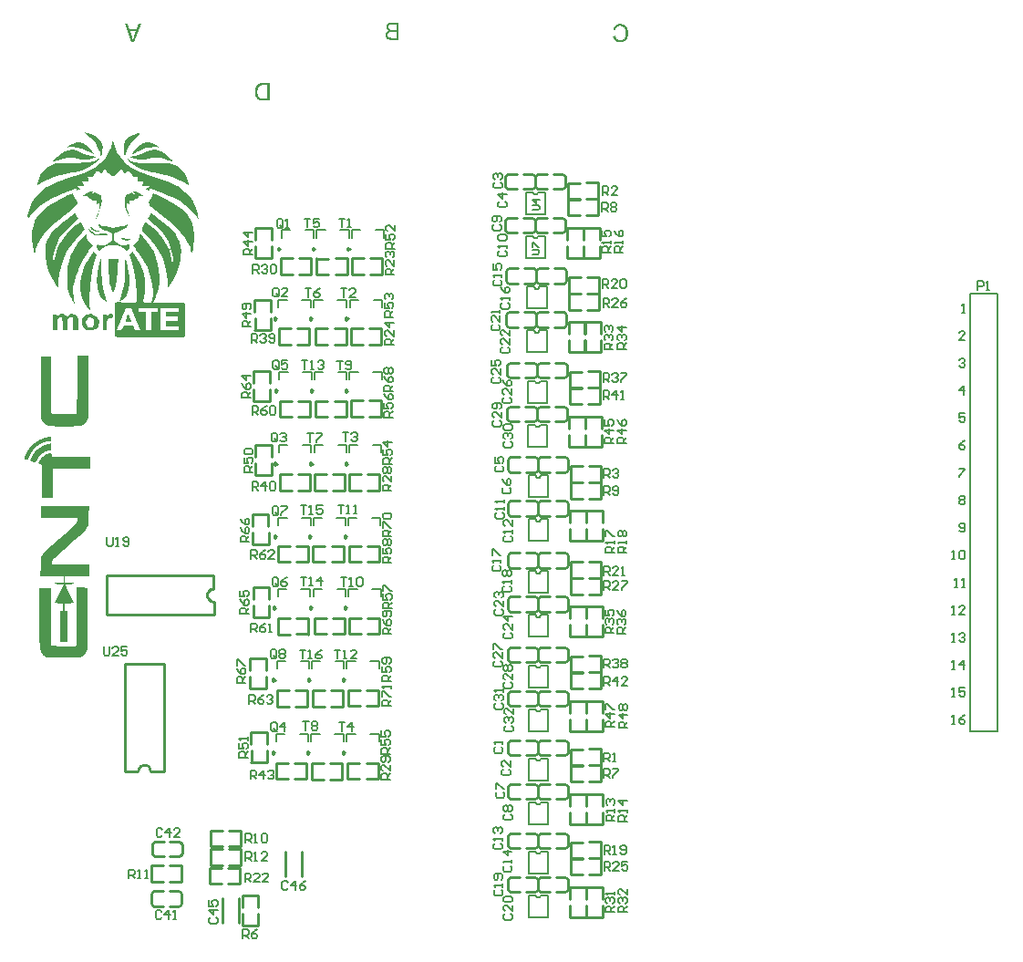
<source format=gto>
G04*
G04 #@! TF.GenerationSoftware,Altium Limited,Altium Designer,20.0.2 (26)*
G04*
G04 Layer_Color=65535*
%FSLAX25Y25*%
%MOIN*%
G70*
G01*
G75*
%ADD10C,0.01000*%
%ADD11C,0.00984*%
%ADD12C,0.00787*%
%ADD13C,0.00799*%
%ADD14C,0.00800*%
%ADD15C,0.00600*%
%ADD16C,0.00500*%
G36*
X76220Y332292D02*
X76262Y332291D01*
X76305Y332290D01*
X76348Y332288D01*
X76392Y332285D01*
X76436Y332281D01*
X76481Y332277D01*
X76527Y332272D01*
X76573Y332266D01*
X76619Y332260D01*
X76666Y332253D01*
X76713Y332245D01*
X76761Y332237D01*
X76810Y332227D01*
X76858Y332218D01*
X76907Y332207D01*
X76957Y332196D01*
X77007Y332184D01*
X77058Y332172D01*
X77109Y332159D01*
X77160Y332145D01*
X77211Y332131D01*
X77263Y332116D01*
X77316Y332100D01*
X77368Y332084D01*
X77422Y332067D01*
X77475Y332049D01*
X77529Y332031D01*
X77583Y332012D01*
X77637Y331993D01*
X77692Y331973D01*
X77747Y331952D01*
X77802Y331931D01*
X77858Y331909D01*
X77914Y331887D01*
X77970Y331863D01*
X78026Y331840D01*
X78083Y331816D01*
X78139Y331791D01*
X78197Y331765D01*
X78254Y331739D01*
X78311Y331713D01*
X78369Y331685D01*
X78427Y331658D01*
X78485Y331629D01*
X78543Y331600D01*
X78601Y331571D01*
X78660Y331541D01*
X78719Y331510D01*
X78777Y331479D01*
X78836Y331447D01*
X78895Y331415D01*
X78954Y331382D01*
X79014Y331349D01*
X79073Y331315D01*
X79133Y331281D01*
X79192Y331246D01*
X79252Y331210D01*
X79311Y331174D01*
X79371Y331138D01*
X79431Y331101D01*
X79490Y331064D01*
X79550Y331025D01*
X79610Y330987D01*
X80584Y330355D01*
X79561Y330497D01*
X78537Y330640D01*
X77001Y330405D01*
X75466Y330171D01*
X72970Y329022D01*
X72469Y328793D01*
X72002Y328582D01*
X71578Y328393D01*
X71208Y328232D01*
X70903Y328103D01*
X70672Y328009D01*
X70526Y327956D01*
X70475Y327948D01*
X70479Y327976D01*
X70490Y328013D01*
X70509Y328057D01*
X70534Y328108D01*
X70566Y328166D01*
X70604Y328231D01*
X70648Y328301D01*
X70697Y328376D01*
X70751Y328457D01*
X70810Y328542D01*
X70873Y328630D01*
X70940Y328723D01*
X71010Y328818D01*
X71084Y328916D01*
X71161Y329017D01*
X71240Y329118D01*
X71321Y329222D01*
X71404Y329325D01*
X71488Y329430D01*
X71574Y329534D01*
X71660Y329637D01*
X71747Y329739D01*
X71833Y329840D01*
X71919Y329939D01*
X72004Y330035D01*
X72089Y330128D01*
X72171Y330218D01*
X72252Y330304D01*
X72331Y330386D01*
X72407Y330463D01*
X72481Y330535D01*
X72551Y330601D01*
X73418Y331403D01*
X74442Y331845D01*
X75466Y332287D01*
X76178Y332292D01*
X76220Y332292D01*
D02*
G37*
G36*
X51245Y332215D02*
X52362Y332112D01*
X53409Y331427D01*
X54457Y330743D01*
X55532Y329438D01*
X55746Y329174D01*
X55943Y328925D01*
X56118Y328696D01*
X56268Y328494D01*
X56388Y328323D01*
X56474Y328190D01*
X56523Y328100D01*
X56529Y328058D01*
X56526Y328056D01*
X56522Y328056D01*
X56517Y328055D01*
X56510Y328056D01*
X56502Y328057D01*
X56493Y328058D01*
X56482Y328060D01*
X56471Y328063D01*
X56458Y328067D01*
X56443Y328071D01*
X56428Y328075D01*
X56411Y328081D01*
X56393Y328086D01*
X56374Y328093D01*
X56354Y328099D01*
X56333Y328107D01*
X56310Y328115D01*
X56287Y328123D01*
X56262Y328133D01*
X56237Y328142D01*
X56210Y328152D01*
X56183Y328163D01*
X56154Y328174D01*
X56124Y328186D01*
X56094Y328198D01*
X56062Y328210D01*
X56030Y328223D01*
X55997Y328237D01*
X55962Y328251D01*
X55927Y328265D01*
X55891Y328280D01*
X55855Y328295D01*
X55817Y328311D01*
X55779Y328327D01*
X55739Y328344D01*
X55700Y328361D01*
X55659Y328378D01*
X55617Y328396D01*
X55575Y328414D01*
X55532Y328432D01*
X55489Y328451D01*
X55445Y328470D01*
X55400Y328490D01*
X55354Y328510D01*
X55309Y328530D01*
X55262Y328551D01*
X55215Y328572D01*
X55167Y328593D01*
X55119Y328615D01*
X55070Y328637D01*
X55020Y328659D01*
X54971Y328681D01*
X54920Y328704D01*
X54870Y328727D01*
X54818Y328750D01*
X54767Y328774D01*
X54715Y328797D01*
X54662Y328821D01*
X54610Y328846D01*
X54557Y328870D01*
X54503Y328895D01*
X54449Y328920D01*
X54395Y328945D01*
X54341Y328970D01*
X52230Y329957D01*
X50412Y330313D01*
X48593Y330668D01*
X47570Y330531D01*
X46546Y330394D01*
X47058Y330777D01*
X47086Y330797D01*
X47117Y330819D01*
X47150Y330842D01*
X47187Y330866D01*
X47226Y330890D01*
X47267Y330916D01*
X47311Y330943D01*
X47357Y330971D01*
X47406Y331000D01*
X47456Y331029D01*
X47508Y331059D01*
X47563Y331090D01*
X47618Y331121D01*
X47676Y331153D01*
X47735Y331185D01*
X47795Y331217D01*
X47857Y331250D01*
X47919Y331283D01*
X47983Y331317D01*
X48047Y331350D01*
X48113Y331384D01*
X48178Y331417D01*
X48245Y331451D01*
X48312Y331484D01*
X48379Y331517D01*
X48447Y331550D01*
X48514Y331583D01*
X48582Y331615D01*
X48649Y331647D01*
X48716Y331678D01*
X48783Y331709D01*
X48849Y331739D01*
X50129Y332319D01*
X51245Y332215D01*
D02*
G37*
G36*
X53981Y335734D02*
X54021Y335725D01*
X54064Y335715D01*
X54110Y335703D01*
X54157Y335691D01*
X54207Y335678D01*
X54259Y335664D01*
X54313Y335648D01*
X54369Y335632D01*
X54427Y335616D01*
X54487Y335598D01*
X54547Y335580D01*
X54610Y335561D01*
X54673Y335541D01*
X54737Y335521D01*
X54803Y335500D01*
X54869Y335478D01*
X54936Y335456D01*
X55004Y335434D01*
X55072Y335411D01*
X55141Y335388D01*
X55210Y335365D01*
X55278Y335341D01*
X55347Y335317D01*
X55416Y335292D01*
X55485Y335268D01*
X55553Y335243D01*
X55620Y335219D01*
X55687Y335194D01*
X55753Y335169D01*
X55818Y335145D01*
X55882Y335120D01*
X55945Y335096D01*
X57155Y334623D01*
X58169Y333601D01*
X59182Y332578D01*
X59482Y331545D01*
X59783Y330512D01*
X59641Y329229D01*
X59500Y327946D01*
X59229Y327694D01*
X58959Y327442D01*
Y328053D01*
Y328664D01*
X58023Y330403D01*
X57087Y332143D01*
X55157Y334021D01*
X53226Y335900D01*
X53981Y335734D01*
D02*
G37*
G36*
X73525Y335721D02*
X73528Y335718D01*
X73528Y335714D01*
X73528Y335709D01*
X73527Y335703D01*
X73524Y335696D01*
X73521Y335687D01*
X73516Y335678D01*
X73510Y335667D01*
X73503Y335656D01*
X73495Y335644D01*
X73486Y335630D01*
X73476Y335616D01*
X73465Y335601D01*
X73453Y335584D01*
X73440Y335567D01*
X73426Y335549D01*
X73410Y335530D01*
X73394Y335510D01*
X73377Y335490D01*
X73359Y335468D01*
X73340Y335446D01*
X73321Y335423D01*
X73300Y335399D01*
X73278Y335374D01*
X73256Y335348D01*
X73232Y335322D01*
X73208Y335295D01*
X73183Y335267D01*
X73157Y335239D01*
X73130Y335209D01*
X73103Y335180D01*
X73075Y335149D01*
X73046Y335118D01*
X73016Y335086D01*
X72986Y335053D01*
X72954Y335020D01*
X72922Y334987D01*
X72890Y334952D01*
X72856Y334918D01*
X72822Y334882D01*
X72788Y334846D01*
X72752Y334810D01*
X72717Y334773D01*
X72680Y334735D01*
X72643Y334697D01*
X72605Y334659D01*
X72567Y334620D01*
X72528Y334581D01*
X72489Y334541D01*
X72449Y334501D01*
X72408Y334460D01*
X72367Y334419D01*
X72326Y334378D01*
X72284Y334336D01*
X72241Y334294D01*
X72199Y334252D01*
X72155Y334209D01*
X72112Y334166D01*
X72067Y334123D01*
X72023Y334080D01*
X71978Y334036D01*
X71933Y333992D01*
X71887Y333948D01*
X71841Y333904D01*
X70050Y332178D01*
X69395Y331107D01*
X69361Y331051D01*
X69327Y330993D01*
X69292Y330934D01*
X69257Y330873D01*
X69222Y330810D01*
X69187Y330747D01*
X69152Y330682D01*
X69117Y330616D01*
X69082Y330550D01*
X69047Y330483D01*
X69012Y330415D01*
X68978Y330346D01*
X68944Y330278D01*
X68910Y330209D01*
X68876Y330140D01*
X68844Y330071D01*
X68811Y330003D01*
X68780Y329934D01*
X68749Y329867D01*
X68718Y329799D01*
X68689Y329733D01*
X68660Y329667D01*
X68633Y329602D01*
X68606Y329539D01*
X68581Y329476D01*
X68556Y329415D01*
X68533Y329356D01*
X68511Y329297D01*
X68490Y329241D01*
X68471Y329187D01*
X68453Y329135D01*
X68437Y329084D01*
X68373Y328886D01*
X68308Y328687D01*
X68244Y328492D01*
X68182Y328307D01*
X68125Y328138D01*
X68074Y327989D01*
X68031Y327867D01*
X67997Y327776D01*
X67861Y327419D01*
X67651Y327894D01*
X67440Y328370D01*
X67422Y329902D01*
X67404Y331433D01*
X67954Y332490D01*
X68505Y333548D01*
X69628Y334291D01*
X70751Y335034D01*
X72085Y335424D01*
X72355Y335501D01*
X72611Y335568D01*
X72847Y335626D01*
X73058Y335672D01*
X73237Y335706D01*
X73379Y335726D01*
X73477Y335732D01*
X73525Y335721D01*
D02*
G37*
G36*
X49233Y329503D02*
X50129Y329377D01*
X52237Y328443D01*
X54345Y327509D01*
X55948Y327200D01*
X57551Y326890D01*
X55796Y326381D01*
X54042Y325872D01*
X52981Y325874D01*
X51920Y325877D01*
X50513Y326228D01*
X49105Y326580D01*
X47826Y326577D01*
X47789Y326577D01*
X47754Y326577D01*
X47718Y326576D01*
X47683Y326576D01*
X47647Y326576D01*
X47612Y326575D01*
X47577Y326575D01*
X47543Y326574D01*
X47508Y326573D01*
X47474Y326572D01*
X47439Y326571D01*
X47405Y326570D01*
X47371Y326569D01*
X47337Y326568D01*
X47304Y326567D01*
X47270Y326565D01*
X47237Y326564D01*
X47203Y326562D01*
X47170Y326561D01*
X47137Y326559D01*
X47104Y326557D01*
X47071Y326555D01*
X47038Y326553D01*
X47006Y326551D01*
X46973Y326549D01*
X46940Y326546D01*
X46908Y326544D01*
X46875Y326541D01*
X46843Y326538D01*
X46810Y326536D01*
X46778Y326533D01*
X46746Y326530D01*
X46714Y326527D01*
X46681Y326523D01*
X46649Y326520D01*
X46617Y326517D01*
X46585Y326513D01*
X46553Y326509D01*
X46521Y326505D01*
X46488Y326502D01*
X46456Y326498D01*
X46424Y326493D01*
X46392Y326489D01*
X46360Y326485D01*
X46327Y326480D01*
X46295Y326475D01*
X46263Y326471D01*
X46231Y326466D01*
X46198Y326461D01*
X46166Y326455D01*
X46133Y326450D01*
X46101Y326445D01*
X46068Y326439D01*
X46035Y326433D01*
X46002Y326428D01*
X45969Y326421D01*
X45936Y326415D01*
X45903Y326409D01*
X45870Y326403D01*
X45837Y326396D01*
X45803Y326389D01*
X45770Y326382D01*
X45736Y326376D01*
X45702Y326368D01*
X45668Y326361D01*
X45634Y326354D01*
X45600Y326346D01*
X45566Y326338D01*
X45531Y326330D01*
X45496Y326322D01*
X45462Y326314D01*
X45426Y326306D01*
X45391Y326297D01*
X45356Y326289D01*
X45320Y326280D01*
X45285Y326271D01*
X45249Y326262D01*
X45212Y326252D01*
X45176Y326243D01*
X45139Y326233D01*
X45103Y326223D01*
X45065Y326213D01*
X45028Y326203D01*
X44991Y326193D01*
X44953Y326182D01*
X44915Y326172D01*
X44877Y326161D01*
X44838Y326150D01*
X44799Y326139D01*
X44760Y326127D01*
X44721Y326116D01*
X44681Y326104D01*
X44641Y326092D01*
X44601Y326080D01*
X44561Y326068D01*
X44520Y326056D01*
X44479Y326043D01*
X44437Y326030D01*
X44396Y326017D01*
X44353Y326004D01*
X44311Y325991D01*
X44268Y325977D01*
X44225Y325963D01*
X44182Y325949D01*
X44138Y325935D01*
X44094Y325921D01*
X44050Y325906D01*
X44005Y325891D01*
X43960Y325877D01*
X43914Y325861D01*
X43868Y325846D01*
X43822Y325831D01*
X43775Y325815D01*
X43728Y325799D01*
X43680Y325783D01*
X43632Y325766D01*
X43584Y325750D01*
X43535Y325733D01*
X43486Y325716D01*
X43436Y325699D01*
X43386Y325682D01*
X43336Y325664D01*
X43285Y325646D01*
X43233Y325628D01*
X43182Y325610D01*
X43129Y325591D01*
X43077Y325573D01*
X43023Y325554D01*
X41292Y324938D01*
X41528Y325347D01*
X41547Y325379D01*
X41570Y325414D01*
X41596Y325450D01*
X41625Y325490D01*
X41658Y325531D01*
X41694Y325574D01*
X41732Y325620D01*
X41774Y325667D01*
X41818Y325716D01*
X41865Y325767D01*
X41914Y325820D01*
X41966Y325874D01*
X42020Y325930D01*
X42076Y325987D01*
X42135Y326046D01*
X42195Y326105D01*
X42258Y326167D01*
X42322Y326229D01*
X42388Y326292D01*
X42456Y326356D01*
X42526Y326421D01*
X42597Y326486D01*
X42669Y326553D01*
X42742Y326620D01*
X42817Y326687D01*
X42893Y326755D01*
X42969Y326823D01*
X43047Y326892D01*
X43125Y326960D01*
X43204Y327029D01*
X43284Y327098D01*
X43364Y327167D01*
X43444Y327235D01*
X43525Y327303D01*
X43606Y327371D01*
X43687Y327438D01*
X43767Y327505D01*
X43848Y327572D01*
X43929Y327638D01*
X44009Y327703D01*
X44089Y327767D01*
X44168Y327830D01*
X44247Y327892D01*
X44325Y327953D01*
X44403Y328013D01*
X44479Y328072D01*
X44554Y328129D01*
X44628Y328185D01*
X44701Y328239D01*
X44773Y328292D01*
X44843Y328343D01*
X44912Y328392D01*
X44979Y328440D01*
X45045Y328485D01*
X45109Y328529D01*
X45171Y328570D01*
X45230Y328609D01*
X45288Y328646D01*
X45344Y328681D01*
X45397Y328713D01*
X45448Y328743D01*
X45496Y328769D01*
X45542Y328794D01*
X45585Y328815D01*
X45628Y328836D01*
X45673Y328856D01*
X45720Y328877D01*
X45769Y328898D01*
X45819Y328920D01*
X45871Y328941D01*
X45924Y328963D01*
X45979Y328984D01*
X46034Y329006D01*
X46091Y329028D01*
X46148Y329049D01*
X46207Y329070D01*
X46266Y329092D01*
X46325Y329113D01*
X46385Y329134D01*
X46446Y329154D01*
X46507Y329175D01*
X46567Y329195D01*
X46628Y329215D01*
X46689Y329234D01*
X46750Y329253D01*
X46810Y329271D01*
X46870Y329289D01*
X46929Y329306D01*
X46988Y329323D01*
X47045Y329339D01*
X47102Y329354D01*
X47158Y329369D01*
X47213Y329382D01*
X47267Y329395D01*
X47319Y329408D01*
X47369Y329419D01*
X48337Y329630D01*
X49233Y329503D01*
D02*
G37*
G36*
X79177Y329512D02*
X79224Y329505D01*
X79274Y329497D01*
X79326Y329488D01*
X79380Y329478D01*
X79436Y329467D01*
X79493Y329455D01*
X79553Y329441D01*
X79614Y329427D01*
X79676Y329412D01*
X79740Y329396D01*
X79804Y329379D01*
X79870Y329362D01*
X79937Y329343D01*
X80004Y329324D01*
X80072Y329304D01*
X80141Y329284D01*
X80210Y329263D01*
X80279Y329241D01*
X80349Y329219D01*
X80418Y329196D01*
X80487Y329173D01*
X80556Y329150D01*
X80625Y329126D01*
X80693Y329102D01*
X80760Y329077D01*
X80827Y329053D01*
X80892Y329028D01*
X80957Y329003D01*
X81020Y328977D01*
X81082Y328952D01*
X81143Y328927D01*
X81202Y328902D01*
X82331Y328410D01*
X83990Y326897D01*
X84320Y326591D01*
X84624Y326300D01*
X84894Y326032D01*
X85123Y325794D01*
X85307Y325591D01*
X85439Y325431D01*
X85511Y325320D01*
X85519Y325265D01*
X85515Y325262D01*
X85510Y325259D01*
X85503Y325257D01*
X85494Y325256D01*
X85484Y325255D01*
X85473Y325255D01*
X85460D01*
X85446Y325255D01*
X85431Y325256D01*
X85414Y325257D01*
X85396Y325259D01*
X85377Y325261D01*
X85356Y325264D01*
X85334Y325267D01*
X85311Y325271D01*
X85287Y325275D01*
X85261Y325279D01*
X85235Y325284D01*
X85207Y325289D01*
X85178Y325295D01*
X85148Y325301D01*
X85117Y325307D01*
X85084Y325314D01*
X85051Y325321D01*
X85017Y325329D01*
X84981Y325337D01*
X84945Y325345D01*
X84908Y325353D01*
X84869Y325362D01*
X84830Y325372D01*
X84790Y325381D01*
X84749Y325391D01*
X84707Y325402D01*
X84664Y325413D01*
X84620Y325424D01*
X84576Y325435D01*
X84531Y325447D01*
X84485Y325459D01*
X84438Y325471D01*
X84390Y325483D01*
X84342Y325496D01*
X84293Y325510D01*
X84244Y325523D01*
X84193Y325537D01*
X84142Y325551D01*
X84091Y325565D01*
X84039Y325580D01*
X83986Y325595D01*
X83932Y325610D01*
X83878Y325625D01*
X83824Y325641D01*
X83769Y325657D01*
X83714Y325673D01*
X83658Y325689D01*
X83601Y325706D01*
X83545Y325723D01*
X83487Y325740D01*
X83430Y325757D01*
X83372Y325775D01*
X83314Y325792D01*
X83255Y325810D01*
X83196Y325828D01*
X83137Y325847D01*
X83078Y325865D01*
X80765Y326586D01*
X79395Y326583D01*
X78025Y326580D01*
X76617Y326228D01*
X75210Y325877D01*
X74149Y325874D01*
X73089Y325872D01*
X71334Y326386D01*
X69579Y326901D01*
X71232Y327222D01*
X72885Y327543D01*
X74614Y328375D01*
X74704Y328418D01*
X74795Y328461D01*
X74888Y328504D01*
X74981Y328547D01*
X75076Y328589D01*
X75171Y328632D01*
X75266Y328674D01*
X75362Y328715D01*
X75458Y328756D01*
X75554Y328797D01*
X75650Y328837D01*
X75745Y328876D01*
X75840Y328914D01*
X75934Y328952D01*
X76028Y328989D01*
X76120Y329025D01*
X76211Y329060D01*
X76301Y329094D01*
X76389Y329127D01*
X76475Y329158D01*
X76559Y329189D01*
X76642Y329218D01*
X76722Y329245D01*
X76799Y329271D01*
X76874Y329296D01*
X76947Y329319D01*
X77016Y329340D01*
X77082Y329359D01*
X77145Y329377D01*
X77204Y329393D01*
X77260Y329407D01*
X77312Y329419D01*
X78281Y329630D01*
X79177Y329512D01*
D02*
G37*
G36*
X57878Y325611D02*
X57844Y325569D01*
X57809Y325526D01*
X57771Y325483D01*
X57733Y325439D01*
X57693Y325395D01*
X57652Y325351D01*
X57609Y325306D01*
X57565Y325261D01*
X57520Y325216D01*
X57473Y325170D01*
X57426Y325125D01*
X57377Y325078D01*
X57326Y325032D01*
X57275Y324986D01*
X57222Y324939D01*
X57169Y324892D01*
X57114Y324845D01*
X57058Y324797D01*
X57000Y324750D01*
X56942Y324702D01*
X56883Y324654D01*
X56823Y324606D01*
X56761Y324558D01*
X56699Y324510D01*
X56636Y324462D01*
X56571Y324414D01*
X56506Y324365D01*
X56440Y324317D01*
X56373Y324269D01*
X56305Y324220D01*
X56236Y324172D01*
X56166Y324124D01*
X56096Y324075D01*
X56025Y324027D01*
X55953Y323979D01*
X55880Y323931D01*
X55806Y323882D01*
X55732Y323834D01*
X55657Y323787D01*
X55581Y323739D01*
X55505Y323691D01*
X55428Y323644D01*
X55351Y323597D01*
X55272Y323550D01*
X55194Y323503D01*
X55114Y323456D01*
X55035Y323410D01*
X54954Y323363D01*
X54873Y323317D01*
X54792Y323272D01*
X54710Y323226D01*
X54628Y323181D01*
X54545Y323136D01*
X54462Y323092D01*
X54378Y323048D01*
X54295Y323004D01*
X54211Y322960D01*
X54126Y322917D01*
X54041Y322875D01*
X53956Y322832D01*
X53871Y322791D01*
X53785Y322749D01*
X53699Y322708D01*
X53614Y322668D01*
X52235Y322023D01*
X49391Y321431D01*
X49317Y321416D01*
X49242Y321400D01*
X49166Y321384D01*
X49089Y321368D01*
X49011Y321351D01*
X48932Y321335D01*
X48853Y321317D01*
X48772Y321300D01*
X48691Y321283D01*
X48609Y321265D01*
X48526Y321247D01*
X48443Y321228D01*
X48359Y321210D01*
X48275Y321191D01*
X48190Y321172D01*
X48104Y321153D01*
X48019Y321134D01*
X47932Y321115D01*
X47846Y321096D01*
X47758Y321076D01*
X47671Y321056D01*
X47584Y321037D01*
X47496Y321017D01*
X47408Y320997D01*
X47320Y320976D01*
X47232Y320956D01*
X47144Y320936D01*
X47056Y320916D01*
X46968Y320895D01*
X46880Y320875D01*
X46793Y320855D01*
X46705Y320834D01*
X46618Y320814D01*
X46531Y320793D01*
X46444Y320773D01*
X46357Y320753D01*
X46271Y320732D01*
X46185Y320712D01*
X46100Y320692D01*
X46016Y320671D01*
X45932Y320651D01*
X45848Y320631D01*
X45765Y320611D01*
X45683Y320591D01*
X45601Y320572D01*
X45520Y320552D01*
X45441Y320532D01*
X45361Y320513D01*
X45283Y320494D01*
X45206Y320475D01*
X45129Y320456D01*
X45054Y320437D01*
X44980Y320419D01*
X44906Y320400D01*
X44834Y320382D01*
X44763Y320364D01*
X44693Y320346D01*
X44625Y320329D01*
X44558Y320312D01*
X44492Y320295D01*
X44427Y320278D01*
X44364Y320262D01*
X44303Y320245D01*
X44243Y320230D01*
X41939Y319619D01*
X39892Y318724D01*
X39786Y318677D01*
X39678Y318630D01*
X39570Y318581D01*
X39460Y318531D01*
X39350Y318481D01*
X39240Y318430D01*
X39129Y318379D01*
X39019Y318327D01*
X38908Y318274D01*
X38798Y318222D01*
X38688Y318169D01*
X38579Y318116D01*
X38471Y318064D01*
X38365Y318011D01*
X38259Y317959D01*
X38155Y317906D01*
X38053Y317855D01*
X37952Y317804D01*
X37854Y317753D01*
X37758Y317703D01*
X37664Y317654D01*
X37573Y317606D01*
X37485Y317559D01*
X37400Y317513D01*
X37319Y317469D01*
X37240Y317425D01*
X37166Y317383D01*
X37095Y317343D01*
X37029Y317304D01*
X36966Y317267D01*
X36908Y317231D01*
X36855Y317198D01*
X36654Y317073D01*
X36462Y316960D01*
X36284Y316862D01*
X36125Y316781D01*
X35988Y316718D01*
X35878Y316676D01*
X35801Y316658D01*
X35759Y316665D01*
X35757Y316668D01*
X35755Y316672D01*
X35753Y316678D01*
X35752Y316686D01*
X35752Y316694D01*
X35752Y316704D01*
X35753Y316715D01*
X35754Y316727D01*
X35756Y316740D01*
X35758Y316755D01*
X35761Y316770D01*
X35764Y316787D01*
X35768Y316805D01*
X35772Y316824D01*
X35776Y316845D01*
X35781Y316866D01*
X35787Y316888D01*
X35793Y316912D01*
X35799Y316936D01*
X35806Y316962D01*
X35813Y316988D01*
X35821Y317016D01*
X35829Y317044D01*
X35838Y317073D01*
X35847Y317104D01*
X35856Y317135D01*
X35866Y317167D01*
X35876Y317200D01*
X35886Y317234D01*
X35897Y317269D01*
X35909Y317304D01*
X35920Y317341D01*
X35932Y317378D01*
X35945Y317416D01*
X35958Y317454D01*
X35971Y317494D01*
X35984Y317534D01*
X35998Y317575D01*
X36012Y317616D01*
X36026Y317658D01*
X36041Y317701D01*
X36056Y317745D01*
X36072Y317789D01*
X36087Y317834D01*
X36103Y317879D01*
X36120Y317925D01*
X36136Y317971D01*
X36153Y318018D01*
X36170Y318066D01*
X36188Y318113D01*
X36205Y318162D01*
X36223Y318211D01*
X36241Y318260D01*
X36260Y318310D01*
X36279Y318360D01*
X36298Y318411D01*
X36317Y318462D01*
X36336Y318513D01*
X36356Y318565D01*
X36375Y318617D01*
X36395Y318669D01*
X36416Y318722D01*
X36436Y318774D01*
X36457Y318827D01*
X37260Y320892D01*
X38507Y322160D01*
X39753Y323429D01*
X41102Y323989D01*
X42451Y324549D01*
X48721Y324697D01*
X54992Y324845D01*
X56191Y325256D01*
X56315Y325300D01*
X56439Y325346D01*
X56561Y325394D01*
X56681Y325443D01*
X56799Y325493D01*
X56913Y325545D01*
X57023Y325596D01*
X57128Y325647D01*
X57227Y325698D01*
X57319Y325748D01*
X57405Y325797D01*
X57482Y325844D01*
X57550Y325889D01*
X57609Y325931D01*
X57657Y325971D01*
X57694Y326008D01*
X57760Y326076D01*
X57830Y326140D01*
X57903Y326198D01*
X57977Y326248D01*
X58048Y326289D01*
X58116Y326321D01*
X58177Y326341D01*
X58230Y326348D01*
X58462D01*
X57878Y325611D01*
D02*
G37*
G36*
X68871Y326318D02*
X68884Y326316D01*
X68899Y326312D01*
X68914Y326308D01*
X68931Y326303D01*
X68949Y326296D01*
X68968Y326289D01*
X68989Y326280D01*
X69010Y326270D01*
X69033Y326259D01*
X69057Y326248D01*
X69082Y326235D01*
X69109Y326220D01*
X69137Y326205D01*
X69166Y326189D01*
X69196Y326171D01*
X69227Y326153D01*
X69260Y326133D01*
X69294Y326113D01*
X69329Y326091D01*
X69365Y326068D01*
X69403Y326045D01*
X69441Y326020D01*
X69481Y325993D01*
X69523Y325966D01*
X69565Y325938D01*
X69609Y325909D01*
X69654Y325879D01*
X70347Y325410D01*
X71873Y325046D01*
X73398Y324682D01*
X83703D01*
X85201Y324202D01*
X85292Y324173D01*
X85381Y324145D01*
X85467Y324116D01*
X85552Y324088D01*
X85635Y324060D01*
X85716Y324033D01*
X85795Y324006D01*
X85872Y323979D01*
X85948Y323952D01*
X86022Y323925D01*
X86094Y323899D01*
X86165Y323872D01*
X86234Y323846D01*
X86301Y323819D01*
X86368Y323793D01*
X86433Y323766D01*
X86496Y323740D01*
X86558Y323713D01*
X86619Y323686D01*
X86679Y323659D01*
X86738Y323632D01*
X86795Y323605D01*
X86852Y323577D01*
X86908Y323549D01*
X86962Y323521D01*
X87016Y323492D01*
X87069Y323463D01*
X87121Y323433D01*
X87172Y323404D01*
X87223Y323373D01*
X87273Y323342D01*
X87322Y323311D01*
X87371Y323279D01*
X87419Y323246D01*
X87467Y323213D01*
X87515Y323179D01*
X87562Y323144D01*
X87609Y323109D01*
X87655Y323072D01*
X87702Y323035D01*
X87748Y322997D01*
X87794Y322959D01*
X87840Y322919D01*
X87886Y322878D01*
X87932Y322837D01*
X87979Y322794D01*
X88025Y322751D01*
X88071Y322706D01*
X88118Y322660D01*
X88165Y322614D01*
X88212Y322566D01*
X88260Y322516D01*
X88308Y322466D01*
X88357Y322414D01*
X88406Y322361D01*
X88456Y322307D01*
X88506Y322252D01*
X88557Y322195D01*
X88609Y322136D01*
X88662Y322077D01*
X88715Y322015D01*
X88769Y321953D01*
X88825Y321888D01*
X88881Y321822D01*
X89889Y320637D01*
X90388Y319387D01*
X90440Y319255D01*
X90492Y319119D01*
X90544Y318980D01*
X90597Y318838D01*
X90648Y318694D01*
X90699Y318551D01*
X90748Y318408D01*
X90796Y318267D01*
X90841Y318128D01*
X90885Y317994D01*
X90925Y317864D01*
X90963Y317741D01*
X90997Y317624D01*
X91027Y317516D01*
X91053Y317417D01*
X91075Y317328D01*
X91263Y316520D01*
X90530Y317001D01*
X90511Y317014D01*
X90490Y317027D01*
X90468Y317041D01*
X90445Y317055D01*
X90421Y317070D01*
X90395Y317085D01*
X90369Y317101D01*
X90341Y317117D01*
X90313Y317134D01*
X90283Y317151D01*
X90252Y317169D01*
X90221Y317187D01*
X90188Y317205D01*
X90154Y317224D01*
X90120Y317244D01*
X90084Y317263D01*
X90048Y317283D01*
X90011Y317304D01*
X89973Y317324D01*
X89934Y317346D01*
X89894Y317367D01*
X89854Y317389D01*
X89812Y317411D01*
X89771Y317433D01*
X89728Y317456D01*
X89685Y317479D01*
X89641Y317502D01*
X89596Y317525D01*
X89551Y317549D01*
X89505Y317573D01*
X89459Y317597D01*
X89411Y317621D01*
X89364Y317646D01*
X89316Y317670D01*
X89267Y317695D01*
X89219Y317720D01*
X89169Y317745D01*
X89119Y317771D01*
X89069Y317796D01*
X89019Y317822D01*
X88968Y317847D01*
X88916Y317873D01*
X88865Y317899D01*
X88813Y317924D01*
X88761Y317950D01*
X88709Y317976D01*
X88656Y318002D01*
X88603Y318028D01*
X88550Y318054D01*
X88497Y318080D01*
X88444Y318106D01*
X88390Y318132D01*
X88337Y318158D01*
X88284Y318183D01*
X88230Y318209D01*
X88177Y318235D01*
X88123Y318261D01*
X88070Y318286D01*
X88016Y318311D01*
X87963Y318337D01*
X87910Y318362D01*
X87856Y318387D01*
X87803Y318412D01*
X87750Y318436D01*
X85703Y319390D01*
X83130Y320128D01*
X83063Y320147D01*
X82995Y320166D01*
X82925Y320185D01*
X82855Y320205D01*
X82783Y320225D01*
X82710Y320245D01*
X82636Y320265D01*
X82561Y320286D01*
X82486Y320306D01*
X82409Y320327D01*
X82331Y320347D01*
X82252Y320368D01*
X82173Y320389D01*
X82093Y320410D01*
X82012Y320431D01*
X81930Y320452D01*
X81848Y320473D01*
X81765Y320495D01*
X81682Y320516D01*
X81598Y320537D01*
X81514Y320558D01*
X81429Y320580D01*
X81344Y320601D01*
X81258Y320622D01*
X81172Y320644D01*
X81086Y320665D01*
X80999Y320686D01*
X80913Y320707D01*
X80826Y320728D01*
X80739Y320749D01*
X80652Y320770D01*
X80565Y320791D01*
X80478Y320812D01*
X80392Y320832D01*
X80305Y320853D01*
X80218Y320873D01*
X80132Y320893D01*
X80045Y320913D01*
X79959Y320933D01*
X79873Y320953D01*
X79788Y320973D01*
X79703Y320992D01*
X79618Y321011D01*
X79534Y321030D01*
X79451Y321049D01*
X79368Y321067D01*
X79285Y321086D01*
X79203Y321104D01*
X79122Y321121D01*
X79041Y321139D01*
X78962Y321156D01*
X78883Y321173D01*
X78804Y321190D01*
X78727Y321206D01*
X78651Y321222D01*
X78575Y321238D01*
X78501Y321253D01*
X78428Y321268D01*
X78355Y321283D01*
X78284Y321297D01*
X78214Y321311D01*
X78145Y321324D01*
X78078Y321337D01*
X78012Y321350D01*
X75466Y321835D01*
X73674Y322634D01*
X73573Y322679D01*
X73473Y322724D01*
X73373Y322770D01*
X73275Y322816D01*
X73177Y322861D01*
X73081Y322907D01*
X72985Y322953D01*
X72890Y322999D01*
X72796Y323045D01*
X72704Y323091D01*
X72612Y323137D01*
X72521Y323183D01*
X72431Y323230D01*
X72342Y323276D01*
X72254Y323322D01*
X72167Y323369D01*
X72081Y323415D01*
X71996Y323462D01*
X71912Y323508D01*
X71829Y323555D01*
X71747Y323601D01*
X71666Y323648D01*
X71586Y323695D01*
X71507Y323742D01*
X71429Y323788D01*
X71352Y323835D01*
X71276Y323882D01*
X71201Y323929D01*
X71127Y323976D01*
X71055Y324023D01*
X70983Y324069D01*
X70912Y324116D01*
X70842Y324163D01*
X70773Y324210D01*
X70706Y324257D01*
X70639Y324304D01*
X70573Y324351D01*
X70509Y324398D01*
X70445Y324445D01*
X70383Y324492D01*
X70321Y324539D01*
X70261Y324586D01*
X70202Y324633D01*
X70144Y324680D01*
X70087Y324727D01*
X70031Y324774D01*
X69976Y324821D01*
X69922Y324868D01*
X69869Y324914D01*
X69818Y324961D01*
X69767Y325008D01*
X69718Y325055D01*
X69669Y325101D01*
X69622Y325148D01*
X69576Y325195D01*
X69531Y325241D01*
X69487Y325288D01*
X69444Y325335D01*
X69403Y325381D01*
X69362Y325427D01*
X69323Y325474D01*
X69285Y325520D01*
X69248Y325566D01*
X69212Y325612D01*
X69182Y325652D01*
X69153Y325690D01*
X69125Y325727D01*
X69099Y325763D01*
X69073Y325798D01*
X69049Y325832D01*
X69026Y325864D01*
X69004Y325895D01*
X68983Y325926D01*
X68963Y325955D01*
X68944Y325983D01*
X68927Y326010D01*
X68911Y326035D01*
X68896Y326060D01*
X68882Y326083D01*
X68869Y326106D01*
X68857Y326127D01*
X68847Y326147D01*
X68837Y326166D01*
X68829Y326184D01*
X68822Y326201D01*
X68817Y326217D01*
X68812Y326231D01*
X68809Y326244D01*
X68806Y326257D01*
X68805Y326268D01*
X68805Y326278D01*
X68806Y326287D01*
X68809Y326295D01*
X68813Y326302D01*
X68817Y326307D01*
X68823Y326312D01*
X68831Y326315D01*
X68839Y326317D01*
X68849Y326319D01*
X68859Y326319D01*
X68871Y326318D01*
D02*
G37*
G36*
X71277Y314447D02*
X71303Y314446D01*
X71331Y314444D01*
X71359Y314440D01*
X71388Y314436D01*
X71419Y314432D01*
X71450Y314426D01*
X71482Y314419D01*
X71516Y314412D01*
X71550Y314404D01*
X71586Y314394D01*
X71622Y314384D01*
X71659Y314374D01*
X71697Y314362D01*
X71737Y314350D01*
X71777Y314336D01*
X71818Y314322D01*
X71860Y314307D01*
X71903Y314292D01*
X71946Y314275D01*
X71991Y314258D01*
X72037Y314240D01*
X72083Y314220D01*
X72130Y314201D01*
X72178Y314180D01*
X72227Y314159D01*
X72277Y314137D01*
X72328Y314113D01*
X72379Y314090D01*
X72432Y314065D01*
X72485Y314040D01*
X72539Y314014D01*
X72593Y313987D01*
X72649Y313959D01*
X72705Y313930D01*
X72762Y313901D01*
X72820Y313871D01*
X72878Y313840D01*
X72937Y313809D01*
X72997Y313776D01*
X73058Y313743D01*
X73119Y313709D01*
X73181Y313674D01*
X73457Y313515D01*
X73715Y313358D01*
X73949Y313208D01*
X74154Y313068D01*
X74323Y312943D01*
X74452Y312836D01*
X74533Y312753D01*
X74563Y312696D01*
X74570Y312490D01*
X73768Y312599D01*
X72966Y312709D01*
X72852Y312305D01*
X72739Y311901D01*
X71854Y311508D01*
X70970Y311116D01*
X69451D01*
Y310410D01*
Y309703D01*
X69068Y309840D01*
X68684Y309977D01*
Y308924D01*
Y307871D01*
X69085Y306614D01*
X69100Y306566D01*
X69115Y306519D01*
X69130Y306472D01*
X69144Y306427D01*
X69158Y306382D01*
X69171Y306339D01*
X69184Y306296D01*
X69196Y306254D01*
X69209Y306213D01*
X69220Y306173D01*
X69232Y306134D01*
X69243Y306095D01*
X69253Y306058D01*
X69263Y306021D01*
X69273Y305986D01*
X69283Y305951D01*
X69292Y305917D01*
X69300Y305884D01*
X69309Y305852D01*
X69317Y305821D01*
X69324Y305791D01*
X69332Y305761D01*
X69339Y305733D01*
X69345Y305705D01*
X69351Y305678D01*
X69357Y305652D01*
X69362Y305627D01*
X69368Y305603D01*
X69372Y305579D01*
X69377Y305557D01*
X69381Y305535D01*
X69385Y305514D01*
X69388Y305494D01*
X69391Y305475D01*
X69394Y305456D01*
X69397Y305439D01*
X69399Y305422D01*
X69401Y305406D01*
X69402Y305391D01*
X69403Y305377D01*
X69404Y305364D01*
X69405Y305351D01*
X69405Y305339D01*
X69405Y305328D01*
X69404Y305318D01*
X69404Y305309D01*
X69403Y305301D01*
X69402Y305293D01*
X69400Y305286D01*
X69398Y305280D01*
X69396Y305275D01*
X69393Y305271D01*
X69391Y305267D01*
X69388Y305264D01*
X69384Y305262D01*
X69381Y305261D01*
X69377Y305260D01*
X69373Y305261D01*
X69369Y305262D01*
X69364Y305264D01*
X69359Y305266D01*
X69354Y305270D01*
X69349Y305274D01*
X69343Y305279D01*
X69337Y305285D01*
X69331Y305292D01*
X69324Y305299D01*
X69318Y305307D01*
X69310Y305316D01*
X69303Y305326D01*
X69296Y305336D01*
X69288Y305347D01*
X69280Y305359D01*
X69272Y305371D01*
X69264Y305385D01*
X69255Y305399D01*
X69246Y305414D01*
X69237Y305430D01*
X69228Y305446D01*
X69219Y305463D01*
X69209Y305481D01*
X69199Y305499D01*
X69189Y305519D01*
X69178Y305539D01*
X69168Y305559D01*
X69157Y305581D01*
X69146Y305603D01*
X69135Y305626D01*
X69124Y305650D01*
X69112Y305674D01*
X69100Y305699D01*
X69089Y305725D01*
X69077Y305751D01*
X69064Y305779D01*
X69052Y305807D01*
X69039Y305835D01*
X69026Y305865D01*
X69013Y305894D01*
X69000Y305925D01*
X68987Y305957D01*
X68973Y305989D01*
X68959Y306021D01*
X68946Y306055D01*
X68932Y306089D01*
X68918Y306124D01*
X68903Y306159D01*
X68889Y306195D01*
X68874Y306232D01*
X68859Y306270D01*
X68844Y306308D01*
X68829Y306347D01*
X68814Y306386D01*
X68799Y306427D01*
X68783Y306468D01*
X68768Y306509D01*
X68752Y306551D01*
X68736Y306594D01*
X68720Y306638D01*
X68704Y306682D01*
X68688Y306726D01*
X68672Y306772D01*
X68655Y306818D01*
X68638Y306865D01*
X68622Y306912D01*
X68605Y306960D01*
X68588Y307008D01*
X68571Y307058D01*
X68554Y307107D01*
X67875Y309093D01*
X67848Y310640D01*
X67822Y312187D01*
X68132Y312720D01*
X68443Y313253D01*
X69139Y313407D01*
X69285Y313443D01*
X69434Y313485D01*
X69581Y313533D01*
X69723Y313583D01*
X69854Y313636D01*
X69972Y313689D01*
X70071Y313741D01*
X70148Y313790D01*
X70461Y314019D01*
X70882Y313627D01*
X71304Y313235D01*
X71448Y313370D01*
X71593Y313504D01*
X71290Y313786D01*
X71172Y313910D01*
X71076Y314040D01*
X71011Y314161D01*
X70987Y314258D01*
X70988Y314276D01*
X70990Y314293D01*
X70993Y314309D01*
X70997Y314324D01*
X71003Y314339D01*
X71009Y314352D01*
X71017Y314365D01*
X71027Y314376D01*
X71037Y314387D01*
X71049Y314397D01*
X71062Y314406D01*
X71076Y314414D01*
X71091Y314422D01*
X71107Y314428D01*
X71124Y314433D01*
X71143Y314438D01*
X71162Y314442D01*
X71183Y314445D01*
X71205Y314447D01*
X71228Y314448D01*
X71252Y314448D01*
X71277Y314447D01*
D02*
G37*
G36*
X63657Y332504D02*
X63669Y332461D01*
X63683Y332414D01*
X63697Y332365D01*
X63712Y332312D01*
X63728Y332256D01*
X63746Y332198D01*
X63764Y332137D01*
X63783Y332074D01*
X63803Y332008D01*
X63824Y331940D01*
X63846Y331870D01*
X63868Y331799D01*
X63891Y331725D01*
X63914Y331650D01*
X63938Y331573D01*
X63963Y331495D01*
X63988Y331417D01*
X64014Y331337D01*
X64039Y331256D01*
X64066Y331174D01*
X64092Y331093D01*
X64119Y331010D01*
X64146Y330927D01*
X64173Y330845D01*
X64200Y330762D01*
X64227Y330679D01*
X64254Y330597D01*
X64281Y330516D01*
X64309Y330435D01*
X64335Y330354D01*
X64362Y330275D01*
X64389Y330197D01*
X64899Y328691D01*
X66164Y326933D01*
X67429Y325174D01*
X68760Y324078D01*
X70091Y322982D01*
X72745Y321782D01*
X75398Y320582D01*
X79499Y319299D01*
X83600Y318015D01*
X85675Y317005D01*
X87750Y315995D01*
X89804Y314091D01*
X91858Y312187D01*
X92788Y310521D01*
X92832Y310443D01*
X92875Y310364D01*
X92918Y310285D01*
X92960Y310206D01*
X93002Y310127D01*
X93043Y310048D01*
X93084Y309968D01*
X93125Y309889D01*
X93164Y309809D01*
X93204Y309729D01*
X93243Y309649D01*
X93282Y309569D01*
X93320Y309489D01*
X93358Y309408D01*
X93395Y309328D01*
X93432Y309247D01*
X93468Y309166D01*
X93504Y309085D01*
X93540Y309004D01*
X93575Y308923D01*
X93609Y308842D01*
X93643Y308761D01*
X93677Y308679D01*
X93710Y308597D01*
X93743Y308516D01*
X93775Y308434D01*
X93807Y308352D01*
X93838Y308270D01*
X93869Y308188D01*
X93900Y308106D01*
X93929Y308024D01*
X93959Y307941D01*
X93988Y307859D01*
X94016Y307777D01*
X94044Y307694D01*
X94072Y307611D01*
X94099Y307529D01*
X94126Y307446D01*
X94152Y307364D01*
X94177Y307281D01*
X94203Y307198D01*
X94227Y307115D01*
X94251Y307032D01*
X94275Y306949D01*
X94298Y306866D01*
X94321Y306783D01*
X94343Y306700D01*
X94365Y306617D01*
X94386Y306534D01*
X94407Y306450D01*
X94427Y306367D01*
X94447Y306284D01*
X94466Y306201D01*
X94485Y306118D01*
X94503Y306034D01*
X94521Y305951D01*
X94538Y305868D01*
X94555Y305785D01*
X94571Y305701D01*
X94587Y305618D01*
X94603Y305535D01*
X94617Y305452D01*
X94631Y305369D01*
X94645Y305285D01*
X94800Y304333D01*
X94220Y305041D01*
X94154Y305120D01*
X94088Y305200D01*
X94021Y305280D01*
X93954Y305359D01*
X93887Y305439D01*
X93818Y305518D01*
X93750Y305597D01*
X93681Y305677D01*
X93612Y305755D01*
X93543Y305834D01*
X93473Y305913D01*
X93403Y305991D01*
X93332Y306069D01*
X93261Y306148D01*
X93190Y306225D01*
X93119Y306303D01*
X93047Y306380D01*
X92975Y306458D01*
X92902Y306535D01*
X92829Y306611D01*
X92756Y306687D01*
X92683Y306764D01*
X92610Y306839D01*
X92536Y306915D01*
X92462Y306990D01*
X92388Y307065D01*
X92314Y307139D01*
X92240Y307214D01*
X92165Y307288D01*
X92090Y307361D01*
X92015Y307434D01*
X91940Y307507D01*
X91865Y307579D01*
X91790Y307651D01*
X91715Y307723D01*
X91639Y307794D01*
X91563Y307864D01*
X91488Y307935D01*
X91412Y308004D01*
X91336Y308074D01*
X91260Y308143D01*
X91184Y308211D01*
X91109Y308279D01*
X91033Y308346D01*
X90957Y308413D01*
X90881Y308479D01*
X90805Y308545D01*
X90729Y308610D01*
X90653Y308675D01*
X90578Y308739D01*
X90502Y308803D01*
X90426Y308865D01*
X90351Y308928D01*
X90275Y308990D01*
X90200Y309051D01*
X90125Y309111D01*
X90049Y309171D01*
X89974Y309230D01*
X89900Y309289D01*
X89825Y309346D01*
X89750Y309404D01*
X89676Y309460D01*
X89602Y309516D01*
X89528Y309571D01*
X87831Y310829D01*
X85103Y312134D01*
X85033Y312168D01*
X84961Y312201D01*
X84889Y312236D01*
X84816Y312270D01*
X84743Y312305D01*
X84669Y312339D01*
X84594Y312374D01*
X84519Y312409D01*
X84443Y312444D01*
X84367Y312479D01*
X84291Y312515D01*
X84214Y312550D01*
X84136Y312586D01*
X84059Y312621D01*
X83981Y312656D01*
X83903Y312692D01*
X83825Y312727D01*
X83746Y312763D01*
X83668Y312798D01*
X83589Y312833D01*
X83510Y312869D01*
X83432Y312904D01*
X83353Y312939D01*
X83274Y312974D01*
X83196Y313009D01*
X83117Y313043D01*
X83039Y313078D01*
X82961Y313112D01*
X82883Y313146D01*
X82805Y313180D01*
X82728Y313214D01*
X82651Y313247D01*
X82574Y313280D01*
X82498Y313313D01*
X82422Y313346D01*
X82347Y313378D01*
X82272Y313410D01*
X82198Y313441D01*
X82125Y313473D01*
X82052Y313503D01*
X81979Y313534D01*
X81908Y313564D01*
X81837Y313594D01*
X81767Y313623D01*
X81698Y313651D01*
X81629Y313680D01*
X81562Y313708D01*
X81495Y313735D01*
X81430Y313762D01*
X81365Y313788D01*
X81301Y313814D01*
X81239Y313839D01*
X81177Y313863D01*
X81117Y313887D01*
X81058Y313911D01*
X81000Y313933D01*
X80943Y313956D01*
X80888Y313977D01*
X80834Y313998D01*
X80781Y314018D01*
X80730Y314037D01*
X80680Y314056D01*
X80631Y314074D01*
X80584Y314091D01*
X80491Y314125D01*
X80397Y314160D01*
X80301Y314195D01*
X80205Y314231D01*
X80108Y314268D01*
X80010Y314305D01*
X79912Y314342D01*
X79813Y314380D01*
X79715Y314418D01*
X79616Y314456D01*
X79518Y314494D01*
X79420Y314532D01*
X79323Y314571D01*
X79227Y314609D01*
X79131Y314647D01*
X79037Y314685D01*
X78944Y314722D01*
X78853Y314759D01*
X78764Y314795D01*
X78676Y314831D01*
X78590Y314867D01*
X78507Y314901D01*
X78426Y314935D01*
X78347Y314968D01*
X78272Y315001D01*
X78199Y315032D01*
X78129Y315062D01*
X78063Y315091D01*
X78000Y315119D01*
X77940Y315146D01*
X77885Y315171D01*
X77833Y315195D01*
X76873Y315648D01*
Y315167D01*
Y314686D01*
X76553Y314690D01*
X76481Y314695D01*
X76399Y314709D01*
X76310Y314730D01*
X76217Y314757D01*
X76122Y314791D01*
X76028Y314829D01*
X75939Y314871D01*
X75857Y314915D01*
X75479Y315137D01*
X76093Y315744D01*
X76707Y316352D01*
X74291D01*
X74459Y317185D01*
X74627Y318018D01*
X72517D01*
X72681Y318976D01*
X72846Y319934D01*
X72156Y319690D01*
X72109Y319673D01*
X72063Y319657D01*
X72018Y319642D01*
X71975Y319627D01*
X71933Y319613D01*
X71891Y319599D01*
X71852Y319586D01*
X71813Y319574D01*
X71776Y319563D01*
X71739Y319552D01*
X71704Y319542D01*
X71670Y319532D01*
X71636Y319524D01*
X71604Y319515D01*
X71572Y319508D01*
X71542Y319502D01*
X71512Y319496D01*
X71483Y319492D01*
X71455Y319488D01*
X71428Y319484D01*
X71401Y319482D01*
X71375Y319481D01*
X71350Y319480D01*
X71325Y319480D01*
X71301Y319481D01*
X71278Y319483D01*
X71255Y319486D01*
X71232Y319490D01*
X71211Y319495D01*
X71189Y319501D01*
X71168Y319508D01*
X71148Y319515D01*
X71127Y319524D01*
X71107Y319534D01*
X71087Y319545D01*
X71068Y319556D01*
X71049Y319569D01*
X71030Y319583D01*
X71011Y319598D01*
X70992Y319614D01*
X70973Y319631D01*
X70955Y319649D01*
X70936Y319668D01*
X70918Y319689D01*
X70899Y319710D01*
X70881Y319733D01*
X70862Y319757D01*
X70843Y319782D01*
X70824Y319808D01*
X70805Y319836D01*
X70786Y319865D01*
X70766Y319895D01*
X70746Y319926D01*
X70726Y319958D01*
X70705Y319992D01*
X70684Y320027D01*
X70663Y320063D01*
X70641Y320101D01*
X70619Y320140D01*
X70596Y320180D01*
X70573Y320221D01*
X70549Y320264D01*
X70524Y320309D01*
X70499Y320354D01*
X70446Y320448D01*
X70391Y320543D01*
X70333Y320638D01*
X70274Y320732D01*
X70213Y320824D01*
X70151Y320915D01*
X70089Y321003D01*
X70027Y321088D01*
X69966Y321169D01*
X69906Y321246D01*
X69848Y321317D01*
X69791Y321383D01*
X69737Y321443D01*
X69685Y321495D01*
X69637Y321540D01*
X69593Y321577D01*
X69186Y321891D01*
X68743Y321538D01*
X68648Y321463D01*
X68546Y321388D01*
X68443Y321313D01*
X68339Y321240D01*
X68239Y321173D01*
X68146Y321112D01*
X68062Y321061D01*
X67991Y321021D01*
X67682Y320858D01*
X67254Y321639D01*
X67167Y321798D01*
X67081Y321951D01*
X66999Y322093D01*
X66923Y322221D01*
X66856Y322332D01*
X66800Y322422D01*
X66756Y322487D01*
X66728Y322523D01*
X66721Y322527D01*
X66711Y322527D01*
X66698Y322523D01*
X66681Y322517D01*
X66662Y322506D01*
X66640Y322493D01*
X66615Y322476D01*
X66587Y322457D01*
X66557Y322434D01*
X66523Y322409D01*
X66488Y322380D01*
X66450Y322349D01*
X66410Y322316D01*
X66368Y322279D01*
X66323Y322240D01*
X66277Y322199D01*
X66228Y322155D01*
X66178Y322110D01*
X66126Y322061D01*
X66073Y322011D01*
X66017Y321959D01*
X65961Y321905D01*
X65903Y321849D01*
X65843Y321791D01*
X65783Y321732D01*
X65721Y321671D01*
X65658Y321608D01*
X65595Y321544D01*
X65530Y321478D01*
X65465Y321411D01*
X65399Y321343D01*
X65332Y321274D01*
X64036Y319922D01*
X63094D01*
X61922Y321011D01*
X61686Y321235D01*
X61467Y321452D01*
X61268Y321657D01*
X61094Y321846D01*
X60951Y322011D01*
X60842Y322149D01*
X60774Y322254D01*
X60750Y322321D01*
X60749Y322362D01*
X60745Y322400D01*
X60739Y322433D01*
X60730Y322462D01*
X60719Y322486D01*
X60706Y322507D01*
X60691Y322523D01*
X60674Y322535D01*
X60655Y322543D01*
X60634Y322547D01*
X60611Y322546D01*
X60586Y322542D01*
X60560Y322534D01*
X60532Y322522D01*
X60502Y322506D01*
X60471Y322487D01*
X60438Y322464D01*
X60404Y322437D01*
X60369Y322406D01*
X60332Y322372D01*
X60294Y322334D01*
X60255Y322293D01*
X60216Y322248D01*
X60175Y322200D01*
X60133Y322149D01*
X60090Y322094D01*
X60047Y322036D01*
X60003Y321975D01*
X59959Y321911D01*
X59913Y321843D01*
X59868Y321773D01*
X59822Y321699D01*
X59305Y320858D01*
X58644Y321342D01*
X58506Y321439D01*
X58369Y321530D01*
X58237Y321612D01*
X58112Y321684D01*
X57999Y321743D01*
X57901Y321788D01*
X57821Y321816D01*
X57764Y321826D01*
X57753Y321825D01*
X57742Y321824D01*
X57730Y321821D01*
X57718Y321818D01*
X57705Y321814D01*
X57693Y321809D01*
X57680Y321803D01*
X57666Y321796D01*
X57652Y321788D01*
X57638Y321780D01*
X57624Y321770D01*
X57609Y321760D01*
X57594Y321748D01*
X57578Y321736D01*
X57563Y321723D01*
X57546Y321709D01*
X57530Y321694D01*
X57513Y321678D01*
X57496Y321662D01*
X57479Y321644D01*
X57461Y321626D01*
X57443Y321607D01*
X57425Y321587D01*
X57406Y321566D01*
X57388Y321545D01*
X57368Y321522D01*
X57349Y321499D01*
X57329Y321475D01*
X57309Y321450D01*
X57289Y321425D01*
X57269Y321398D01*
X57248Y321371D01*
X57227Y321343D01*
X57205Y321314D01*
X57184Y321284D01*
X57162Y321253D01*
X57140Y321222D01*
X57118Y321190D01*
X57095Y321158D01*
X57072Y321124D01*
X57049Y321090D01*
X57026Y321055D01*
X57003Y321019D01*
X56979Y320982D01*
X56955Y320945D01*
X56931Y320907D01*
X56906Y320868D01*
X56882Y320829D01*
X56857Y320788D01*
X56832Y320747D01*
X56806Y320706D01*
X56781Y320663D01*
X56755Y320620D01*
X56730Y320576D01*
X56704Y320532D01*
X56677Y320486D01*
X56651Y320441D01*
X56624Y320394D01*
X56598Y320347D01*
X56571Y320299D01*
X56544Y320250D01*
X56516Y320201D01*
X56489Y320151D01*
X56461Y320100D01*
X56425Y320034D01*
X56390Y319972D01*
X56357Y319913D01*
X56324Y319859D01*
X56292Y319808D01*
X56261Y319762D01*
X56231Y319719D01*
X56200Y319679D01*
X56170Y319644D01*
X56139Y319612D01*
X56108Y319583D01*
X56076Y319558D01*
X56044Y319536D01*
X56010Y319518D01*
X55975Y319503D01*
X55939Y319491D01*
X55900Y319482D01*
X55860Y319477D01*
X55818Y319474D01*
X55773Y319474D01*
X55726Y319478D01*
X55676Y319484D01*
X55623Y319493D01*
X55566Y319505D01*
X55506Y319519D01*
X55443Y319536D01*
X55376Y319556D01*
X55304Y319578D01*
X55229Y319602D01*
X55149Y319629D01*
X55064Y319658D01*
X54974Y319690D01*
X54282Y319935D01*
X54421Y318976D01*
X54559Y318018D01*
X52249D01*
X52434Y317601D01*
X52474Y317509D01*
X52516Y317407D01*
X52559Y317298D01*
X52602Y317185D01*
X52644Y317072D01*
X52683Y316963D01*
X52717Y316861D01*
X52747Y316769D01*
X52876Y316352D01*
X50424D01*
X51024Y315758D01*
X51083Y315699D01*
X51139Y315642D01*
X51191Y315590D01*
X51239Y315540D01*
X51283Y315493D01*
X51323Y315450D01*
X51358Y315408D01*
X51390Y315370D01*
X51417Y315334D01*
X51441Y315300D01*
X51459Y315267D01*
X51474Y315237D01*
X51485Y315209D01*
X51491Y315183D01*
X51493Y315158D01*
X51490Y315134D01*
X51483Y315111D01*
X51472Y315090D01*
X51456Y315069D01*
X51436Y315049D01*
X51411Y315030D01*
X51382Y315012D01*
X51348Y314993D01*
X51310Y314975D01*
X51266Y314957D01*
X51219Y314939D01*
X51166Y314920D01*
X51109Y314901D01*
X51047Y314882D01*
X50980Y314861D01*
X50909Y314841D01*
X50833Y314819D01*
X50257Y314654D01*
Y315120D01*
Y315585D01*
X48145Y314751D01*
X48090Y314729D01*
X48034Y314706D01*
X47977Y314684D01*
X47918Y314661D01*
X47859Y314637D01*
X47798Y314613D01*
X47737Y314588D01*
X47674Y314563D01*
X47611Y314538D01*
X47546Y314512D01*
X47481Y314487D01*
X47415Y314460D01*
X47349Y314433D01*
X47281Y314406D01*
X47213Y314379D01*
X47144Y314352D01*
X47074Y314324D01*
X47004Y314295D01*
X46933Y314267D01*
X46862Y314238D01*
X46790Y314210D01*
X46718Y314180D01*
X46645Y314151D01*
X46572Y314122D01*
X46499Y314092D01*
X46425Y314063D01*
X46351Y314033D01*
X46277Y314003D01*
X46202Y313973D01*
X46128Y313943D01*
X46053Y313912D01*
X45978Y313882D01*
X45903Y313852D01*
X45827Y313821D01*
X45752Y313791D01*
X45677Y313761D01*
X45602Y313730D01*
X45527Y313700D01*
X45453Y313670D01*
X45378Y313639D01*
X45304Y313609D01*
X45230Y313579D01*
X45156Y313549D01*
X45082Y313519D01*
X45009Y313489D01*
X44936Y313460D01*
X44864Y313430D01*
X44792Y313401D01*
X44720Y313372D01*
X44649Y313343D01*
X44579Y313314D01*
X44509Y313286D01*
X44440Y313257D01*
X44371Y313229D01*
X44304Y313202D01*
X44236Y313174D01*
X44170Y313147D01*
X44105Y313120D01*
X44040Y313094D01*
X43976Y313068D01*
X43913Y313042D01*
X43852Y313016D01*
X43791Y312991D01*
X43731Y312966D01*
X41427Y312017D01*
X39252Y310701D01*
X37076Y309385D01*
X35484Y307875D01*
X35401Y307796D01*
X35318Y307716D01*
X35234Y307634D01*
X35149Y307551D01*
X35064Y307467D01*
X34979Y307382D01*
X34894Y307296D01*
X34809Y307210D01*
X34724Y307123D01*
X34640Y307036D01*
X34556Y306948D01*
X34473Y306861D01*
X34391Y306774D01*
X34309Y306687D01*
X34229Y306601D01*
X34150Y306515D01*
X34073Y306431D01*
X33996Y306347D01*
X33922Y306264D01*
X33850Y306183D01*
X33779Y306103D01*
X33711Y306024D01*
X33645Y305948D01*
X33582Y305873D01*
X33521Y305801D01*
X33463Y305731D01*
X33408Y305663D01*
X33356Y305598D01*
X33307Y305536D01*
X33261Y305476D01*
X33219Y305420D01*
X33180Y305366D01*
X32470Y304368D01*
X32385Y304778D01*
X32300Y305187D01*
X32973Y307378D01*
X33646Y309569D01*
X34656Y311155D01*
X35665Y312741D01*
X37165Y314130D01*
X38666Y315519D01*
X40705Y316641D01*
X42745Y317762D01*
X47254Y319182D01*
X51762Y320602D01*
X54273Y321721D01*
X56783Y322840D01*
X58854Y324772D01*
X60926Y326705D01*
X61874Y328499D01*
X62822Y330294D01*
X63130Y331799D01*
X63437Y333305D01*
X63657Y332504D01*
D02*
G37*
G36*
X56143Y314224D02*
X56138Y314176D01*
X56123Y314125D01*
X56099Y314074D01*
X56068Y314023D01*
X56030Y313973D01*
X55987Y313928D01*
X55939Y313887D01*
X55887Y313853D01*
X55836Y313818D01*
X55788Y313775D01*
X55744Y313726D01*
X55707Y313672D01*
X55675Y313616D01*
X55652Y313558D01*
X55637Y313500D01*
X55631Y313445D01*
Y313184D01*
X56119Y313595D01*
X56606Y314005D01*
X57078Y313789D01*
X57130Y313765D01*
X57189Y313739D01*
X57253Y313709D01*
X57322Y313678D01*
X57396Y313645D01*
X57473Y313610D01*
X57554Y313573D01*
X57637Y313536D01*
X57722Y313497D01*
X57808Y313458D01*
X57895Y313419D01*
X57981Y313380D01*
X58068Y313341D01*
X58152Y313303D01*
X58235Y313266D01*
X58316Y313230D01*
X59080Y312886D01*
X59255Y311942D01*
X59430Y310997D01*
X59223Y309569D01*
X59015Y308141D01*
X58193Y306162D01*
X58170Y306106D01*
X58147Y306051D01*
X58125Y305997D01*
X58102Y305944D01*
X58080Y305891D01*
X58058Y305840D01*
X58037Y305789D01*
X58015Y305739D01*
X57994Y305690D01*
X57974Y305642D01*
X57953Y305595D01*
X57933Y305549D01*
X57913Y305503D01*
X57893Y305459D01*
X57874Y305415D01*
X57855Y305372D01*
X57836Y305330D01*
X57817Y305289D01*
X57799Y305248D01*
X57781Y305209D01*
X57763Y305170D01*
X57746Y305132D01*
X57729Y305095D01*
X57712Y305059D01*
X57695Y305024D01*
X57679Y304990D01*
X57663Y304956D01*
X57648Y304924D01*
X57632Y304892D01*
X57617Y304861D01*
X57602Y304831D01*
X57588Y304802D01*
X57574Y304774D01*
X57560Y304746D01*
X57546Y304720D01*
X57533Y304694D01*
X57520Y304669D01*
X57508Y304645D01*
X57495Y304622D01*
X57483Y304600D01*
X57472Y304579D01*
X57460Y304558D01*
X57449Y304539D01*
X57438Y304520D01*
X57428Y304502D01*
X57418Y304485D01*
X57408Y304469D01*
X57399Y304454D01*
X57390Y304439D01*
X57381Y304426D01*
X57372Y304413D01*
X57364Y304401D01*
X57356Y304390D01*
X57349Y304380D01*
X57342Y304371D01*
X57335Y304363D01*
X57328Y304355D01*
X57322Y304349D01*
X57317Y304343D01*
X57311Y304338D01*
X57306Y304334D01*
X57301Y304331D01*
X57297Y304329D01*
X57293Y304328D01*
X57289Y304327D01*
X57285Y304328D01*
X57282Y304329D01*
X57280Y304331D01*
X57277Y304334D01*
X57275Y304338D01*
X57274Y304343D01*
X57272Y304348D01*
X57271Y304355D01*
X57271Y304362D01*
X57271Y304371D01*
X57271Y304380D01*
X57271Y304390D01*
X57272Y304401D01*
X57273Y304413D01*
X57275Y304425D01*
X57277Y304439D01*
X57279Y304453D01*
X57282Y304469D01*
X57285Y304485D01*
X57288Y304502D01*
X57292Y304520D01*
X57297Y304539D01*
X57301Y304559D01*
X57306Y304579D01*
X57311Y304601D01*
X57317Y304623D01*
X57323Y304646D01*
X57329Y304671D01*
X57336Y304696D01*
X57344Y304721D01*
X57351Y304748D01*
X57359Y304776D01*
X57368Y304804D01*
X57376Y304834D01*
X57386Y304864D01*
X57395Y304895D01*
X57405Y304927D01*
X57415Y304960D01*
X57426Y304994D01*
X57437Y305029D01*
X57449Y305065D01*
X57461Y305101D01*
X57473Y305139D01*
X57486Y305177D01*
X57499Y305216D01*
X57513Y305256D01*
X57527Y305297D01*
X57541Y305339D01*
X57556Y305382D01*
X57571Y305425D01*
X57587Y305470D01*
X57603Y305515D01*
X57620Y305562D01*
X57636Y305609D01*
X57654Y305657D01*
X57671Y305706D01*
X57689Y305756D01*
X57708Y305806D01*
X57727Y305858D01*
X57746Y305911D01*
X57766Y305964D01*
X57787Y306018D01*
X57807Y306074D01*
X58447Y307775D01*
Y308876D01*
Y309977D01*
X58063Y309840D01*
X57679Y309703D01*
Y310410D01*
Y311116D01*
X56118D01*
X55370Y311476D01*
X55293Y311514D01*
X55215Y311557D01*
X55137Y311602D01*
X55060Y311649D01*
X54984Y311699D01*
X54910Y311751D01*
X54838Y311803D01*
X54769Y311857D01*
X54703Y311911D01*
X54641Y311965D01*
X54582Y312019D01*
X54529Y312072D01*
X54481Y312124D01*
X54438Y312175D01*
X54402Y312223D01*
X54373Y312269D01*
X54123Y312703D01*
X53342Y312597D01*
X52560Y312490D01*
X52568Y312696D01*
X52570Y312707D01*
X52576Y312720D01*
X52585Y312736D01*
X52597Y312752D01*
X52613Y312771D01*
X52631Y312791D01*
X52652Y312813D01*
X52677Y312836D01*
X52704Y312860D01*
X52734Y312886D01*
X52767Y312913D01*
X52802Y312942D01*
X52839Y312971D01*
X52879Y313001D01*
X52922Y313033D01*
X52966Y313066D01*
X53013Y313099D01*
X53062Y313133D01*
X53112Y313169D01*
X53165Y313204D01*
X53219Y313241D01*
X53276Y313278D01*
X53333Y313315D01*
X53393Y313353D01*
X53453Y313392D01*
X53515Y313431D01*
X53579Y313470D01*
X53643Y313509D01*
X53709Y313548D01*
X53776Y313588D01*
X53843Y313627D01*
X53912Y313667D01*
X54050Y313745D01*
X54189Y313821D01*
X54328Y313894D01*
X54466Y313965D01*
X54601Y314032D01*
X54734Y314095D01*
X54863Y314155D01*
X54987Y314210D01*
X55105Y314260D01*
X55216Y314305D01*
X55321Y314344D01*
X55416Y314377D01*
X55502Y314404D01*
X55578Y314423D01*
X55643Y314436D01*
X55695Y314440D01*
X56143Y314448D01*
Y314224D01*
D02*
G37*
G36*
X55308Y301356D02*
X55335Y301347D01*
X55368Y301334D01*
X55406Y301316D01*
X55448Y301294D01*
X55493Y301267D01*
X55543Y301236D01*
X55595Y301201D01*
X55651Y301163D01*
X55708Y301122D01*
X55768Y301078D01*
X55829Y301031D01*
X55891Y300982D01*
X55954Y300931D01*
X56017Y300878D01*
X56080Y300823D01*
X56690Y300288D01*
X57888Y299890D01*
X59086Y299492D01*
X58191Y299474D01*
X57295Y299456D01*
X56479Y299919D01*
X56395Y299968D01*
X56310Y300022D01*
X56225Y300078D01*
X56141Y300137D01*
X56058Y300198D01*
X55976Y300260D01*
X55897Y300324D01*
X55821Y300389D01*
X55748Y300453D01*
X55680Y300518D01*
X55615Y300581D01*
X55556Y300644D01*
X55503Y300704D01*
X55456Y300762D01*
X55416Y300818D01*
X55383Y300870D01*
X55101Y301358D01*
X55286D01*
X55308Y301356D01*
D02*
G37*
G36*
X54523Y300852D02*
X54534Y300849D01*
X54546Y300846D01*
X54559Y300840D01*
X54573Y300834D01*
X54588Y300826D01*
X54603Y300817D01*
X54620Y300806D01*
X54638Y300794D01*
X54657Y300781D01*
X54676Y300767D01*
X54697Y300751D01*
X54718Y300734D01*
X54740Y300716D01*
X54764Y300696D01*
X54788Y300675D01*
X54813Y300653D01*
X54839Y300629D01*
X54865Y300604D01*
X54893Y300578D01*
X54922Y300550D01*
X54951Y300521D01*
X54982Y300491D01*
X55013Y300459D01*
X55045Y300427D01*
X55078Y300393D01*
X55112Y300357D01*
X55147Y300320D01*
X55182Y300282D01*
X55219Y300243D01*
X55256Y300202D01*
X55295Y300160D01*
X55365Y300085D01*
X55441Y300008D01*
X55521Y299930D01*
X55606Y299852D01*
X55694Y299774D01*
X55784Y299697D01*
X55877Y299621D01*
X55970Y299547D01*
X56065Y299475D01*
X56159Y299406D01*
X56252Y299341D01*
X56343Y299280D01*
X56432Y299223D01*
X56518Y299172D01*
X56600Y299126D01*
X56678Y299087D01*
X57407Y298736D01*
X59143Y298879D01*
X60878Y299021D01*
X61390Y298651D01*
X61901Y298280D01*
X59298Y298272D01*
X56694Y298265D01*
X55898Y298888D01*
X55815Y298955D01*
X55730Y299027D01*
X55644Y299104D01*
X55558Y299184D01*
X55473Y299268D01*
X55388Y299353D01*
X55304Y299441D01*
X55223Y299530D01*
X55145Y299619D01*
X55069Y299707D01*
X54998Y299795D01*
X54931Y299882D01*
X54869Y299966D01*
X54813Y300046D01*
X54763Y300124D01*
X54720Y300197D01*
X54697Y300238D01*
X54676Y300278D01*
X54655Y300316D01*
X54636Y300353D01*
X54618Y300389D01*
X54600Y300423D01*
X54584Y300456D01*
X54569Y300488D01*
X54555Y300518D01*
X54542Y300548D01*
X54530Y300575D01*
X54519Y300602D01*
X54509Y300627D01*
X54500Y300651D01*
X54492Y300673D01*
X54485Y300694D01*
X54479Y300714D01*
X54475Y300733D01*
X54471Y300750D01*
X54468Y300766D01*
X54466Y300780D01*
X54466Y300794D01*
X54466Y300805D01*
X54467Y300816D01*
X54469Y300825D01*
X54473Y300833D01*
X54477Y300840D01*
X54482Y300845D01*
X54488Y300849D01*
X54496Y300852D01*
X54504Y300853D01*
X54513Y300853D01*
X54523Y300852D01*
D02*
G37*
G36*
X67852Y297126D02*
X67978Y297118D01*
X68107Y297110D01*
X68235Y297102D01*
X68364Y297093D01*
X68492Y297084D01*
X68618Y297075D01*
X68741Y297065D01*
X68861Y297056D01*
X68976Y297047D01*
X69085Y297037D01*
X69189Y297028D01*
X69285Y297020D01*
X69373Y297011D01*
X69452Y297003D01*
X69521Y296995D01*
X69579Y296988D01*
X70091Y296922D01*
X69363Y296638D01*
X68634Y296355D01*
X67635Y296605D01*
X67435Y296659D01*
X67247Y296715D01*
X67078Y296774D01*
X66930Y296832D01*
X66808Y296888D01*
X66715Y296940D01*
X66657Y296987D01*
X66636Y297026D01*
Y297197D01*
X67852Y297126D01*
D02*
G37*
G36*
X58365Y302303D02*
X58389Y302300D01*
X58417Y302294D01*
X58450Y302285D01*
X58486Y302272D01*
X58525Y302257D01*
X58567Y302239D01*
X58612Y302218D01*
X58659Y302195D01*
X58708Y302170D01*
X58758Y302142D01*
X58810Y302113D01*
X58862Y302082D01*
X58915Y302050D01*
X58967Y302016D01*
X59020Y301981D01*
X59071Y301946D01*
X59568Y301596D01*
X60369D01*
X60412Y301596D01*
X60457Y301594D01*
X60505Y301592D01*
X60555Y301589D01*
X60607Y301585D01*
X60661Y301579D01*
X60717Y301573D01*
X60775Y301567D01*
X60834Y301559D01*
X60896Y301551D01*
X60958Y301541D01*
X61022Y301532D01*
X61087Y301521D01*
X61152Y301510D01*
X61219Y301498D01*
X61287Y301485D01*
X61355Y301472D01*
X61424Y301458D01*
X61493Y301444D01*
X61562Y301429D01*
X61632Y301413D01*
X61701Y301398D01*
X61771Y301381D01*
X61840Y301364D01*
X61909Y301347D01*
X61977Y301330D01*
X62044Y301312D01*
X62111Y301293D01*
X62177Y301275D01*
X62242Y301256D01*
X62305Y301237D01*
X62368Y301217D01*
X63565Y300838D01*
X64762Y301217D01*
X64889Y301256D01*
X65019Y301293D01*
X65153Y301330D01*
X65290Y301364D01*
X65428Y301398D01*
X65567Y301429D01*
X65705Y301458D01*
X65841Y301485D01*
X65975Y301510D01*
X66105Y301532D01*
X66231Y301551D01*
X66350Y301567D01*
X66464Y301579D01*
X66569Y301589D01*
X66666Y301594D01*
X66753Y301596D01*
X67546D01*
X68132Y301978D01*
X68201Y302022D01*
X68268Y302063D01*
X68331Y302099D01*
X68390Y302132D01*
X68446Y302160D01*
X68498Y302185D01*
X68547Y302205D01*
X68593Y302221D01*
X68635Y302234D01*
X68673Y302242D01*
X68708Y302247D01*
X68740Y302248D01*
X68767Y302244D01*
X68792Y302237D01*
X68812Y302226D01*
X68830Y302211D01*
X68843Y302192D01*
X68853Y302169D01*
X68859Y302143D01*
X68862Y302113D01*
X68861Y302078D01*
X68856Y302040D01*
X68848Y301998D01*
X68836Y301953D01*
X68820Y301903D01*
X68801Y301850D01*
X68778Y301793D01*
X68751Y301733D01*
X68721Y301668D01*
X68686Y301600D01*
X68649Y301528D01*
X68607Y301453D01*
X68234Y300791D01*
X66092Y299825D01*
X63949Y298860D01*
X63873Y297637D01*
X63796Y296414D01*
X64768Y295669D01*
X65741Y294923D01*
X66577Y294708D01*
X67414Y294493D01*
X68239Y294713D01*
X68409Y294757D01*
X68575Y294798D01*
X68733Y294836D01*
X68879Y294868D01*
X69008Y294895D01*
X69118Y294915D01*
X69202Y294928D01*
X69258Y294933D01*
X69451D01*
Y294137D01*
Y293341D01*
X68984Y292947D01*
X68516Y292553D01*
X67928Y293136D01*
X67896Y293167D01*
X67862Y293198D01*
X67826Y293230D01*
X67787Y293263D01*
X67746Y293297D01*
X67703Y293331D01*
X67658Y293366D01*
X67611Y293401D01*
X67563Y293436D01*
X67513Y293472D01*
X67461Y293509D01*
X67408Y293545D01*
X67354Y293581D01*
X67298Y293618D01*
X67242Y293654D01*
X67184Y293691D01*
X67126Y293727D01*
X67067Y293763D01*
X67007Y293799D01*
X66947Y293835D01*
X66886Y293870D01*
X66825Y293904D01*
X66764Y293938D01*
X66703Y293971D01*
X66641Y294004D01*
X66580Y294036D01*
X66519Y294067D01*
X66459Y294097D01*
X66399Y294126D01*
X66339Y294154D01*
X66281Y294181D01*
X66223Y294207D01*
X65106Y294695D01*
X62013D01*
X61171Y294368D01*
X61127Y294350D01*
X61080Y294330D01*
X61032Y294309D01*
X60983Y294287D01*
X60932Y294262D01*
X60880Y294237D01*
X60826Y294210D01*
X60772Y294181D01*
X60716Y294152D01*
X60659Y294121D01*
X60602Y294089D01*
X60544Y294057D01*
X60485Y294023D01*
X60426Y293988D01*
X60366Y293953D01*
X60307Y293916D01*
X60247Y293879D01*
X60187Y293842D01*
X60127Y293804D01*
X60068Y293765D01*
X60008Y293726D01*
X59950Y293687D01*
X59891Y293648D01*
X59834Y293608D01*
X59777Y293568D01*
X59721Y293528D01*
X59666Y293488D01*
X59613Y293448D01*
X59560Y293408D01*
X59509Y293369D01*
X59459Y293330D01*
X59411Y293291D01*
X58493Y292542D01*
X57958Y293174D01*
X57905Y293238D01*
X57855Y293299D01*
X57808Y293358D01*
X57764Y293416D01*
X57723Y293471D01*
X57684Y293525D01*
X57649Y293577D01*
X57617Y293628D01*
X57587Y293677D01*
X57561Y293725D01*
X57537Y293771D01*
X57516Y293817D01*
X57498Y293862D01*
X57482Y293905D01*
X57469Y293948D01*
X57459Y293990D01*
X57452Y294032D01*
X57448Y294073D01*
X57446Y294114D01*
X57446Y294155D01*
X57450Y294196D01*
X57455Y294236D01*
X57464Y294277D01*
X57475Y294317D01*
X57489Y294358D01*
X57505Y294400D01*
X57523Y294442D01*
X57544Y294484D01*
X57568Y294528D01*
X57593Y294572D01*
X57622Y294617D01*
X57652Y294663D01*
X57874Y294988D01*
X58739Y294723D01*
X59604Y294458D01*
X60422Y294675D01*
X61239Y294894D01*
X62286Y295676D01*
X63332Y296458D01*
X63257Y297659D01*
X63181Y298860D01*
X61079Y299812D01*
X60869Y299907D01*
X60671Y299997D01*
X60485Y300083D01*
X60309Y300164D01*
X60145Y300240D01*
X59991Y300313D01*
X59847Y300383D01*
X59712Y300449D01*
X59587Y300512D01*
X59471Y300572D01*
X59363Y300630D01*
X59263Y300685D01*
X59171Y300739D01*
X59085Y300791D01*
X59007Y300841D01*
X58935Y300891D01*
X58869Y300940D01*
X58809Y300988D01*
X58754Y301036D01*
X58704Y301084D01*
X58658Y301133D01*
X58616Y301182D01*
X58578Y301233D01*
X58543Y301284D01*
X58511Y301337D01*
X58481Y301392D01*
X58453Y301449D01*
X58427Y301508D01*
X58402Y301570D01*
X58378Y301635D01*
X58354Y301703D01*
X58330Y301775D01*
X58156Y302310D01*
X58365Y302303D01*
D02*
G37*
G36*
X78489Y313496D02*
X78502Y313494D01*
X78518Y313492D01*
X78535Y313489D01*
X78554Y313484D01*
X78574Y313479D01*
X78596Y313473D01*
X78620Y313466D01*
X78645Y313458D01*
X78671Y313450D01*
X78699Y313440D01*
X78729Y313430D01*
X78760Y313418D01*
X78792Y313406D01*
X78826Y313393D01*
X78861Y313380D01*
X78898Y313365D01*
X78936Y313350D01*
X78975Y313334D01*
X79015Y313317D01*
X79057Y313300D01*
X79100Y313281D01*
X79144Y313262D01*
X79190Y313243D01*
X79236Y313222D01*
X79284Y313201D01*
X79333Y313179D01*
X79383Y313157D01*
X79434Y313134D01*
X79487Y313110D01*
X79540Y313086D01*
X79594Y313061D01*
X79650Y313035D01*
X79706Y313009D01*
X79763Y312982D01*
X79821Y312955D01*
X79881Y312927D01*
X79941Y312898D01*
X80002Y312869D01*
X80064Y312840D01*
X80126Y312809D01*
X80190Y312779D01*
X80254Y312748D01*
X80319Y312716D01*
X80385Y312684D01*
X80452Y312651D01*
X80519Y312618D01*
X80587Y312585D01*
X80656Y312551D01*
X80725Y312516D01*
X80795Y312482D01*
X80866Y312446D01*
X80937Y312411D01*
X81008Y312375D01*
X81081Y312338D01*
X81153Y312302D01*
X81227Y312265D01*
X81300Y312228D01*
X81375Y312190D01*
X81449Y312152D01*
X81524Y312113D01*
X81600Y312075D01*
X81675Y312036D01*
X81752Y311997D01*
X81828Y311957D01*
X81905Y311918D01*
X81982Y311878D01*
X82059Y311838D01*
X82137Y311797D01*
X82215Y311757D01*
X82293Y311716D01*
X82371Y311675D01*
X82449Y311634D01*
X82527Y311593D01*
X82606Y311551D01*
X82685Y311510D01*
X82763Y311468D01*
X82842Y311427D01*
X82921Y311385D01*
X83000Y311343D01*
X83078Y311301D01*
X83157Y311259D01*
X83236Y311216D01*
X83314Y311174D01*
X83393Y311132D01*
X83471Y311090D01*
X83549Y311047D01*
X83627Y311005D01*
X83705Y310963D01*
X83783Y310921D01*
X83860Y310878D01*
X83937Y310836D01*
X84014Y310794D01*
X84091Y310752D01*
X84167Y310710D01*
X84243Y310668D01*
X84318Y310626D01*
X84393Y310584D01*
X84468Y310543D01*
X84543Y310501D01*
X84616Y310460D01*
X84690Y310419D01*
X84763Y310378D01*
X84835Y310337D01*
X84907Y310296D01*
X84978Y310256D01*
X85049Y310215D01*
X85119Y310175D01*
X85188Y310136D01*
X85257Y310096D01*
X85325Y310057D01*
X85393Y310017D01*
X85460Y309979D01*
X85526Y309940D01*
X85591Y309902D01*
X85655Y309864D01*
X85719Y309826D01*
X85782Y309789D01*
X85844Y309752D01*
X85905Y309716D01*
X85966Y309680D01*
X86025Y309644D01*
X86084Y309608D01*
X86141Y309573D01*
X86198Y309539D01*
X86253Y309504D01*
X86308Y309471D01*
X86362Y309437D01*
X88556Y308066D01*
X89748Y306834D01*
X90939Y305602D01*
X91725Y304117D01*
X92511Y302633D01*
X92901Y300627D01*
X93290Y298622D01*
X93136Y296718D01*
X93128Y296618D01*
X93119Y296516D01*
X93110Y296411D01*
X93099Y296305D01*
X93089Y296196D01*
X93078Y296086D01*
X93066Y295974D01*
X93054Y295861D01*
X93042Y295747D01*
X93029Y295632D01*
X93016Y295516D01*
X93003Y295400D01*
X92989Y295284D01*
X92975Y295168D01*
X92961Y295052D01*
X92946Y294936D01*
X92932Y294821D01*
X92917Y294707D01*
X92902Y294594D01*
X92887Y294483D01*
X92872Y294373D01*
X92857Y294264D01*
X92841Y294158D01*
X92826Y294054D01*
X92811Y293952D01*
X92796Y293853D01*
X92781Y293757D01*
X92765Y293664D01*
X92751Y293574D01*
X92736Y293488D01*
X92721Y293405D01*
X92707Y293326D01*
X92433Y291839D01*
X92031D01*
X91862Y292887D01*
X91693Y293936D01*
X90575Y295973D01*
X89457Y298010D01*
X88313Y299387D01*
X88295Y299409D01*
X88277Y299431D01*
X88258Y299452D01*
X88240Y299474D01*
X88222Y299496D01*
X88203Y299518D01*
X88184Y299540D01*
X88165Y299562D01*
X88147Y299584D01*
X88128Y299606D01*
X88109Y299628D01*
X88090Y299651D01*
X88070Y299673D01*
X88051Y299695D01*
X88032Y299717D01*
X88012Y299740D01*
X87993Y299762D01*
X87973Y299784D01*
X87953Y299806D01*
X87933Y299829D01*
X87914Y299851D01*
X87893Y299874D01*
X87873Y299896D01*
X87853Y299919D01*
X87833Y299941D01*
X87813Y299964D01*
X87792Y299987D01*
X87772Y300009D01*
X87751Y300032D01*
X87730Y300055D01*
X87709Y300077D01*
X87688Y300100D01*
X87668Y300123D01*
X87646Y300146D01*
X87625Y300168D01*
X87604Y300191D01*
X87583Y300214D01*
X87561Y300237D01*
X87540Y300260D01*
X87518Y300283D01*
X87496Y300306D01*
X87475Y300329D01*
X87453Y300352D01*
X87431Y300376D01*
X87409Y300399D01*
X87386Y300422D01*
X87364Y300445D01*
X87342Y300468D01*
X87319Y300492D01*
X87297Y300515D01*
X87274Y300539D01*
X87252Y300562D01*
X87229Y300585D01*
X87206Y300609D01*
X87183Y300632D01*
X87160Y300656D01*
X87137Y300680D01*
X87113Y300703D01*
X87090Y300727D01*
X87066Y300750D01*
X87043Y300774D01*
X87019Y300798D01*
X86996Y300822D01*
X86972Y300846D01*
X86948Y300869D01*
X86924Y300893D01*
X86900Y300917D01*
X86875Y300941D01*
X86851Y300965D01*
X86827Y300989D01*
X86802Y301013D01*
X86778Y301038D01*
X86753Y301062D01*
X86728Y301086D01*
X86703Y301110D01*
X86678Y301134D01*
X86653Y301159D01*
X86628Y301183D01*
X86603Y301207D01*
X86577Y301232D01*
X86552Y301256D01*
X86527Y301280D01*
X86501Y301305D01*
X86475Y301330D01*
X86449Y301354D01*
X86423Y301379D01*
X86397Y301403D01*
X86371Y301428D01*
X86345Y301453D01*
X86319Y301478D01*
X86292Y301502D01*
X86266Y301527D01*
X86239Y301552D01*
X86213Y301577D01*
X86186Y301602D01*
X86159Y301627D01*
X86132Y301652D01*
X86105Y301677D01*
X86078Y301702D01*
X86050Y301727D01*
X86023Y301753D01*
X85996Y301778D01*
X85968Y301803D01*
X85940Y301828D01*
X85913Y301854D01*
X85885Y301879D01*
X85857Y301905D01*
X85829Y301930D01*
X85801Y301956D01*
X85772Y301981D01*
X85744Y302007D01*
X85716Y302032D01*
X85687Y302058D01*
X85658Y302083D01*
X85630Y302109D01*
X85601Y302135D01*
X85572Y302161D01*
X85543Y302187D01*
X85514Y302213D01*
X85484Y302238D01*
X85455Y302264D01*
X85426Y302291D01*
X85396Y302317D01*
X85366Y302343D01*
X85337Y302369D01*
X85307Y302395D01*
X85277Y302421D01*
X85247Y302448D01*
X85217Y302474D01*
X85186Y302500D01*
X85156Y302526D01*
X85126Y302553D01*
X85095Y302579D01*
X85065Y302606D01*
X85034Y302632D01*
X85003Y302659D01*
X84972Y302686D01*
X84941Y302712D01*
X84910Y302739D01*
X84878Y302766D01*
X84847Y302793D01*
X84816Y302819D01*
X84784Y302846D01*
X84752Y302873D01*
X84721Y302900D01*
X84689Y302927D01*
X84657Y302954D01*
X84625Y302981D01*
X84592Y303009D01*
X84560Y303036D01*
X84528Y303063D01*
X84495Y303090D01*
X84463Y303118D01*
X84430Y303145D01*
X84397Y303172D01*
X84364Y303200D01*
X84331Y303227D01*
X84298Y303255D01*
X84265Y303283D01*
X84232Y303310D01*
X84198Y303338D01*
X84165Y303366D01*
X84131Y303393D01*
X84097Y303421D01*
X84063Y303449D01*
X84030Y303477D01*
X83995Y303505D01*
X83961Y303533D01*
X83927Y303561D01*
X83893Y303589D01*
X83858Y303617D01*
X83824Y303645D01*
X83789Y303674D01*
X83754Y303702D01*
X83719Y303730D01*
X83684Y303759D01*
X83649Y303787D01*
X83614Y303815D01*
X83578Y303844D01*
X83543Y303872D01*
X83508Y303901D01*
X83472Y303930D01*
X83436Y303958D01*
X83400Y303987D01*
X83364Y304016D01*
X83328Y304045D01*
X83292Y304073D01*
X83256Y304102D01*
X83219Y304131D01*
X83183Y304160D01*
X83146Y304189D01*
X83109Y304219D01*
X83073Y304248D01*
X83036Y304277D01*
X82999Y304306D01*
X82961Y304335D01*
X82924Y304365D01*
X82887Y304394D01*
X82849Y304423D01*
X82812Y304453D01*
X82774Y304483D01*
X82736Y304512D01*
X82698Y304542D01*
X82660Y304572D01*
X82622Y304601D01*
X82584Y304631D01*
X82546Y304661D01*
X82507Y304691D01*
X82468Y304721D01*
X82430Y304751D01*
X82391Y304781D01*
X82352Y304811D01*
X82313Y304841D01*
X82274Y304871D01*
X82235Y304901D01*
X82195Y304931D01*
X82156Y304962D01*
X82116Y304992D01*
X82077Y305023D01*
X82037Y305053D01*
X81997Y305084D01*
X81957Y305114D01*
X81917Y305145D01*
X81877Y305175D01*
X81836Y305206D01*
X81796Y305237D01*
X81755Y305268D01*
X81715Y305299D01*
X81674Y305330D01*
X81633Y305361D01*
X81592Y305392D01*
X81551Y305423D01*
X81510Y305454D01*
X81468Y305485D01*
X81427Y305516D01*
X81385Y305548D01*
X81343Y305579D01*
X81302Y305610D01*
X81260Y305642D01*
X81218Y305673D01*
X81176Y305705D01*
X81133Y305736D01*
X81091Y305768D01*
X81048Y305800D01*
X81006Y305832D01*
X80963Y305863D01*
X80920Y305895D01*
X80877Y305927D01*
X80834Y305959D01*
X80791Y305991D01*
X80748Y306023D01*
X80704Y306055D01*
X80661Y306088D01*
X80617Y306120D01*
X80573Y306152D01*
X80530Y306185D01*
X77404Y308489D01*
X77011Y309196D01*
X76963Y309282D01*
X76919Y309365D01*
X76878Y309446D01*
X76841Y309524D01*
X76807Y309600D01*
X76775Y309674D01*
X76748Y309746D01*
X76723Y309815D01*
X76702Y309883D01*
X76684Y309950D01*
X76669Y310015D01*
X76658Y310079D01*
X76649Y310142D01*
X76645Y310204D01*
X76643Y310266D01*
X76645Y310327D01*
X76651Y310387D01*
X76659Y310447D01*
X76671Y310508D01*
X76687Y310568D01*
X76705Y310629D01*
X76727Y310690D01*
X76753Y310752D01*
X76782Y310815D01*
X76815Y310879D01*
X76850Y310944D01*
X76890Y311010D01*
X76933Y311077D01*
X76979Y311147D01*
X77029Y311218D01*
X77082Y311291D01*
X77139Y311366D01*
X77193Y311439D01*
X77249Y311518D01*
X77306Y311601D01*
X77363Y311688D01*
X77420Y311778D01*
X77476Y311870D01*
X77532Y311965D01*
X77587Y312060D01*
X77640Y312156D01*
X77691Y312250D01*
X77739Y312345D01*
X77785Y312437D01*
X77828Y312526D01*
X77866Y312612D01*
X77901Y312694D01*
X77931Y312772D01*
X78203Y313496D01*
X78476D01*
X78489Y313496D01*
D02*
G37*
G36*
X48649Y313708D02*
X48653Y313705D01*
X48659Y313699D01*
X48667Y313690D01*
X48675Y313679D01*
X48685Y313665D01*
X48696Y313649D01*
X48708Y313630D01*
X48721Y313608D01*
X48735Y313584D01*
X48750Y313558D01*
X48766Y313530D01*
X48783Y313500D01*
X48801Y313468D01*
X48819Y313433D01*
X48839Y313397D01*
X48859Y313359D01*
X48880Y313319D01*
X48902Y313277D01*
X48924Y313234D01*
X48947Y313189D01*
X48971Y313143D01*
X48995Y313095D01*
X49020Y313046D01*
X49045Y312995D01*
X49070Y312944D01*
X49096Y312891D01*
X49123Y312837D01*
X49149Y312782D01*
X49176Y312726D01*
X49204Y312670D01*
X49231Y312612D01*
X49287Y312496D01*
X49346Y312379D01*
X49407Y312261D01*
X49470Y312144D01*
X49534Y312028D01*
X49598Y311915D01*
X49663Y311805D01*
X49727Y311698D01*
X49790Y311596D01*
X49852Y311499D01*
X49912Y311408D01*
X49970Y311325D01*
X50025Y311249D01*
X50077Y311181D01*
X50125Y311123D01*
X50169Y311075D01*
X50573Y310659D01*
X50411Y310059D01*
X50249Y309459D01*
X49425Y308586D01*
X49403Y308563D01*
X49379Y308538D01*
X49353Y308512D01*
X49325Y308485D01*
X49296Y308457D01*
X49265Y308427D01*
X49232Y308396D01*
X49197Y308364D01*
X49161Y308330D01*
X49123Y308295D01*
X49083Y308260D01*
X49042Y308223D01*
X48999Y308185D01*
X48955Y308146D01*
X48910Y308106D01*
X48863Y308065D01*
X48814Y308023D01*
X48764Y307980D01*
X48713Y307936D01*
X48661Y307891D01*
X48607Y307845D01*
X48552Y307799D01*
X48496Y307751D01*
X48438Y307703D01*
X48380Y307654D01*
X48320Y307604D01*
X48259Y307554D01*
X48197Y307503D01*
X48134Y307451D01*
X48070Y307398D01*
X48006Y307345D01*
X47940Y307291D01*
X47873Y307237D01*
X47806Y307182D01*
X47737Y307126D01*
X47668Y307070D01*
X47598Y307014D01*
X47527Y306957D01*
X47456Y306900D01*
X47383Y306842D01*
X47311Y306784D01*
X47237Y306726D01*
X47163Y306667D01*
X47089Y306608D01*
X47013Y306549D01*
X46938Y306489D01*
X46862Y306429D01*
X46785Y306369D01*
X46708Y306309D01*
X46631Y306249D01*
X46553Y306189D01*
X46475Y306128D01*
X46397Y306067D01*
X46318Y306007D01*
X46240Y305946D01*
X46161Y305886D01*
X46082Y305825D01*
X46002Y305764D01*
X45923Y305704D01*
X45844Y305644D01*
X45764Y305583D01*
X45685Y305523D01*
X45605Y305464D01*
X45526Y305404D01*
X42451Y303095D01*
X40638Y301316D01*
X40587Y301266D01*
X40537Y301216D01*
X40487Y301167D01*
X40437Y301117D01*
X40388Y301069D01*
X40339Y301020D01*
X40291Y300972D01*
X40243Y300924D01*
X40195Y300876D01*
X40148Y300829D01*
X40102Y300781D01*
X40055Y300734D01*
X40009Y300688D01*
X39964Y300641D01*
X39919Y300595D01*
X39874Y300549D01*
X39829Y300504D01*
X39786Y300458D01*
X39742Y300413D01*
X39699Y300368D01*
X39656Y300323D01*
X39613Y300278D01*
X39571Y300234D01*
X39529Y300190D01*
X39488Y300146D01*
X39446Y300102D01*
X39406Y300058D01*
X39365Y300014D01*
X39325Y299971D01*
X39285Y299928D01*
X39246Y299885D01*
X39206Y299842D01*
X39167Y299799D01*
X39129Y299756D01*
X39091Y299714D01*
X39053Y299672D01*
X39015Y299629D01*
X38978Y299587D01*
X38941Y299545D01*
X38904Y299503D01*
X38867Y299462D01*
X38831Y299420D01*
X38795Y299378D01*
X38759Y299337D01*
X38724Y299295D01*
X38689Y299254D01*
X38654Y299212D01*
X38619Y299171D01*
X38585Y299130D01*
X38550Y299089D01*
X38517Y299048D01*
X38483Y299007D01*
X38449Y298966D01*
X38416Y298925D01*
X38383Y298884D01*
X38350Y298843D01*
X38318Y298802D01*
X38285Y298761D01*
X38253Y298720D01*
X38221Y298679D01*
X38189Y298638D01*
X38158Y298597D01*
X38126Y298556D01*
X38095Y298515D01*
X38064Y298474D01*
X38033Y298433D01*
X38003Y298392D01*
X37972Y298351D01*
X37942Y298310D01*
X37912Y298269D01*
X37882Y298227D01*
X37852Y298186D01*
X37822Y298145D01*
X37793Y298103D01*
X37763Y298061D01*
X37734Y298020D01*
X37705Y297978D01*
X37676Y297936D01*
X37647Y297894D01*
X37618Y297852D01*
X37589Y297810D01*
X37561Y297767D01*
X37532Y297725D01*
X37504Y297682D01*
X37476Y297640D01*
X37448Y297597D01*
X37420Y297554D01*
X37391Y297511D01*
X37364Y297467D01*
X37336Y297424D01*
X37308Y297380D01*
X37280Y297337D01*
X37253Y297292D01*
X37225Y297248D01*
X37198Y297204D01*
X37171Y297159D01*
X37143Y297115D01*
X37116Y297070D01*
X37089Y297024D01*
X37062Y296979D01*
X37034Y296933D01*
X37007Y296887D01*
X36980Y296841D01*
X36953Y296795D01*
X36926Y296748D01*
X36899Y296702D01*
X36872Y296655D01*
X36845Y296607D01*
X36818Y296560D01*
X36790Y296512D01*
X36764Y296464D01*
X36736Y296415D01*
X36709Y296367D01*
X36682Y296318D01*
X36655Y296268D01*
X36628Y296219D01*
X36601Y296169D01*
X36574Y296118D01*
X36546Y296068D01*
X36519Y296017D01*
X36492Y295966D01*
X36464Y295914D01*
X36437Y295862D01*
X36409Y295810D01*
X36382Y295758D01*
X36354Y295705D01*
X36327Y295651D01*
X36299Y295598D01*
X35402Y293862D01*
X35246Y292964D01*
X35210Y292781D01*
X35170Y292606D01*
X35124Y292443D01*
X35077Y292296D01*
X35028Y292169D01*
X34979Y292067D01*
X34933Y291992D01*
X34889Y291951D01*
X34688Y291836D01*
X34380Y293087D01*
X34071Y294338D01*
X33944Y296968D01*
X33817Y299598D01*
X34375Y301609D01*
X34933Y303620D01*
X35603Y304691D01*
X35621Y304718D01*
X35639Y304747D01*
X35659Y304777D01*
X35679Y304807D01*
X35699Y304837D01*
X35721Y304869D01*
X35743Y304901D01*
X35766Y304933D01*
X35789Y304966D01*
X35814Y305000D01*
X35839Y305034D01*
X35864Y305069D01*
X35890Y305104D01*
X35917Y305140D01*
X35945Y305176D01*
X35972Y305213D01*
X36001Y305250D01*
X36030Y305288D01*
X36059Y305325D01*
X36089Y305364D01*
X36120Y305402D01*
X36151Y305441D01*
X36182Y305480D01*
X36214Y305520D01*
X36246Y305560D01*
X36279Y305600D01*
X36312Y305640D01*
X36345Y305680D01*
X36379Y305721D01*
X36413Y305762D01*
X36448Y305803D01*
X36483Y305844D01*
X36518Y305885D01*
X36553Y305926D01*
X36588Y305968D01*
X36624Y306009D01*
X36660Y306051D01*
X36696Y306092D01*
X36733Y306134D01*
X36770Y306175D01*
X36806Y306217D01*
X36843Y306258D01*
X36880Y306299D01*
X36917Y306341D01*
X36954Y306382D01*
X36992Y306422D01*
X37029Y306463D01*
X37066Y306504D01*
X37104Y306544D01*
X37141Y306584D01*
X37179Y306624D01*
X37216Y306664D01*
X37253Y306703D01*
X37290Y306743D01*
X37328Y306781D01*
X37365Y306820D01*
X37402Y306858D01*
X37439Y306896D01*
X37475Y306933D01*
X37512Y306970D01*
X37548Y307006D01*
X37584Y307043D01*
X37620Y307078D01*
X37656Y307113D01*
X39040Y308465D01*
X41001Y309659D01*
X41053Y309690D01*
X41105Y309722D01*
X41160Y309755D01*
X41216Y309788D01*
X41273Y309822D01*
X41332Y309857D01*
X41392Y309892D01*
X41453Y309928D01*
X41515Y309964D01*
X41579Y310001D01*
X41644Y310039D01*
X41710Y310077D01*
X41777Y310116D01*
X41846Y310155D01*
X41915Y310194D01*
X41985Y310234D01*
X42056Y310275D01*
X42129Y310316D01*
X42202Y310357D01*
X42275Y310398D01*
X42350Y310440D01*
X42426Y310483D01*
X42502Y310525D01*
X42579Y310568D01*
X42656Y310611D01*
X42734Y310654D01*
X42813Y310698D01*
X42892Y310741D01*
X42972Y310785D01*
X43052Y310829D01*
X43133Y310874D01*
X43214Y310918D01*
X43295Y310962D01*
X43377Y311007D01*
X43459Y311051D01*
X43541Y311096D01*
X43623Y311140D01*
X43705Y311185D01*
X43788Y311229D01*
X43871Y311274D01*
X43953Y311318D01*
X44036Y311362D01*
X44119Y311406D01*
X44201Y311450D01*
X44284Y311494D01*
X44366Y311538D01*
X44448Y311581D01*
X44530Y311624D01*
X44612Y311667D01*
X44693Y311710D01*
X44774Y311752D01*
X44855Y311794D01*
X44935Y311836D01*
X45015Y311877D01*
X45094Y311918D01*
X45173Y311959D01*
X45251Y311999D01*
X45328Y312039D01*
X45405Y312078D01*
X45481Y312117D01*
X45557Y312156D01*
X45631Y312193D01*
X45705Y312231D01*
X45778Y312268D01*
X46345Y312552D01*
X46875Y312819D01*
X47358Y313061D01*
X47782Y313274D01*
X48134Y313451D01*
X48403Y313586D01*
X48577Y313674D01*
X48645Y313708D01*
X48649Y313708D01*
D02*
G37*
G36*
X77404Y306353D02*
X77433Y306342D01*
X77470Y306325D01*
X77515Y306300D01*
X77567Y306270D01*
X77627Y306233D01*
X77694Y306190D01*
X77768Y306141D01*
X77849Y306086D01*
X77935Y306026D01*
X78028Y305961D01*
X78127Y305890D01*
X78231Y305815D01*
X78341Y305735D01*
X78456Y305651D01*
X78575Y305562D01*
X78699Y305470D01*
X78828Y305373D01*
X78960Y305273D01*
X79097Y305170D01*
X79237Y305063D01*
X79380Y304953D01*
X79526Y304840D01*
X79675Y304725D01*
X79827Y304607D01*
X79981Y304487D01*
X80137Y304365D01*
X80295Y304241D01*
X80454Y304116D01*
X80615Y303989D01*
X80776Y303861D01*
X80939Y303732D01*
X81102Y303602D01*
X81265Y303471D01*
X81428Y303340D01*
X81591Y303209D01*
X81753Y303078D01*
X81915Y302947D01*
X82076Y302816D01*
X82235Y302686D01*
X82393Y302557D01*
X82550Y302428D01*
X82704Y302301D01*
X82856Y302175D01*
X83005Y302051D01*
X83152Y301929D01*
X83296Y301809D01*
X83436Y301691D01*
X83573Y301575D01*
X83706Y301462D01*
X83835Y301352D01*
X83960Y301244D01*
X84080Y301140D01*
X84196Y301040D01*
X84306Y300943D01*
X84411Y300850D01*
X84510Y300761D01*
X84604Y300676D01*
X84692Y300595D01*
X84773Y300519D01*
X84848Y300448D01*
X84916Y300382D01*
X84977Y300321D01*
X85030Y300266D01*
X86088Y299148D01*
X86957Y297533D01*
X87826Y295918D01*
X88139Y294191D01*
X88453Y292463D01*
X88284Y290535D01*
X88278Y290462D01*
X88271Y290388D01*
X88264Y290315D01*
X88257Y290242D01*
X88249Y290168D01*
X88241Y290095D01*
X88233Y290022D01*
X88224Y289949D01*
X88215Y289876D01*
X88206Y289803D01*
X88196Y289730D01*
X88187Y289657D01*
X88177Y289584D01*
X88166Y289511D01*
X88156Y289439D01*
X88145Y289366D01*
X88133Y289293D01*
X88122Y289220D01*
X88110Y289147D01*
X88098Y289075D01*
X88085Y289002D01*
X88073Y288929D01*
X88060Y288857D01*
X88046Y288784D01*
X88033Y288711D01*
X88019Y288639D01*
X88004Y288566D01*
X87990Y288493D01*
X87975Y288421D01*
X87960Y288348D01*
X87944Y288275D01*
X87928Y288203D01*
X87912Y288130D01*
X87896Y288057D01*
X87879Y287984D01*
X87862Y287912D01*
X87845Y287839D01*
X87827Y287766D01*
X87809Y287694D01*
X87790Y287621D01*
X87772Y287548D01*
X87753Y287475D01*
X87734Y287402D01*
X87714Y287329D01*
X87694Y287256D01*
X87674Y287183D01*
X87653Y287110D01*
X87632Y287037D01*
X87611Y286964D01*
X87590Y286891D01*
X87568Y286818D01*
X87546Y286745D01*
X87523Y286671D01*
X87500Y286598D01*
X87477Y286525D01*
X87454Y286452D01*
X87430Y286378D01*
X87406Y286304D01*
X87382Y286231D01*
X87357Y286157D01*
X87332Y286084D01*
X87306Y286010D01*
X87280Y285936D01*
X87254Y285862D01*
X87228Y285788D01*
X87201Y285714D01*
X87174Y285640D01*
X87147Y285566D01*
X87119Y285491D01*
X87091Y285417D01*
X87062Y285343D01*
X87034Y285268D01*
X87004Y285193D01*
X86975Y285119D01*
X86945Y285044D01*
X86915Y284969D01*
X86885Y284894D01*
X86854Y284819D01*
X86823Y284744D01*
X86791Y284669D01*
X86759Y284593D01*
X86727Y284518D01*
X86695Y284442D01*
X86662Y284366D01*
X86629Y284291D01*
X86595Y284215D01*
X86561Y284139D01*
X86527Y284063D01*
X86492Y283986D01*
X86457Y283910D01*
X86422Y283834D01*
X86386Y283757D01*
X86350Y283680D01*
X86314Y283603D01*
X86277Y283526D01*
X86240Y283449D01*
X86203Y283372D01*
X86165Y283295D01*
X86127Y283217D01*
X86088Y283139D01*
X86049Y283061D01*
X86010Y282983D01*
X85970Y282905D01*
X85931Y282827D01*
X85890Y282749D01*
X85850Y282670D01*
X85808Y282591D01*
X85767Y282513D01*
X85725Y282434D01*
X85683Y282354D01*
X85641Y282275D01*
X85598Y282195D01*
X85555Y282116D01*
X85511Y282036D01*
X85467Y281956D01*
X85423Y281876D01*
X85378Y281796D01*
X85333Y281715D01*
X85288Y281634D01*
X85242Y281553D01*
X85196Y281472D01*
X85149Y281391D01*
X85102Y281310D01*
X85055Y281228D01*
X85008Y281146D01*
X84960Y281064D01*
X84911Y280982D01*
X84862Y280900D01*
X83656Y278868D01*
X83477Y281486D01*
X83297Y284104D01*
X82552Y286841D01*
X81807Y289578D01*
X80713Y291601D01*
X80681Y291661D01*
X80648Y291722D01*
X80615Y291781D01*
X80583Y291841D01*
X80550Y291900D01*
X80518Y291959D01*
X80485Y292017D01*
X80453Y292075D01*
X80421Y292133D01*
X80389Y292190D01*
X80357Y292247D01*
X80325Y292304D01*
X80292Y292361D01*
X80260Y292417D01*
X80229Y292473D01*
X80196Y292528D01*
X80165Y292584D01*
X80133Y292639D01*
X80101Y292693D01*
X80069Y292748D01*
X80037Y292802D01*
X80005Y292856D01*
X79973Y292910D01*
X79941Y292963D01*
X79909Y293017D01*
X79878Y293070D01*
X79846Y293122D01*
X79814Y293175D01*
X79782Y293227D01*
X79750Y293279D01*
X79718Y293331D01*
X79686Y293383D01*
X79654Y293434D01*
X79621Y293485D01*
X79589Y293536D01*
X79557Y293587D01*
X79525Y293638D01*
X79493Y293689D01*
X79460Y293739D01*
X79428Y293789D01*
X79395Y293839D01*
X79363Y293889D01*
X79330Y293939D01*
X79297Y293988D01*
X79264Y294038D01*
X79232Y294087D01*
X79199Y294136D01*
X79166Y294185D01*
X79132Y294234D01*
X79099Y294283D01*
X79066Y294331D01*
X79032Y294380D01*
X78999Y294428D01*
X78965Y294477D01*
X78931Y294525D01*
X78897Y294573D01*
X78863Y294621D01*
X78829Y294669D01*
X78794Y294717D01*
X78760Y294765D01*
X78725Y294813D01*
X78690Y294860D01*
X78655Y294908D01*
X78620Y294956D01*
X78585Y295003D01*
X78550Y295051D01*
X78514Y295099D01*
X78478Y295146D01*
X78443Y295194D01*
X78406Y295241D01*
X78370Y295289D01*
X78334Y295336D01*
X78297Y295384D01*
X78260Y295431D01*
X78223Y295479D01*
X78186Y295526D01*
X78149Y295574D01*
X78111Y295621D01*
X78073Y295669D01*
X78035Y295716D01*
X77997Y295764D01*
X77958Y295812D01*
X77919Y295860D01*
X77881Y295907D01*
X77841Y295955D01*
X77802Y296003D01*
X77762Y296051D01*
X77722Y296099D01*
X77682Y296147D01*
X77642Y296196D01*
X77601Y296244D01*
X77560Y296293D01*
X77519Y296341D01*
X77477Y296390D01*
X77436Y296439D01*
X77394Y296488D01*
X77351Y296537D01*
X77309Y296586D01*
X77266Y296635D01*
X77223Y296685D01*
X77179Y296734D01*
X77136Y296784D01*
X77092Y296834D01*
X77047Y296884D01*
X77003Y296934D01*
X76958Y296984D01*
X76912Y297035D01*
X76867Y297086D01*
X76821Y297136D01*
X76775Y297188D01*
X76728Y297239D01*
X76681Y297290D01*
X76634Y297342D01*
X76586Y297394D01*
X76538Y297446D01*
X76490Y297498D01*
X76441Y297551D01*
X76392Y297604D01*
X76343Y297657D01*
X76293Y297710D01*
X76243Y297764D01*
X76193Y297817D01*
X76142Y297871D01*
X76091Y297926D01*
X76039Y297980D01*
X75987Y298035D01*
X75935Y298090D01*
X75882Y298146D01*
X74065Y300050D01*
X74062Y300476D01*
X74071Y300580D01*
X74099Y300709D01*
X74145Y300859D01*
X74204Y301027D01*
X74277Y301207D01*
X74360Y301396D01*
X74452Y301591D01*
X74550Y301786D01*
X74652Y301977D01*
X74756Y302162D01*
X74861Y302335D01*
X74963Y302493D01*
X75061Y302631D01*
X75153Y302746D01*
X75237Y302834D01*
X75311Y302890D01*
X75546Y303025D01*
X76786Y302108D01*
X76850Y302061D01*
X76913Y302013D01*
X76977Y301965D01*
X77040Y301917D01*
X77103Y301869D01*
X77166Y301821D01*
X77228Y301772D01*
X77290Y301723D01*
X77353Y301675D01*
X77415Y301625D01*
X77476Y301576D01*
X77538Y301527D01*
X77599Y301477D01*
X77660Y301428D01*
X77721Y301378D01*
X77781Y301327D01*
X77842Y301277D01*
X77902Y301227D01*
X77962Y301176D01*
X78022Y301125D01*
X78081Y301074D01*
X78140Y301023D01*
X78199Y300972D01*
X78258Y300920D01*
X78317Y300869D01*
X78375Y300817D01*
X78433Y300765D01*
X78491Y300712D01*
X78549Y300660D01*
X78606Y300607D01*
X78664Y300555D01*
X78721Y300502D01*
X78778Y300449D01*
X78834Y300395D01*
X78891Y300342D01*
X78947Y300288D01*
X79003Y300235D01*
X79059Y300181D01*
X79114Y300126D01*
X79170Y300072D01*
X79225Y300017D01*
X79280Y299963D01*
X79334Y299908D01*
X79389Y299853D01*
X79443Y299798D01*
X79497Y299743D01*
X79551Y299687D01*
X79604Y299631D01*
X79657Y299575D01*
X79711Y299519D01*
X79763Y299463D01*
X79816Y299407D01*
X79869Y299350D01*
X79921Y299293D01*
X79973Y299237D01*
X80024Y299180D01*
X80076Y299122D01*
X80127Y299065D01*
X80178Y299007D01*
X80229Y298950D01*
X80280Y298892D01*
X80330Y298834D01*
X80380Y298775D01*
X80430Y298717D01*
X80480Y298658D01*
X80530Y298600D01*
X80579Y298541D01*
X80628Y298481D01*
X80677Y298422D01*
X80725Y298363D01*
X80774Y298303D01*
X80822Y298243D01*
X80870Y298183D01*
X80918Y298123D01*
X80965Y298063D01*
X81012Y298003D01*
X81059Y297942D01*
X81106Y297881D01*
X81153Y297820D01*
X81199Y297759D01*
X81245Y297698D01*
X81291Y297637D01*
X81337Y297575D01*
X81382Y297513D01*
X81427Y297451D01*
X81472Y297389D01*
X81517Y297327D01*
X81561Y297265D01*
X81606Y297202D01*
X81650Y297139D01*
X81694Y297076D01*
X81737Y297013D01*
X81781Y296950D01*
X81824Y296886D01*
X81867Y296823D01*
X81909Y296759D01*
X81952Y296695D01*
X81994Y296631D01*
X82036Y296567D01*
X82078Y296502D01*
X82119Y296438D01*
X82161Y296373D01*
X82202Y296308D01*
X82243Y296243D01*
X82283Y296178D01*
X82323Y296113D01*
X82364Y296047D01*
X82403Y295982D01*
X82443Y295916D01*
X82483Y295850D01*
X82522Y295783D01*
X82561Y295717D01*
X82600Y295651D01*
X82638Y295584D01*
X82676Y295517D01*
X82714Y295450D01*
X82752Y295383D01*
X82790Y295316D01*
X82827Y295248D01*
X82864Y295181D01*
X82901Y295113D01*
X82938Y295045D01*
X82974Y294977D01*
X83011Y294908D01*
X83047Y294840D01*
X83082Y294772D01*
X83118Y294703D01*
X83153Y294634D01*
X84031Y292910D01*
X84547Y291027D01*
X84600Y290831D01*
X84651Y290633D01*
X84700Y290433D01*
X84747Y290234D01*
X84793Y290036D01*
X84835Y289841D01*
X84875Y289650D01*
X84912Y289464D01*
X84945Y289286D01*
X84975Y289116D01*
X85001Y288956D01*
X85022Y288807D01*
X85040Y288671D01*
X85053Y288548D01*
X85060Y288441D01*
X85063Y288350D01*
Y287555D01*
X85651D01*
X85501Y289528D01*
X85352Y291501D01*
X84565Y293786D01*
X83778Y296070D01*
X82466Y297941D01*
X81154Y299812D01*
X78739Y302019D01*
X76324Y304226D01*
X76762Y305291D01*
X76853Y305505D01*
X76946Y305705D01*
X77037Y305886D01*
X77125Y306044D01*
X77206Y306174D01*
X77277Y306272D01*
X77338Y306335D01*
X77384Y306356D01*
X77404Y306353D01*
D02*
G37*
G36*
X50349Y305277D02*
X50826Y304199D01*
X48640Y302297D01*
X46454Y300395D01*
X45231Y298801D01*
X44008Y297207D01*
X43059Y295160D01*
X42110Y293113D01*
X41833Y291719D01*
X41555Y290324D01*
X41585Y288880D01*
X41615Y287436D01*
X41985Y288983D01*
X41995Y289023D01*
X42005Y289065D01*
X42015Y289107D01*
X42026Y289150D01*
X42037Y289194D01*
X42048Y289239D01*
X42060Y289284D01*
X42072Y289331D01*
X42084Y289378D01*
X42097Y289426D01*
X42109Y289475D01*
X42122Y289524D01*
X42136Y289574D01*
X42149Y289625D01*
X42163Y289676D01*
X42177Y289728D01*
X42191Y289780D01*
X42206Y289833D01*
X42220Y289886D01*
X42235Y289940D01*
X42250Y289994D01*
X42265Y290049D01*
X42281Y290104D01*
X42296Y290159D01*
X42312Y290215D01*
X42328Y290271D01*
X42344Y290327D01*
X42360Y290383D01*
X42377Y290440D01*
X42393Y290497D01*
X42410Y290554D01*
X42426Y290611D01*
X42443Y290669D01*
X42460Y290726D01*
X42477Y290784D01*
X42494Y290841D01*
X42511Y290899D01*
X42528Y290956D01*
X42545Y291014D01*
X42562Y291071D01*
X42579Y291128D01*
X42597Y291185D01*
X42614Y291242D01*
X42631Y291299D01*
X42648Y291356D01*
X42666Y291412D01*
X42683Y291468D01*
X42700Y291524D01*
X42717Y291579D01*
X42735Y291634D01*
X42752Y291689D01*
X42769Y291743D01*
X42786Y291797D01*
X42803Y291851D01*
X42820Y291904D01*
X42836Y291956D01*
X42853Y292008D01*
X42870Y292059D01*
X42886Y292110D01*
X42903Y292160D01*
X42919Y292210D01*
X42935Y292259D01*
X42951Y292307D01*
X42967Y292354D01*
X43578Y294179D01*
X44630Y295927D01*
X44657Y295972D01*
X44686Y296018D01*
X44714Y296065D01*
X44744Y296113D01*
X44774Y296161D01*
X44805Y296210D01*
X44836Y296259D01*
X44868Y296309D01*
X44901Y296359D01*
X44934Y296410D01*
X44968Y296462D01*
X45002Y296514D01*
X45036Y296566D01*
X45072Y296619D01*
X45107Y296672D01*
X45143Y296726D01*
X45180Y296780D01*
X45216Y296834D01*
X45253Y296888D01*
X45291Y296943D01*
X45329Y296998D01*
X45367Y297053D01*
X45406Y297108D01*
X45444Y297164D01*
X45483Y297219D01*
X45523Y297275D01*
X45562Y297331D01*
X45602Y297387D01*
X45642Y297442D01*
X45682Y297498D01*
X45722Y297554D01*
X45763Y297609D01*
X45803Y297665D01*
X45844Y297721D01*
X45884Y297776D01*
X45925Y297831D01*
X45966Y297886D01*
X46007Y297941D01*
X46047Y297995D01*
X46088Y298049D01*
X46129Y298103D01*
X46169Y298157D01*
X46210Y298210D01*
X46250Y298263D01*
X46291Y298316D01*
X46331Y298368D01*
X46371Y298419D01*
X46411Y298470D01*
X46450Y298521D01*
X46490Y298571D01*
X46529Y298620D01*
X46568Y298669D01*
X46607Y298717D01*
X46645Y298765D01*
X46683Y298812D01*
X46721Y298858D01*
X46759Y298904D01*
X46796Y298949D01*
X46832Y298993D01*
X46869Y299036D01*
X46905Y299078D01*
X46940Y299120D01*
X46975Y299161D01*
X47009Y299201D01*
X48337Y300726D01*
X49956Y301878D01*
X51574Y303031D01*
X51838Y302879D01*
X51902Y302829D01*
X51977Y302744D01*
X52063Y302630D01*
X52156Y302491D01*
X52255Y302332D01*
X52357Y302156D01*
X52460Y301969D01*
X52562Y301774D01*
X52661Y301577D01*
X52754Y301380D01*
X52839Y301189D01*
X52913Y301009D01*
X52976Y300842D01*
X53024Y300695D01*
X53054Y300571D01*
X53066Y300474D01*
X53066Y300466D01*
X53064Y300456D01*
X53061Y300446D01*
X53057Y300434D01*
X53051Y300420D01*
X53045Y300406D01*
X53037Y300390D01*
X53028Y300373D01*
X53017Y300355D01*
X53006Y300336D01*
X52994Y300315D01*
X52980Y300294D01*
X52965Y300271D01*
X52949Y300247D01*
X52933Y300222D01*
X52915Y300197D01*
X52896Y300170D01*
X52876Y300142D01*
X52855Y300113D01*
X52833Y300083D01*
X52810Y300052D01*
X52786Y300020D01*
X52761Y299988D01*
X52735Y299954D01*
X52708Y299920D01*
X52681Y299884D01*
X52652Y299848D01*
X52623Y299811D01*
X52593Y299773D01*
X52561Y299735D01*
X52530Y299695D01*
X52497Y299655D01*
X52464Y299615D01*
X52429Y299573D01*
X52394Y299531D01*
X52359Y299488D01*
X52322Y299445D01*
X52285Y299400D01*
X52247Y299356D01*
X52208Y299310D01*
X52169Y299264D01*
X52129Y299218D01*
X52089Y299171D01*
X52048Y299123D01*
X52006Y299075D01*
X51964Y299027D01*
X51921Y298978D01*
X51877Y298928D01*
X51833Y298879D01*
X51789Y298829D01*
X51744Y298778D01*
X51698Y298727D01*
X51652Y298676D01*
X51606Y298624D01*
X51559Y298572D01*
X51512Y298520D01*
X51464Y298467D01*
X51416Y298415D01*
X51368Y298362D01*
X51319Y298308D01*
X51270Y298255D01*
X51220Y298201D01*
X51170Y298148D01*
X51120Y298094D01*
X51069Y298040D01*
X51018Y297985D01*
X50967Y297929D01*
X50915Y297872D01*
X50862Y297814D01*
X50809Y297756D01*
X50756Y297697D01*
X50702Y297638D01*
X50648Y297578D01*
X50594Y297517D01*
X50539Y297456D01*
X50485Y297394D01*
X50430Y297331D01*
X50374Y297269D01*
X50319Y297205D01*
X50264Y297142D01*
X50208Y297078D01*
X50152Y297013D01*
X50096Y296949D01*
X50040Y296884D01*
X49984Y296818D01*
X49928Y296753D01*
X49872Y296687D01*
X49817Y296622D01*
X49761Y296556D01*
X49705Y296490D01*
X49650Y296424D01*
X49594Y296357D01*
X49539Y296291D01*
X49484Y296225D01*
X49429Y296159D01*
X49374Y296094D01*
X49320Y296028D01*
X49266Y295962D01*
X49213Y295897D01*
X49160Y295831D01*
X49107Y295766D01*
X49054Y295702D01*
X49002Y295637D01*
X48951Y295573D01*
X48900Y295510D01*
X48849Y295446D01*
X48799Y295383D01*
X48750Y295321D01*
X48701Y295259D01*
X48653Y295198D01*
X48605Y295137D01*
X48558Y295077D01*
X48512Y295017D01*
X48466Y294958D01*
X48422Y294900D01*
X48378Y294843D01*
X48335Y294786D01*
X48292Y294730D01*
X48251Y294674D01*
X48210Y294620D01*
X48170Y294566D01*
X48131Y294514D01*
X48094Y294462D01*
X48057Y294411D01*
X48021Y294362D01*
X47986Y294313D01*
X47952Y294265D01*
X47919Y294219D01*
X46671Y292434D01*
X45901Y290717D01*
X45881Y290672D01*
X45861Y290626D01*
X45840Y290578D01*
X45819Y290530D01*
X45798Y290480D01*
X45776Y290429D01*
X45755Y290377D01*
X45733Y290324D01*
X45711Y290270D01*
X45688Y290215D01*
X45665Y290159D01*
X45643Y290102D01*
X45619Y290045D01*
X45596Y289986D01*
X45573Y289927D01*
X45549Y289866D01*
X45526Y289805D01*
X45502Y289743D01*
X45478Y289681D01*
X45454Y289618D01*
X45430Y289554D01*
X45406Y289490D01*
X45381Y289425D01*
X45357Y289359D01*
X45333Y289293D01*
X45308Y289227D01*
X45284Y289160D01*
X45259Y289093D01*
X45235Y289025D01*
X45210Y288957D01*
X45186Y288889D01*
X45161Y288820D01*
X45137Y288751D01*
X45112Y288682D01*
X45088Y288613D01*
X45064Y288543D01*
X45040Y288474D01*
X45016Y288404D01*
X44992Y288334D01*
X44968Y288265D01*
X44945Y288195D01*
X44921Y288125D01*
X44898Y288056D01*
X44874Y287987D01*
X44851Y287917D01*
X44829Y287848D01*
X44806Y287779D01*
X44784Y287711D01*
X44761Y287642D01*
X44739Y287574D01*
X44718Y287506D01*
X44696Y287439D01*
X44675Y287372D01*
X44654Y287305D01*
X44634Y287239D01*
X44614Y287174D01*
X44594Y287109D01*
X44574Y287044D01*
X44555Y286980D01*
X44536Y286917D01*
X44517Y286854D01*
X44499Y286792D01*
X44481Y286731D01*
X44464Y286671D01*
X43797Y284342D01*
X43636Y281609D01*
X43475Y278876D01*
X42507Y280389D01*
X42482Y280429D01*
X42456Y280469D01*
X42430Y280511D01*
X42403Y280555D01*
X42376Y280599D01*
X42349Y280644D01*
X42321Y280691D01*
X42292Y280738D01*
X42263Y280786D01*
X42234Y280836D01*
X42205Y280886D01*
X42175Y280937D01*
X42144Y280989D01*
X42114Y281042D01*
X42083Y281096D01*
X42052Y281151D01*
X42020Y281206D01*
X41989Y281262D01*
X41957Y281319D01*
X41925Y281376D01*
X41892Y281434D01*
X41860Y281493D01*
X41827Y281552D01*
X41794Y281612D01*
X41761Y281672D01*
X41728Y281733D01*
X41695Y281794D01*
X41661Y281856D01*
X41628Y281918D01*
X41594Y281980D01*
X41561Y282043D01*
X41527Y282106D01*
X41493Y282169D01*
X41460Y282233D01*
X41426Y282296D01*
X41393Y282360D01*
X41359Y282424D01*
X41326Y282489D01*
X41292Y282553D01*
X41259Y282618D01*
X41226Y282682D01*
X41193Y282747D01*
X41160Y282811D01*
X41127Y282875D01*
X41095Y282940D01*
X41062Y283004D01*
X41030Y283068D01*
X40998Y283132D01*
X40966Y283196D01*
X40935Y283259D01*
X40904Y283323D01*
X40873Y283386D01*
X40842Y283448D01*
X40812Y283511D01*
X40782Y283573D01*
X40752Y283634D01*
X40723Y283695D01*
X40694Y283756D01*
X40666Y283816D01*
X40638Y283875D01*
X40610Y283935D01*
X40583Y283993D01*
X40556Y284051D01*
X40530Y284108D01*
X39520Y286314D01*
X39130Y288394D01*
X38740Y290473D01*
Y291977D01*
Y293481D01*
X39022Y294743D01*
X39304Y296004D01*
X40105Y297537D01*
X40907Y299071D01*
X42319Y300490D01*
X42356Y300528D01*
X42395Y300566D01*
X42435Y300606D01*
X42477Y300646D01*
X42521Y300688D01*
X42566Y300731D01*
X42612Y300775D01*
X42660Y300820D01*
X42709Y300867D01*
X42760Y300914D01*
X42811Y300962D01*
X42865Y301011D01*
X42919Y301061D01*
X42974Y301111D01*
X43031Y301163D01*
X43089Y301215D01*
X43148Y301269D01*
X43208Y301323D01*
X43269Y301377D01*
X43331Y301433D01*
X43395Y301489D01*
X43459Y301545D01*
X43523Y301603D01*
X43589Y301661D01*
X43656Y301719D01*
X43723Y301778D01*
X43791Y301837D01*
X43861Y301897D01*
X43930Y301958D01*
X44000Y302018D01*
X44071Y302079D01*
X44143Y302141D01*
X44215Y302203D01*
X44288Y302265D01*
X44361Y302327D01*
X44434Y302390D01*
X44508Y302452D01*
X44583Y302515D01*
X44658Y302578D01*
X44733Y302642D01*
X44808Y302705D01*
X44884Y302768D01*
X44960Y302832D01*
X45036Y302895D01*
X45112Y302958D01*
X45188Y303022D01*
X45265Y303085D01*
X45341Y303148D01*
X45418Y303211D01*
X45494Y303273D01*
X45571Y303336D01*
X45647Y303398D01*
X45724Y303460D01*
X45800Y303522D01*
X45876Y303583D01*
X45952Y303644D01*
X46027Y303705D01*
X46102Y303765D01*
X46177Y303825D01*
X46252Y303885D01*
X46326Y303943D01*
X46400Y304002D01*
X46473Y304060D01*
X46546Y304117D01*
X46834Y304342D01*
X47117Y304561D01*
X47392Y304772D01*
X47659Y304975D01*
X47916Y305169D01*
X48161Y305352D01*
X48393Y305523D01*
X48609Y305680D01*
X48809Y305824D01*
X48992Y305953D01*
X49154Y306065D01*
X49295Y306160D01*
X49414Y306236D01*
X49508Y306292D01*
X49576Y306327D01*
X49617Y306340D01*
X49873Y306354D01*
X50349Y305277D01*
D02*
G37*
G36*
X65241Y286544D02*
X65211Y286074D01*
X65178Y285615D01*
X65144Y285166D01*
X65108Y284727D01*
X65070Y284299D01*
X65031Y283882D01*
X64990Y283477D01*
X64947Y283082D01*
X64903Y282699D01*
X64857Y282329D01*
X64810Y281970D01*
X64761Y281624D01*
X64711Y281290D01*
X64660Y280970D01*
X64607Y280662D01*
X64553Y280368D01*
X64498Y280087D01*
X64441Y279820D01*
X64384Y279568D01*
X64325Y279329D01*
X64266Y279105D01*
X64205Y278896D01*
X64144Y278702D01*
X64081Y278524D01*
X64018Y278361D01*
X63954Y278213D01*
X63889Y278082D01*
X63824Y277966D01*
X63758Y277868D01*
X63691Y277786D01*
X63623Y277721D01*
X63556Y277673D01*
X63329Y277543D01*
X62819Y279158D01*
X62310Y280772D01*
X62042Y283669D01*
X62028Y283819D01*
X62014Y283972D01*
X62001Y284125D01*
X61988Y284280D01*
X61975Y284437D01*
X61962Y284593D01*
X61950Y284751D01*
X61938Y284908D01*
X61926Y285065D01*
X61914Y285222D01*
X61903Y285379D01*
X61892Y285534D01*
X61882Y285688D01*
X61871Y285840D01*
X61862Y285991D01*
X61852Y286140D01*
X61844Y286286D01*
X61835Y286430D01*
X61827Y286571D01*
X61820Y286709D01*
X61813Y286843D01*
X61806Y286974D01*
X61800Y287100D01*
X61795Y287222D01*
X61790Y287340D01*
X61786Y287453D01*
X61782Y287560D01*
X61779Y287663D01*
X61777Y287759D01*
X61775Y287850D01*
X61774Y287934D01*
X61774Y288012D01*
Y289459D01*
X65422D01*
X65241Y286544D01*
D02*
G37*
G36*
X68333Y288900D02*
X68342Y288876D01*
X68351Y288850D01*
X68361Y288823D01*
X68370Y288794D01*
X68380Y288763D01*
X68390Y288731D01*
X68400Y288698D01*
X68410Y288663D01*
X68420Y288627D01*
X68431Y288589D01*
X68442Y288550D01*
X68453Y288510D01*
X68464Y288469D01*
X68475Y288426D01*
X68487Y288382D01*
X68498Y288337D01*
X68510Y288290D01*
X68522Y288243D01*
X68534Y288194D01*
X68546Y288145D01*
X68558Y288094D01*
X68570Y288042D01*
X68582Y287990D01*
X68595Y287936D01*
X68607Y287882D01*
X68620Y287826D01*
X68632Y287770D01*
X68645Y287713D01*
X68658Y287655D01*
X68671Y287596D01*
X68683Y287536D01*
X68696Y287476D01*
X68709Y287415D01*
X68722Y287353D01*
X68735Y287291D01*
X68748Y287228D01*
X68761Y287165D01*
X68774Y287101D01*
X68787Y287036D01*
X68800Y286971D01*
X68813Y286906D01*
X68826Y286840D01*
X68839Y286773D01*
X68852Y286706D01*
X68865Y286639D01*
X68878Y286572D01*
X68890Y286504D01*
X68903Y286436D01*
X68915Y286367D01*
X68928Y286299D01*
X68941Y286230D01*
X68953Y286161D01*
X68965Y286092D01*
X68977Y286023D01*
X68989Y285954D01*
X69002Y285884D01*
X69013Y285815D01*
X69025Y285746D01*
X69037Y285677D01*
X69048Y285608D01*
X69060Y285539D01*
X69071Y285470D01*
X69082Y285401D01*
X69093Y285332D01*
X69513Y282676D01*
X69375Y280653D01*
X69238Y278630D01*
X68823Y277381D01*
X68408Y276132D01*
X67434Y275180D01*
X67232Y274989D01*
X67033Y274810D01*
X66841Y274648D01*
X66661Y274507D01*
X66499Y274391D01*
X66360Y274303D01*
X66248Y274247D01*
X66170Y274227D01*
X65881D01*
X66136Y274851D01*
X66143Y274868D01*
X66150Y274887D01*
X66158Y274907D01*
X66165Y274930D01*
X66174Y274954D01*
X66182Y274980D01*
X66191Y275008D01*
X66201Y275037D01*
X66210Y275068D01*
X66220Y275101D01*
X66230Y275135D01*
X66241Y275171D01*
X66252Y275209D01*
X66263Y275248D01*
X66275Y275288D01*
X66287Y275330D01*
X66299Y275373D01*
X66311Y275418D01*
X66324Y275464D01*
X66337Y275511D01*
X66350Y275560D01*
X66363Y275610D01*
X66377Y275661D01*
X66391Y275714D01*
X66405Y275767D01*
X66419Y275822D01*
X66433Y275878D01*
X66448Y275935D01*
X66463Y275993D01*
X66478Y276052D01*
X66493Y276113D01*
X66509Y276174D01*
X66524Y276236D01*
X66540Y276299D01*
X66556Y276363D01*
X66572Y276428D01*
X66588Y276494D01*
X66604Y276560D01*
X66620Y276627D01*
X66637Y276695D01*
X66653Y276764D01*
X66670Y276834D01*
X66687Y276904D01*
X66704Y276975D01*
X66720Y277046D01*
X66738Y277118D01*
X66755Y277191D01*
X66772Y277264D01*
X66789Y277337D01*
X66806Y277411D01*
X66823Y277486D01*
X66840Y277560D01*
X66858Y277636D01*
X66875Y277711D01*
X66892Y277787D01*
X66909Y277864D01*
X66927Y277940D01*
X66944Y278017D01*
X66961Y278094D01*
X66978Y278171D01*
X66995Y278248D01*
X67012Y278325D01*
X67029Y278403D01*
X67046Y278480D01*
X67702Y281486D01*
X67848Y285649D01*
X67994Y289812D01*
X68333Y288900D01*
D02*
G37*
G36*
X59244Y285532D02*
X59402Y281010D01*
X59818Y279225D01*
X59840Y279132D01*
X59863Y279035D01*
X59887Y278935D01*
X59912Y278833D01*
X59937Y278728D01*
X59964Y278621D01*
X59991Y278512D01*
X60019Y278401D01*
X60047Y278289D01*
X60076Y278175D01*
X60105Y278060D01*
X60135Y277944D01*
X60165Y277828D01*
X60196Y277711D01*
X60226Y277594D01*
X60257Y277476D01*
X60288Y277359D01*
X60320Y277243D01*
X60351Y277127D01*
X60382Y277012D01*
X60413Y276898D01*
X60444Y276785D01*
X60474Y276674D01*
X60505Y276564D01*
X60535Y276457D01*
X60564Y276351D01*
X60593Y276249D01*
X60622Y276148D01*
X60650Y276051D01*
X60677Y275957D01*
X60704Y275866D01*
X60730Y275778D01*
X60828Y275442D01*
X60916Y275126D01*
X60992Y274836D01*
X61055Y274580D01*
X61103Y274364D01*
X61134Y274197D01*
X61146Y274084D01*
X61139Y274034D01*
X61133Y274031D01*
X61125Y274030D01*
X61114Y274032D01*
X61100Y274035D01*
X61084Y274041D01*
X61066Y274049D01*
X61046Y274059D01*
X61023Y274071D01*
X60998Y274085D01*
X60972Y274101D01*
X60943Y274118D01*
X60913Y274138D01*
X60880Y274159D01*
X60846Y274182D01*
X60810Y274206D01*
X60773Y274232D01*
X60734Y274260D01*
X60694Y274289D01*
X60652Y274319D01*
X60609Y274351D01*
X60565Y274384D01*
X60519Y274419D01*
X60472Y274454D01*
X60425Y274491D01*
X60376Y274529D01*
X60327Y274568D01*
X60277Y274608D01*
X60226Y274650D01*
X60174Y274692D01*
X60122Y274734D01*
X60069Y274778D01*
X60016Y274823D01*
X58980Y275693D01*
X58486Y276923D01*
X58460Y276989D01*
X58434Y277058D01*
X58408Y277130D01*
X58381Y277205D01*
X58354Y277283D01*
X58327Y277364D01*
X58300Y277447D01*
X58273Y277533D01*
X58245Y277621D01*
X58218Y277711D01*
X58191Y277803D01*
X58164Y277896D01*
X58137Y277991D01*
X58110Y278087D01*
X58083Y278184D01*
X58057Y278282D01*
X58031Y278381D01*
X58006Y278480D01*
X57981Y278580D01*
X57956Y278680D01*
X57932Y278779D01*
X57909Y278879D01*
X57886Y278978D01*
X57864Y279076D01*
X57843Y279174D01*
X57822Y279271D01*
X57803Y279366D01*
X57784Y279461D01*
X57766Y279553D01*
X57749Y279644D01*
X57734Y279733D01*
X57719Y279820D01*
X57446Y281486D01*
X57799Y284104D01*
X57817Y284241D01*
X57837Y284380D01*
X57858Y284521D01*
X57879Y284664D01*
X57901Y284809D01*
X57924Y284956D01*
X57948Y285103D01*
X57973Y285252D01*
X57998Y285402D01*
X58023Y285551D01*
X58049Y285701D01*
X58076Y285851D01*
X58103Y286000D01*
X58130Y286149D01*
X58157Y286296D01*
X58185Y286442D01*
X58213Y286587D01*
X58241Y286730D01*
X58269Y286871D01*
X58297Y287010D01*
X58326Y287145D01*
X58354Y287278D01*
X58382Y287408D01*
X58409Y287535D01*
X58437Y287657D01*
X58464Y287776D01*
X58491Y287890D01*
X58518Y288000D01*
X58544Y288105D01*
X58569Y288205D01*
X58594Y288299D01*
X58619Y288388D01*
X59086Y290054D01*
X59244Y285532D01*
D02*
G37*
G36*
X73713Y298473D02*
X73749Y298444D01*
X73787Y298412D01*
X73827Y298378D01*
X73869Y298340D01*
X73913Y298300D01*
X73958Y298257D01*
X74005Y298212D01*
X74054Y298164D01*
X74104Y298113D01*
X74155Y298061D01*
X74208Y298006D01*
X74262Y297948D01*
X74318Y297889D01*
X74374Y297827D01*
X74432Y297764D01*
X74491Y297698D01*
X74551Y297631D01*
X74612Y297562D01*
X74674Y297491D01*
X74737Y297418D01*
X74800Y297344D01*
X74865Y297269D01*
X74930Y297192D01*
X74995Y297113D01*
X75062Y297034D01*
X75128Y296953D01*
X75195Y296871D01*
X75263Y296788D01*
X75331Y296705D01*
X75399Y296620D01*
X75468Y296534D01*
X75536Y296448D01*
X75605Y296361D01*
X75674Y296273D01*
X75742Y296185D01*
X75811Y296097D01*
X75879Y296008D01*
X75947Y295919D01*
X76016Y295830D01*
X76083Y295740D01*
X76151Y295650D01*
X76218Y295561D01*
X76284Y295471D01*
X76350Y295382D01*
X76415Y295293D01*
X76480Y295204D01*
X76543Y295115D01*
X76607Y295027D01*
X76669Y294940D01*
X76730Y294853D01*
X76790Y294767D01*
X76850Y294681D01*
X76908Y294597D01*
X76965Y294513D01*
X77021Y294430D01*
X77076Y294349D01*
X77129Y294268D01*
X77181Y294188D01*
X77232Y294110D01*
X77281Y294034D01*
X77328Y293958D01*
X77374Y293884D01*
X77418Y293812D01*
X77461Y293741D01*
X78383Y292193D01*
X79160Y289982D01*
X79937Y287772D01*
X80227Y285581D01*
X80518Y283390D01*
X80370Y281078D01*
X80223Y278765D01*
X79436Y276675D01*
X79356Y276460D01*
X79276Y276247D01*
X79197Y276036D01*
X79119Y275830D01*
X79044Y275630D01*
X78972Y275437D01*
X78903Y275252D01*
X78837Y275076D01*
X78775Y274911D01*
X78718Y274759D01*
X78667Y274619D01*
X78620Y274495D01*
X78580Y274386D01*
X78546Y274294D01*
X78519Y274221D01*
X78500Y274168D01*
X78349Y273752D01*
X89312D01*
X89619Y273466D01*
X89926Y273180D01*
Y267414D01*
Y261648D01*
X89524Y261274D01*
X89122Y260900D01*
X65323D01*
X64828Y261146D01*
X64333Y261393D01*
Y267439D01*
Y273485D01*
X64621Y273651D01*
X64909Y273817D01*
X68156Y273774D01*
X71402Y273732D01*
X71853Y273893D01*
X72304Y274054D01*
X72136Y277294D01*
X72131Y277392D01*
X72126Y277489D01*
X72121Y277586D01*
X72115Y277683D01*
X72110Y277779D01*
X72104Y277875D01*
X72098Y277971D01*
X72093Y278066D01*
X72087Y278161D01*
X72081Y278255D01*
X72075Y278349D01*
X72068Y278443D01*
X72062Y278536D01*
X72056Y278629D01*
X72049Y278722D01*
X72042Y278815D01*
X72036Y278907D01*
X72029Y278999D01*
X72022Y279090D01*
X72015Y279181D01*
X72008Y279272D01*
X72000Y279363D01*
X71993Y279453D01*
X71985Y279543D01*
X71978Y279633D01*
X71970Y279722D01*
X71962Y279812D01*
X71954Y279901D01*
X71946Y279989D01*
X71938Y280078D01*
X71929Y280166D01*
X71921Y280254D01*
X71912Y280341D01*
X71904Y280429D01*
X71895Y280516D01*
X71886Y280603D01*
X71877Y280689D01*
X71868Y280776D01*
X71858Y280862D01*
X71849Y280948D01*
X71839Y281034D01*
X71830Y281120D01*
X71820Y281205D01*
X71810Y281290D01*
X71800Y281375D01*
X71790Y281460D01*
X71779Y281545D01*
X71769Y281629D01*
X71758Y281714D01*
X71748Y281798D01*
X71737Y281882D01*
X71726Y281966D01*
X71715Y282049D01*
X71703Y282133D01*
X71692Y282216D01*
X71681Y282299D01*
X71669Y282382D01*
X71657Y282466D01*
X71645Y282548D01*
X71633Y282631D01*
X71621Y282714D01*
X71609Y282796D01*
X71596Y282878D01*
X71584Y282961D01*
X71571Y283043D01*
X71558Y283125D01*
X71545Y283207D01*
X71532Y283289D01*
X71518Y283371D01*
X71505Y283452D01*
X71491Y283534D01*
X71478Y283616D01*
X71464Y283697D01*
X71450Y283779D01*
X71435Y283860D01*
X71421Y283941D01*
X71407Y284023D01*
X71392Y284104D01*
X71377Y284185D01*
X71362Y284266D01*
X71347Y284348D01*
X71332Y284429D01*
X71316Y284510D01*
X71301Y284591D01*
X71285Y284672D01*
X71269Y284753D01*
X71253Y284834D01*
X71237Y284915D01*
X71221Y284997D01*
X71204Y285078D01*
X71188Y285159D01*
X71171Y285240D01*
X71154Y285321D01*
X71137Y285402D01*
X71119Y285484D01*
X71102Y285565D01*
X71084Y285646D01*
X71066Y285728D01*
X71048Y285809D01*
X71030Y285891D01*
X71012Y285972D01*
X70994Y286054D01*
X70975Y286136D01*
X70956Y286217D01*
X70937Y286299D01*
X70918Y286381D01*
X70899Y286463D01*
X70879Y286545D01*
X70859Y286628D01*
X70840Y286710D01*
X70820Y286792D01*
X70799Y286875D01*
X70779Y286958D01*
X70758Y287041D01*
X70738Y287124D01*
X70717Y287207D01*
X70696Y287290D01*
X70675Y287373D01*
X70653Y287457D01*
X70632Y287541D01*
X70610Y287624D01*
X70588Y287708D01*
X70566Y287792D01*
X70543Y287877D01*
X70521Y287961D01*
X70498Y288046D01*
X70475Y288131D01*
X70452Y288216D01*
X69657Y291137D01*
X70090Y291752D01*
X70523Y292366D01*
X70729Y292162D01*
X70735Y292156D01*
X70741Y292149D01*
X70749Y292140D01*
X70757Y292130D01*
X70766Y292119D01*
X70775Y292106D01*
X70786Y292092D01*
X70797Y292077D01*
X70809Y292061D01*
X70822Y292043D01*
X70835Y292025D01*
X70849Y292005D01*
X70864Y291984D01*
X70879Y291962D01*
X70895Y291938D01*
X70912Y291914D01*
X70930Y291888D01*
X70948Y291862D01*
X70966Y291834D01*
X70986Y291806D01*
X71005Y291776D01*
X71026Y291745D01*
X71047Y291714D01*
X71068Y291681D01*
X71091Y291648D01*
X71113Y291614D01*
X71136Y291578D01*
X71160Y291542D01*
X71184Y291505D01*
X71209Y291467D01*
X71234Y291429D01*
X71259Y291389D01*
X71285Y291349D01*
X71312Y291308D01*
X71338Y291267D01*
X71366Y291224D01*
X71393Y291181D01*
X71421Y291137D01*
X71450Y291093D01*
X71478Y291048D01*
X71508Y291002D01*
X71537Y290955D01*
X71567Y290909D01*
X71597Y290861D01*
X71627Y290813D01*
X71658Y290764D01*
X71689Y290715D01*
X71720Y290666D01*
X71751Y290615D01*
X71783Y290565D01*
X71815Y290514D01*
X71847Y290462D01*
X71880Y290410D01*
X71912Y290358D01*
X71945Y290306D01*
X71978Y290253D01*
X72011Y290199D01*
X72044Y290146D01*
X72077Y290092D01*
X72110Y290038D01*
X72144Y289983D01*
X72178Y289929D01*
X72211Y289874D01*
X72245Y289819D01*
X72277Y289766D01*
X72309Y289714D01*
X72341Y289661D01*
X72373Y289609D01*
X72404Y289557D01*
X72435Y289506D01*
X72466Y289454D01*
X72497Y289403D01*
X72527Y289352D01*
X72557Y289301D01*
X72587Y289250D01*
X72617Y289199D01*
X72647Y289149D01*
X72676Y289099D01*
X72705Y289049D01*
X72734Y288999D01*
X72763Y288950D01*
X72791Y288900D01*
X72820Y288851D01*
X72848Y288802D01*
X72876Y288753D01*
X72903Y288704D01*
X72931Y288655D01*
X72958Y288607D01*
X72985Y288558D01*
X73012Y288510D01*
X73039Y288462D01*
X73065Y288414D01*
X73092Y288366D01*
X73118Y288318D01*
X73144Y288271D01*
X73169Y288223D01*
X73195Y288176D01*
X73220Y288129D01*
X73245Y288081D01*
X73270Y288034D01*
X73295Y287987D01*
X73320Y287941D01*
X73344Y287894D01*
X73368Y287847D01*
X73392Y287801D01*
X73416Y287755D01*
X73440Y287708D01*
X73464Y287662D01*
X73487Y287616D01*
X73510Y287570D01*
X73533Y287524D01*
X73556Y287478D01*
X73579Y287432D01*
X73602Y287386D01*
X73624Y287340D01*
X73646Y287295D01*
X73668Y287249D01*
X73690Y287204D01*
X73712Y287158D01*
X73734Y287112D01*
X73755Y287067D01*
X73776Y287022D01*
X73798Y286976D01*
X73818Y286931D01*
X73839Y286886D01*
X73860Y286841D01*
X73881Y286795D01*
X73901Y286750D01*
X73921Y286705D01*
X73941Y286660D01*
X73962Y286615D01*
X73981Y286569D01*
X74001Y286524D01*
X74021Y286479D01*
X74040Y286434D01*
X74059Y286389D01*
X74079Y286344D01*
X74098Y286299D01*
X74117Y286253D01*
X74135Y286208D01*
X74154Y286163D01*
X74173Y286118D01*
X74191Y286073D01*
X74209Y286027D01*
X74227Y285982D01*
X74246Y285937D01*
X74264Y285891D01*
X74281Y285846D01*
X74299Y285801D01*
X74317Y285755D01*
X74334Y285710D01*
X74352Y285664D01*
X74369Y285618D01*
X74386Y285573D01*
X74403Y285527D01*
X74420Y285481D01*
X74437Y285435D01*
X74454Y285389D01*
X74470Y285343D01*
X74487Y285297D01*
X74503Y285251D01*
X74520Y285204D01*
X74536Y285158D01*
X74552Y285111D01*
X74568Y285065D01*
X74584Y285018D01*
X74600Y284971D01*
X74616Y284925D01*
X74632Y284877D01*
X74647Y284830D01*
X74663Y284783D01*
X74678Y284736D01*
X74694Y284688D01*
X74709Y284641D01*
X74724Y284593D01*
X74739Y284545D01*
X74755Y284497D01*
X74770Y284449D01*
X74784Y284401D01*
X74799Y284353D01*
X74814Y284304D01*
X74829Y284256D01*
X74844Y284207D01*
X74858Y284158D01*
X74873Y284109D01*
X74887Y284059D01*
X74902Y284010D01*
X74916Y283960D01*
X74930Y283911D01*
X74945Y283861D01*
X74959Y283810D01*
X74973Y283760D01*
X75338Y282457D01*
Y279944D01*
Y277431D01*
X74826Y275713D01*
X74723Y275366D01*
X74627Y275037D01*
X74540Y274734D01*
X74464Y274464D01*
X74402Y274236D01*
X74354Y274056D01*
X74325Y273933D01*
X74314Y273873D01*
X74316Y273867D01*
X74322Y273861D01*
X74332Y273855D01*
X74345Y273849D01*
X74362Y273843D01*
X74383Y273837D01*
X74407Y273832D01*
X74435Y273826D01*
X74465Y273821D01*
X74499Y273815D01*
X74536Y273810D01*
X74576Y273805D01*
X74618Y273801D01*
X74664Y273796D01*
X74712Y273792D01*
X74762Y273787D01*
X74816Y273783D01*
X74871Y273780D01*
X74929Y273776D01*
X74989Y273773D01*
X75051Y273769D01*
X75115Y273766D01*
X75180Y273764D01*
X75248Y273761D01*
X75317Y273759D01*
X75388Y273757D01*
X75460Y273756D01*
X75534Y273754D01*
X75609Y273753D01*
X75685Y273752D01*
X75762Y273752D01*
X75841Y273752D01*
X77367D01*
X77634Y274216D01*
X77902Y274680D01*
X78058Y276417D01*
X78215Y278154D01*
X77922Y279939D01*
X77914Y279986D01*
X77906Y280034D01*
X77897Y280083D01*
X77888Y280133D01*
X77878Y280185D01*
X77868Y280238D01*
X77858Y280291D01*
X77847Y280346D01*
X77836Y280402D01*
X77824Y280459D01*
X77812Y280517D01*
X77799Y280576D01*
X77786Y280635D01*
X77773Y280696D01*
X77760Y280757D01*
X77746Y280819D01*
X77732Y280882D01*
X77717Y280946D01*
X77702Y281010D01*
X77687Y281076D01*
X77672Y281141D01*
X77656Y281207D01*
X77640Y281274D01*
X77623Y281342D01*
X77607Y281410D01*
X77590Y281478D01*
X77573Y281547D01*
X77556Y281616D01*
X77538Y281686D01*
X77520Y281755D01*
X77502Y281826D01*
X77484Y281896D01*
X77465Y281967D01*
X77447Y282038D01*
X77428Y282109D01*
X77409Y282180D01*
X77390Y282252D01*
X77371Y282323D01*
X77351Y282394D01*
X77332Y282466D01*
X77312Y282537D01*
X77292Y282609D01*
X77272Y282680D01*
X77252Y282751D01*
X77232Y282822D01*
X77212Y282893D01*
X77192Y282963D01*
X77171Y283033D01*
X77151Y283103D01*
X77130Y283173D01*
X77110Y283242D01*
X77089Y283311D01*
X77069Y283380D01*
X77048Y283448D01*
X77027Y283515D01*
X77007Y283582D01*
X76986Y283648D01*
X76966Y283714D01*
X76945Y283779D01*
X76925Y283844D01*
X76904Y283908D01*
X76884Y283971D01*
X76863Y284033D01*
X76843Y284095D01*
X76057Y286465D01*
X75039Y288347D01*
X75013Y288397D01*
X74985Y288447D01*
X74957Y288498D01*
X74928Y288550D01*
X74899Y288603D01*
X74868Y288657D01*
X74837Y288712D01*
X74805Y288768D01*
X74773Y288824D01*
X74740Y288881D01*
X74706Y288940D01*
X74672Y288998D01*
X74637Y289058D01*
X74602Y289118D01*
X74566Y289179D01*
X74530Y289241D01*
X74493Y289302D01*
X74455Y289365D01*
X74418Y289428D01*
X74379Y289492D01*
X74341Y289556D01*
X74302Y289620D01*
X74262Y289685D01*
X74222Y289750D01*
X74182Y289816D01*
X74142Y289881D01*
X74101Y289947D01*
X74060Y290014D01*
X74019Y290080D01*
X73978Y290147D01*
X73936Y290213D01*
X73894Y290280D01*
X73852Y290347D01*
X73810Y290414D01*
X73767Y290481D01*
X73725Y290548D01*
X73682Y290615D01*
X73640Y290682D01*
X73597Y290749D01*
X73554Y290815D01*
X73511Y290881D01*
X73469Y290947D01*
X73426Y291013D01*
X73383Y291079D01*
X73341Y291144D01*
X73298Y291209D01*
X73256Y291274D01*
X73213Y291338D01*
X73171Y291402D01*
X73129Y291465D01*
X73087Y291528D01*
X73046Y291590D01*
X73004Y291652D01*
X72963Y291713D01*
X72922Y291773D01*
X72882Y291833D01*
X72841Y291892D01*
X72801Y291950D01*
X72762Y292008D01*
X72722Y292065D01*
X72683Y292121D01*
X72645Y292176D01*
X72607Y292231D01*
X72569Y292284D01*
X72275Y292700D01*
X71998Y293097D01*
X71743Y293463D01*
X71516Y293791D01*
X71325Y294071D01*
X71175Y294293D01*
X71073Y294450D01*
X71025Y294530D01*
X70934Y294723D01*
X71959Y295603D01*
X72984Y296483D01*
X73167Y297618D01*
X73351Y298752D01*
X73713Y298473D01*
D02*
G37*
G36*
X53648Y298581D02*
X53667Y298567D01*
X53686Y298547D01*
X53705Y298522D01*
X53722Y298493D01*
X53739Y298458D01*
X53755Y298420D01*
X53770Y298377D01*
X53784Y298332D01*
X53796Y298283D01*
X53807Y298231D01*
X53817Y298177D01*
X53825Y298120D01*
X53831Y298062D01*
X53836Y298003D01*
X53839Y297943D01*
X53840Y297882D01*
X53842Y297818D01*
X53847Y297749D01*
X53857Y297675D01*
X53870Y297598D01*
X53886Y297517D01*
X53905Y297434D01*
X53927Y297349D01*
X53951Y297263D01*
X53978Y297176D01*
X54007Y297090D01*
X54039Y297004D01*
X54072Y296919D01*
X54106Y296837D01*
X54143Y296757D01*
X54180Y296680D01*
X54219Y296608D01*
X54598Y295927D01*
X55418Y295330D01*
X56238Y294733D01*
X54691Y292512D01*
X54640Y292440D01*
X54590Y292368D01*
X54540Y292297D01*
X54492Y292226D01*
X54443Y292156D01*
X54395Y292086D01*
X54347Y292017D01*
X54300Y291949D01*
X54254Y291881D01*
X54207Y291814D01*
X54162Y291747D01*
X54116Y291681D01*
X54072Y291615D01*
X54027Y291550D01*
X53983Y291486D01*
X53940Y291421D01*
X53897Y291358D01*
X53854Y291295D01*
X53812Y291232D01*
X53770Y291170D01*
X53729Y291108D01*
X53688Y291047D01*
X53647Y290986D01*
X53607Y290926D01*
X53567Y290865D01*
X53528Y290806D01*
X53489Y290747D01*
X53450Y290688D01*
X53412Y290630D01*
X53374Y290572D01*
X53337Y290514D01*
X53299Y290457D01*
X53263Y290400D01*
X53226Y290344D01*
X53190Y290287D01*
X53154Y290232D01*
X53119Y290176D01*
X53084Y290121D01*
X53049Y290066D01*
X53015Y290012D01*
X52981Y289957D01*
X52947Y289903D01*
X52913Y289850D01*
X52880Y289796D01*
X52847Y289743D01*
X52815Y289690D01*
X52782Y289637D01*
X52750Y289585D01*
X52718Y289533D01*
X52687Y289481D01*
X52656Y289429D01*
X52625Y289377D01*
X52594Y289326D01*
X52564Y289275D01*
X52534Y289224D01*
X52504Y289173D01*
X52474Y289122D01*
X52445Y289072D01*
X52415Y289021D01*
X52386Y288971D01*
X52358Y288921D01*
X52329Y288871D01*
X52301Y288821D01*
X52273Y288771D01*
X52245Y288721D01*
X52217Y288672D01*
X52190Y288622D01*
X52162Y288573D01*
X52135Y288524D01*
X52108Y288474D01*
X52082Y288425D01*
X52055Y288375D01*
X52029Y288326D01*
X52002Y288277D01*
X51976Y288228D01*
X51950Y288178D01*
X51924Y288129D01*
X51899Y288080D01*
X51873Y288031D01*
X51848Y287981D01*
X51823Y287932D01*
X51797Y287883D01*
X51772Y287833D01*
X51748Y287784D01*
X51723Y287734D01*
X51698Y287684D01*
X51674Y287635D01*
X51649Y287585D01*
X51625Y287535D01*
X51600Y287485D01*
X51576Y287435D01*
X51552Y287384D01*
X51528Y287334D01*
X51504Y287283D01*
X51480Y287232D01*
X51456Y287181D01*
X51432Y287130D01*
X51409Y287079D01*
X51385Y287027D01*
X51361Y286976D01*
X51338Y286924D01*
X51314Y286872D01*
X51291Y286819D01*
X51267Y286767D01*
X51243Y286714D01*
X51220Y286661D01*
X51196Y286607D01*
X51173Y286554D01*
X51149Y286500D01*
X51126Y286446D01*
X51102Y286391D01*
X51079Y286336D01*
X51055Y286281D01*
X51032Y286226D01*
X51008Y286170D01*
X50984Y286114D01*
X50961Y286058D01*
X50937Y286001D01*
X50913Y285944D01*
X50889Y285887D01*
X50865Y285829D01*
X50841Y285771D01*
X50817Y285712D01*
X50793Y285653D01*
X50769Y285594D01*
X50745Y285534D01*
X50720Y285474D01*
X50696Y285413D01*
X49787Y283152D01*
X49382Y281162D01*
X48977Y279173D01*
Y277696D01*
X48978Y277618D01*
X48979Y277538D01*
X48980Y277456D01*
X48983Y277371D01*
X48986Y277284D01*
X48990Y277196D01*
X48994Y277105D01*
X48999Y277014D01*
X49004Y276921D01*
X49010Y276827D01*
X49017Y276732D01*
X49024Y276636D01*
X49032Y276539D01*
X49040Y276443D01*
X49049Y276346D01*
X49058Y276249D01*
X49067Y276152D01*
X49077Y276055D01*
X49087Y275959D01*
X49098Y275864D01*
X49109Y275770D01*
X49121Y275676D01*
X49132Y275584D01*
X49145Y275494D01*
X49157Y275405D01*
X49170Y275318D01*
X49183Y275232D01*
X49196Y275149D01*
X49209Y275069D01*
X49223Y274991D01*
X49237Y274915D01*
X49251Y274843D01*
X49303Y274564D01*
X49348Y274301D01*
X49384Y274057D01*
X49412Y273841D01*
X49429Y273657D01*
X49435Y273513D01*
X49431Y273413D01*
X49414Y273365D01*
X49407Y273361D01*
X49398Y273362D01*
X49387Y273368D01*
X49374Y273377D01*
X49358Y273390D01*
X49341Y273407D01*
X49322Y273428D01*
X49300Y273452D01*
X49277Y273480D01*
X49253Y273511D01*
X49226Y273546D01*
X49198Y273584D01*
X49169Y273625D01*
X49138Y273669D01*
X49106Y273716D01*
X49072Y273766D01*
X49037Y273819D01*
X49001Y273874D01*
X48964Y273932D01*
X48925Y273993D01*
X48886Y274055D01*
X48845Y274120D01*
X48804Y274188D01*
X48762Y274257D01*
X48719Y274328D01*
X48676Y274402D01*
X48632Y274477D01*
X48587Y274553D01*
X48542Y274632D01*
X48496Y274711D01*
X48450Y274793D01*
X48404Y274875D01*
X47504Y276488D01*
X47153Y277797D01*
X46802Y279106D01*
X46831Y282914D01*
X46859Y286722D01*
X47411Y288626D01*
X47962Y290530D01*
X49221Y292910D01*
X50479Y295290D01*
X51968Y296988D01*
X53456Y298687D01*
X53648Y298581D01*
D02*
G37*
G36*
X56538Y292311D02*
X56556Y292300D01*
X56577Y292283D01*
X56601Y292259D01*
X56628Y292229D01*
X56658Y292193D01*
X56690Y292152D01*
X56723Y292106D01*
X56759Y292055D01*
X56797Y292000D01*
X56835Y291942D01*
X56875Y291880D01*
X56915Y291814D01*
X56956Y291746D01*
X56997Y291676D01*
X57038Y291603D01*
X57433Y290892D01*
X56788Y288805D01*
X56754Y288696D01*
X56720Y288583D01*
X56686Y288467D01*
X56651Y288349D01*
X56615Y288228D01*
X56580Y288104D01*
X56544Y287979D01*
X56508Y287851D01*
X56472Y287722D01*
X56435Y287592D01*
X56399Y287461D01*
X56363Y287329D01*
X56328Y287197D01*
X56292Y287064D01*
X56257Y286931D01*
X56222Y286798D01*
X56188Y286666D01*
X56154Y286534D01*
X56121Y286403D01*
X56088Y286274D01*
X56056Y286146D01*
X56025Y286020D01*
X55994Y285895D01*
X55965Y285773D01*
X55936Y285653D01*
X55909Y285536D01*
X55882Y285422D01*
X55857Y285311D01*
X55833Y285204D01*
X55810Y285100D01*
X55789Y285000D01*
X55769Y284904D01*
X55396Y283090D01*
X55098Y279313D01*
X54801Y275536D01*
X54938Y273157D01*
X55076Y270777D01*
X54443Y271491D01*
X54410Y271529D01*
X54376Y271569D01*
X54340Y271612D01*
X54303Y271657D01*
X54266Y271704D01*
X54227Y271754D01*
X54188Y271804D01*
X54148Y271857D01*
X54107Y271912D01*
X54066Y271968D01*
X54024Y272025D01*
X53982Y272083D01*
X53940Y272143D01*
X53897Y272203D01*
X53854Y272265D01*
X53812Y272327D01*
X53769Y272391D01*
X53726Y272454D01*
X53683Y272518D01*
X53641Y272583D01*
X53599Y272647D01*
X53557Y272712D01*
X53516Y272776D01*
X53475Y272841D01*
X53435Y272905D01*
X53396Y272969D01*
X53357Y273032D01*
X53320Y273095D01*
X53283Y273157D01*
X53248Y273218D01*
X53214Y273278D01*
X53180Y273337D01*
X52550Y274469D01*
X52014Y276550D01*
X51478Y278630D01*
X51612Y280792D01*
X51746Y282954D01*
X52544Y285167D01*
X53341Y287381D01*
X54278Y288955D01*
X54327Y289037D01*
X54377Y289120D01*
X54427Y289205D01*
X54479Y289290D01*
X54531Y289376D01*
X54583Y289462D01*
X54636Y289550D01*
X54689Y289637D01*
X54742Y289725D01*
X54796Y289812D01*
X54850Y289900D01*
X54903Y289987D01*
X54957Y290074D01*
X55010Y290160D01*
X55062Y290245D01*
X55115Y290330D01*
X55167Y290413D01*
X55218Y290495D01*
X55268Y290575D01*
X55318Y290654D01*
X55366Y290732D01*
X55414Y290807D01*
X55460Y290880D01*
X55505Y290952D01*
X55549Y291020D01*
X55591Y291087D01*
X55632Y291150D01*
X55672Y291211D01*
X55709Y291269D01*
X55745Y291323D01*
X55779Y291375D01*
X55810Y291422D01*
X55932Y291602D01*
X56051Y291769D01*
X56163Y291920D01*
X56265Y292053D01*
X56356Y292162D01*
X56431Y292245D01*
X56488Y292297D01*
X56524Y292315D01*
X56538Y292311D01*
D02*
G37*
G36*
X63439Y269228D02*
X63598Y268987D01*
X63436Y268514D01*
X63275Y268040D01*
X61761D01*
X61511Y267429D01*
X61262Y266819D01*
Y265168D01*
Y263518D01*
X59726D01*
Y266374D01*
Y269230D01*
X61262D01*
Y268941D01*
Y268652D01*
X61700Y269060D01*
X62139Y269468D01*
X63279D01*
X63439Y269228D01*
D02*
G37*
G36*
X48705Y269466D02*
X48774Y269463D01*
X48846Y269457D01*
X48919Y269449D01*
X48994Y269440D01*
X49069Y269428D01*
X49145Y269414D01*
X49220Y269399D01*
X49294Y269383D01*
X49366Y269365D01*
X49436Y269345D01*
X49504Y269325D01*
X49568Y269304D01*
X49628Y269282D01*
X49684Y269258D01*
X49735Y269235D01*
X50203Y269002D01*
X50486Y268247D01*
X50769Y267493D01*
Y265505D01*
Y263518D01*
X48996D01*
X48923Y265838D01*
X48849Y268159D01*
X48224Y268241D01*
X47598Y268323D01*
X47264Y267898D01*
X46930Y267473D01*
Y265480D01*
Y263488D01*
X46098Y263562D01*
X45266Y263637D01*
X45138Y265898D01*
X45010Y268159D01*
X44385Y268241D01*
X43759Y268323D01*
X43425Y267898D01*
X43091Y267473D01*
Y265495D01*
Y263518D01*
X41555D01*
Y266374D01*
Y269230D01*
X42792D01*
X42894Y268947D01*
X42995Y268664D01*
X43612Y269066D01*
X44229Y269468D01*
X45581D01*
X46197Y269017D01*
X46813Y268566D01*
X47412Y269017D01*
X48010Y269468D01*
X48639D01*
X48705Y269466D01*
D02*
G37*
G36*
X56679Y269099D02*
X57446Y268731D01*
X57945Y267969D01*
X58445Y267207D01*
X58446Y266545D01*
X58444Y266473D01*
X58438Y266395D01*
X58429Y266312D01*
X58417Y266224D01*
X58402Y266132D01*
X58384Y266036D01*
X58363Y265939D01*
X58340Y265839D01*
X58314Y265739D01*
X58286Y265638D01*
X58256Y265538D01*
X58224Y265440D01*
X58191Y265343D01*
X58156Y265249D01*
X58120Y265159D01*
X58083Y265073D01*
X57719Y264263D01*
X56887Y263863D01*
X56054Y263463D01*
X55029Y263476D01*
X54003Y263489D01*
X53346Y263943D01*
X53277Y263992D01*
X53207Y264046D01*
X53136Y264104D01*
X53066Y264164D01*
X52995Y264228D01*
X52925Y264294D01*
X52856Y264362D01*
X52789Y264432D01*
X52723Y264502D01*
X52661Y264572D01*
X52602Y264642D01*
X52547Y264711D01*
X52495Y264779D01*
X52449Y264845D01*
X52408Y264908D01*
X52372Y264969D01*
X52056Y265541D01*
X52054Y266493D01*
X52052Y267445D01*
X52547Y268143D01*
X52600Y268215D01*
X52658Y268289D01*
X52720Y268363D01*
X52785Y268438D01*
X52854Y268512D01*
X52924Y268584D01*
X52996Y268656D01*
X53070Y268725D01*
X53144Y268792D01*
X53218Y268856D01*
X53291Y268916D01*
X53364Y268972D01*
X53435Y269024D01*
X53504Y269070D01*
X53570Y269111D01*
X53632Y269146D01*
X54224Y269451D01*
X55068Y269459D01*
X55913Y269468D01*
X56679Y269099D01*
D02*
G37*
G36*
X54643Y243386D02*
X54646Y242738D01*
X54649Y242108D01*
X54651Y241494D01*
X54653Y240897D01*
X54654Y240317D01*
X54655Y239754D01*
X54654Y239209D01*
X54653Y238682D01*
X54652Y238171D01*
X54650Y237679D01*
X54647Y237204D01*
X54643Y236748D01*
X54639Y236310D01*
X54635Y235889D01*
X54629Y235488D01*
X54623Y235104D01*
X54617Y234740D01*
X54610Y234394D01*
X54602Y234067D01*
X54593Y233759D01*
X54584Y233471D01*
X54575Y233201D01*
X54564Y232951D01*
X54554Y232720D01*
X54542Y232510D01*
X54530Y232319D01*
X54518Y232148D01*
X54504Y231997D01*
X54491Y231866D01*
X54476Y231755D01*
X54461Y231665D01*
X54445Y231596D01*
X54431Y231545D01*
X54415Y231492D01*
X54397Y231438D01*
X54378Y231382D01*
X54357Y231326D01*
X54334Y231268D01*
X54310Y231209D01*
X54285Y231150D01*
X54258Y231090D01*
X54230Y231029D01*
X54202Y230967D01*
X54172Y230906D01*
X54140Y230844D01*
X54108Y230781D01*
X54075Y230719D01*
X54041Y230657D01*
X54007Y230595D01*
X53971Y230533D01*
X53935Y230472D01*
X53899Y230412D01*
X53862Y230352D01*
X53824Y230292D01*
X53786Y230234D01*
X53748Y230177D01*
X53710Y230121D01*
X53671Y230066D01*
X53632Y230012D01*
X53593Y229960D01*
X53554Y229910D01*
X53515Y229861D01*
X53477Y229814D01*
X53438Y229769D01*
X52692Y228918D01*
X51445Y228650D01*
X51366Y228634D01*
X51277Y228619D01*
X51180Y228604D01*
X51074Y228590D01*
X50960Y228576D01*
X50838Y228562D01*
X50709Y228549D01*
X50573Y228537D01*
X50429Y228525D01*
X50279Y228514D01*
X50123Y228503D01*
X49960Y228492D01*
X49792Y228483D01*
X49618Y228473D01*
X49439Y228464D01*
X49255Y228456D01*
X49066Y228448D01*
X48873Y228440D01*
X48676Y228434D01*
X48476Y228427D01*
X48271Y228421D01*
X48064Y228416D01*
X47853Y228411D01*
X47641Y228407D01*
X47425Y228403D01*
X47208Y228399D01*
X46989Y228397D01*
X46769Y228394D01*
X46547Y228392D01*
X46325Y228391D01*
X46102Y228390D01*
X45878Y228390D01*
X45655Y228390D01*
X45432Y228390D01*
X45210Y228392D01*
X44988Y228393D01*
X44768Y228395D01*
X44549Y228398D01*
X44331Y228401D01*
X44116Y228405D01*
X43903Y228409D01*
X43693Y228414D01*
X43486Y228419D01*
X43282Y228425D01*
X43081Y228431D01*
X42884Y228437D01*
X42692Y228445D01*
X42503Y228452D01*
X42319Y228461D01*
X42141Y228469D01*
X41967Y228478D01*
X41799Y228488D01*
X41636Y228498D01*
X41480Y228509D01*
X41331Y228520D01*
X41187Y228532D01*
X41051Y228544D01*
X40922Y228557D01*
X40801Y228570D01*
X40687Y228584D01*
X40582Y228598D01*
X40485Y228613D01*
X40396Y228629D01*
X40317Y228644D01*
X39097Y228907D01*
X38303Y229728D01*
X38221Y229815D01*
X38139Y229908D01*
X38058Y230004D01*
X37977Y230104D01*
X37899Y230206D01*
X37823Y230311D01*
X37749Y230416D01*
X37679Y230521D01*
X37612Y230626D01*
X37549Y230729D01*
X37492Y230830D01*
X37439Y230928D01*
X37393Y231022D01*
X37352Y231112D01*
X37319Y231196D01*
X37293Y231274D01*
X37291Y231279D01*
X37290Y231284D01*
X37288Y231290D01*
X37287Y231296D01*
X37286Y231303D01*
X37284Y231310D01*
X37283Y231318D01*
X37281Y231326D01*
X37280Y231334D01*
X37279Y231343D01*
X37277Y231352D01*
X37276Y231362D01*
X37275Y231372D01*
X37273Y231383D01*
X37272Y231394D01*
X37270Y231405D01*
X37269Y231417D01*
X37268Y231429D01*
X37266Y231442D01*
X37265Y231455D01*
X37264Y231469D01*
X37262Y231483D01*
X37261Y231497D01*
X37259Y231512D01*
X37258Y231527D01*
X37257Y231543D01*
X37255Y231559D01*
X37254Y231575D01*
X37253Y231592D01*
X37251Y231609D01*
X37250Y231627D01*
X37249Y231645D01*
X37247Y231663D01*
X37246Y231682D01*
X37245Y231702D01*
X37243Y231721D01*
X37242Y231741D01*
X37241Y231762D01*
X37239Y231783D01*
X37238Y231804D01*
X37237Y231825D01*
X37235Y231847D01*
X37234Y231870D01*
X37233Y231893D01*
X37231Y231916D01*
X37230Y231939D01*
X37229Y231963D01*
X37227Y231988D01*
X37226Y232012D01*
X37225Y232037D01*
X37224Y232063D01*
X37222Y232088D01*
X37221Y232115D01*
X37220Y232141D01*
X37218Y232168D01*
X37217Y232195D01*
X37216Y232223D01*
X37214Y232251D01*
X37213Y232279D01*
X37212Y232308D01*
X37211Y232337D01*
X37209Y232367D01*
X37208Y232396D01*
X37207Y232427D01*
X37205Y232457D01*
X37204Y232488D01*
X37203Y232519D01*
X37202Y232551D01*
X37200Y232583D01*
X37199Y232615D01*
X37198Y232647D01*
X37197Y232681D01*
X37196Y232714D01*
X37194Y232747D01*
X37193Y232781D01*
X37192Y232816D01*
X37191Y232850D01*
X37189Y232885D01*
X37188Y232921D01*
X37187Y232956D01*
X37186Y232992D01*
X37185Y233029D01*
X37183Y233065D01*
X37182Y233102D01*
X37181Y233139D01*
X37180Y233177D01*
X37179Y233215D01*
X37177Y233253D01*
X37176Y233292D01*
X37175Y233331D01*
X37174Y233370D01*
X37173Y233409D01*
X37172Y233449D01*
X37170Y233489D01*
X37169Y233530D01*
X37168Y233571D01*
X37167Y233612D01*
X37166Y233653D01*
X37165Y233695D01*
X37163Y233737D01*
X37162Y233779D01*
X37161Y233821D01*
X37160Y233864D01*
X37159Y233908D01*
X37158Y233951D01*
X37157Y233995D01*
X37156Y234039D01*
X37154Y234083D01*
X37153Y234128D01*
X37152Y234173D01*
X37151Y234218D01*
X37150Y234263D01*
X37149Y234309D01*
X37148Y234355D01*
X37147Y234401D01*
X37146Y234448D01*
X37145Y234495D01*
X37144Y234542D01*
X37143Y234590D01*
X37142Y234637D01*
X37141Y234685D01*
X37140Y234734D01*
X37139Y234782D01*
X37137Y234831D01*
X37137Y234880D01*
X37135Y234929D01*
X37134Y234979D01*
X37133Y235029D01*
X37132Y235079D01*
X37131Y235129D01*
X37130Y235180D01*
X37129Y235230D01*
X37128Y235282D01*
X37127Y235333D01*
X37126Y235385D01*
X37126Y235437D01*
X37124Y235489D01*
X37124Y235541D01*
X37123Y235594D01*
X37122Y235647D01*
X37121Y235700D01*
X37120Y235753D01*
X37119Y235806D01*
X37118Y235860D01*
X37117Y235914D01*
X37116Y235969D01*
X37115Y236023D01*
X37114Y236078D01*
X37113Y236133D01*
X37112Y236188D01*
X37111Y236244D01*
X37111Y236299D01*
X37110Y236355D01*
X37109Y236411D01*
X37108Y236468D01*
X37107Y236524D01*
X37106Y236581D01*
X37106Y236638D01*
X37105Y236695D01*
X37104Y236753D01*
X37103Y236810D01*
X37102Y236868D01*
X37101Y236926D01*
X37100Y236984D01*
X37100Y237043D01*
X37099Y237101D01*
X37098Y237160D01*
X37097Y237219D01*
X37097Y237279D01*
X37096Y237338D01*
X37095Y237398D01*
X37094Y237458D01*
X37093Y237518D01*
X37093Y237578D01*
X37092Y237638D01*
X37091Y237699D01*
X37090Y237760D01*
X37090Y237821D01*
X37089Y237882D01*
X37088Y237944D01*
X37088Y238005D01*
X37087Y238067D01*
X37086Y238129D01*
X37085Y238191D01*
X37085Y238253D01*
X37084Y238316D01*
X37083Y238378D01*
X37083Y238441D01*
X37082Y238504D01*
X37081Y238567D01*
X37081Y238631D01*
X37080Y238694D01*
X37080Y238758D01*
X37079Y238822D01*
X37078Y238886D01*
X37078Y238950D01*
X37077Y239014D01*
X37076Y239078D01*
X37076Y239143D01*
X37075Y239208D01*
X37075Y239273D01*
X37074Y239338D01*
X37074Y239403D01*
X37073Y239468D01*
X37073Y239534D01*
X37072Y239600D01*
X37071Y239666D01*
X37071Y239731D01*
X37070Y239797D01*
X37070Y239864D01*
X37069Y239930D01*
X37069Y239997D01*
X37068Y240063D01*
X37068Y240130D01*
X37067Y240197D01*
X37067Y240264D01*
X37067Y240331D01*
X37066Y240399D01*
X37066Y240466D01*
X37065Y240534D01*
X37065Y240601D01*
X37064Y240669D01*
X37064Y240737D01*
X37064Y240805D01*
X37063Y240873D01*
X37063Y240942D01*
X37062Y241010D01*
X37062Y241078D01*
X37062Y241147D01*
X37061Y241216D01*
X37061Y241285D01*
X37060Y241354D01*
X37060Y241423D01*
X37060Y241492D01*
X37060Y241561D01*
X37059Y241631D01*
X37059Y241700D01*
X37059Y241770D01*
X37058Y241839D01*
X37058Y241909D01*
X37058Y241979D01*
X37058Y242049D01*
X37057Y242119D01*
X37057Y242189D01*
X37057Y242259D01*
X37057Y242330D01*
X37056Y242400D01*
X37056Y242470D01*
X37056Y242541D01*
X37056Y242612D01*
X37056Y242682D01*
X37055Y242753D01*
X37055Y242824D01*
X37055Y242895D01*
X37055Y242966D01*
X37055Y243037D01*
X37033Y254075D01*
X41015D01*
Y243896D01*
Y233716D01*
X41327Y233288D01*
X41640Y232860D01*
X45993Y232928D01*
X50347Y232997D01*
X50472Y243599D01*
X50596Y254200D01*
X54578D01*
X54643Y243386D01*
D02*
G37*
G36*
X41015Y223943D02*
Y223202D01*
X40455Y223052D01*
X40395Y223036D01*
X40331Y223021D01*
X40263Y223007D01*
X40192Y222993D01*
X40119Y222979D01*
X40044Y222967D01*
X39968Y222955D01*
X39891Y222944D01*
X39814Y222934D01*
X39737Y222925D01*
X39661Y222917D01*
X39587Y222911D01*
X39516Y222905D01*
X39447Y222901D01*
X39381Y222899D01*
X39320Y222898D01*
X39274Y222897D01*
X39226Y222894D01*
X39177Y222889D01*
X39125Y222883D01*
X39073Y222875D01*
X39018Y222865D01*
X38962Y222854D01*
X38905Y222842D01*
X38846Y222827D01*
X38785Y222812D01*
X38724Y222795D01*
X38661Y222776D01*
X38596Y222756D01*
X38531Y222734D01*
X38464Y222712D01*
X38397Y222688D01*
X38328Y222662D01*
X38259Y222636D01*
X38188Y222608D01*
X38117Y222579D01*
X38045Y222548D01*
X37972Y222517D01*
X37898Y222484D01*
X37824Y222450D01*
X37749Y222416D01*
X37674Y222380D01*
X37598Y222343D01*
X37522Y222305D01*
X37445Y222267D01*
X37368Y222227D01*
X37291Y222186D01*
X37213Y222145D01*
X37136Y222103D01*
X37058Y222060D01*
X36980Y222016D01*
X36902Y221971D01*
X36825Y221926D01*
X36747Y221880D01*
X36670Y221833D01*
X36593Y221786D01*
X36516Y221738D01*
X36439Y221689D01*
X36363Y221640D01*
X36287Y221591D01*
X36211Y221541D01*
X36137Y221490D01*
X36062Y221439D01*
X35989Y221388D01*
X35916Y221336D01*
X35844Y221284D01*
X35772Y221232D01*
X35702Y221179D01*
X35632Y221126D01*
X35564Y221073D01*
X35496Y221020D01*
X35430Y220966D01*
X35364Y220913D01*
X35300Y220859D01*
X35237Y220805D01*
X35175Y220751D01*
X35115Y220697D01*
X35056Y220643D01*
X34999Y220589D01*
X34943Y220535D01*
X34885Y220478D01*
X34825Y220417D01*
X34765Y220353D01*
X34703Y220285D01*
X34640Y220215D01*
X34577Y220143D01*
X34513Y220067D01*
X34448Y219990D01*
X34383Y219910D01*
X34318Y219828D01*
X34252Y219745D01*
X34186Y219659D01*
X34121Y219572D01*
X34055Y219484D01*
X33990Y219395D01*
X33924Y219305D01*
X33860Y219214D01*
X33796Y219122D01*
X33733Y219030D01*
X33671Y218938D01*
X33610Y218845D01*
X33550Y218753D01*
X33491Y218660D01*
X33434Y218569D01*
X33378Y218477D01*
X33323Y218387D01*
X33271Y218297D01*
X33220Y218208D01*
X33171Y218121D01*
X33125Y218035D01*
X33080Y217951D01*
X33038Y217868D01*
X32878Y217549D01*
X32727Y217249D01*
X32589Y216975D01*
X32466Y216734D01*
X32363Y216532D01*
X32282Y216377D01*
X32227Y216274D01*
X32203Y216231D01*
X32195Y216227D01*
X32182Y216224D01*
X32165Y216222D01*
X32142Y216222D01*
X32115Y216224D01*
X32084Y216227D01*
X32049Y216231D01*
X32010Y216237D01*
X31969Y216243D01*
X31924Y216251D01*
X31876Y216261D01*
X31826Y216271D01*
X31775Y216283D01*
X31721Y216295D01*
X31666Y216308D01*
X31610Y216323D01*
X31579Y216331D01*
X31549Y216339D01*
X31520Y216348D01*
X31492Y216357D01*
X31464Y216366D01*
X31438Y216375D01*
X31413Y216384D01*
X31389Y216393D01*
X31366Y216403D01*
X31344Y216413D01*
X31322Y216424D01*
X31302Y216435D01*
X31283Y216446D01*
X31264Y216458D01*
X31247Y216470D01*
X31231Y216482D01*
X31215Y216495D01*
X31201Y216509D01*
X31187Y216523D01*
X31175Y216538D01*
X31163Y216553D01*
X31153Y216569D01*
X31143Y216586D01*
X31134Y216603D01*
X31127Y216621D01*
X31120Y216640D01*
X31114Y216659D01*
X31109Y216679D01*
X31106Y216700D01*
X31103Y216722D01*
X31101Y216745D01*
X31100Y216769D01*
X31100Y216793D01*
X31101Y216819D01*
X31103Y216845D01*
X31106Y216872D01*
X31110Y216901D01*
X31115Y216930D01*
X31120Y216961D01*
X31127Y216992D01*
X31135Y217025D01*
X31144Y217059D01*
X31153Y217094D01*
X31164Y217130D01*
X31176Y217168D01*
X31188Y217207D01*
X31202Y217247D01*
X31216Y217288D01*
X31231Y217331D01*
X31248Y217375D01*
X31265Y217420D01*
X31283Y217467D01*
X31302Y217515D01*
X31323Y217565D01*
X31344Y217616D01*
X31366Y217669D01*
X31389Y217723D01*
X31413Y217779D01*
X31438Y217836D01*
X31464Y217896D01*
X31490Y217956D01*
X31518Y218019D01*
X31547Y218083D01*
X31577Y218148D01*
X31613Y218229D01*
X31651Y218309D01*
X31689Y218389D01*
X31727Y218468D01*
X31766Y218547D01*
X31806Y218625D01*
X31845Y218703D01*
X31886Y218781D01*
X31927Y218858D01*
X31969Y218934D01*
X32011Y219010D01*
X32053Y219086D01*
X32096Y219162D01*
X32140Y219237D01*
X32184Y219311D01*
X32229Y219385D01*
X32274Y219459D01*
X32319Y219532D01*
X32366Y219604D01*
X32412Y219677D01*
X32459Y219748D01*
X32507Y219820D01*
X32555Y219891D01*
X32604Y219961D01*
X32653Y220031D01*
X32702Y220101D01*
X32752Y220170D01*
X32803Y220238D01*
X32854Y220306D01*
X32906Y220374D01*
X32958Y220441D01*
X33010Y220508D01*
X33063Y220574D01*
X33116Y220640D01*
X33170Y220706D01*
X33225Y220770D01*
X33279Y220835D01*
X33335Y220899D01*
X33390Y220962D01*
X33447Y221025D01*
X33503Y221088D01*
X33560Y221149D01*
X33618Y221211D01*
X33676Y221272D01*
X33735Y221333D01*
X33793Y221393D01*
X33853Y221452D01*
X33913Y221511D01*
X33973Y221570D01*
X34034Y221628D01*
X34095Y221686D01*
X34156Y221743D01*
X34218Y221799D01*
X34281Y221855D01*
X34343Y221911D01*
X34407Y221966D01*
X34470Y222021D01*
X34535Y222075D01*
X34599Y222128D01*
X34664Y222181D01*
X34730Y222234D01*
X34795Y222286D01*
X34862Y222337D01*
X34928Y222388D01*
X34995Y222439D01*
X35063Y222489D01*
X35131Y222538D01*
X35199Y222587D01*
X35267Y222636D01*
X35337Y222684D01*
X35406Y222731D01*
X35476Y222778D01*
X35546Y222824D01*
X35617Y222870D01*
X35688Y222915D01*
X35759Y222960D01*
X35831Y223004D01*
X35903Y223047D01*
X35976Y223091D01*
X36049Y223133D01*
X36122Y223175D01*
X36196Y223217D01*
X36270Y223257D01*
X36344Y223298D01*
X36419Y223338D01*
X36494Y223377D01*
X36570Y223416D01*
X36646Y223454D01*
X36722Y223492D01*
X36799Y223529D01*
X36876Y223565D01*
X36953Y223601D01*
X37031Y223637D01*
X37109Y223671D01*
X37187Y223706D01*
X37266Y223739D01*
X37345Y223773D01*
X37424Y223805D01*
X37504Y223837D01*
X37584Y223868D01*
X37665Y223899D01*
X37746Y223930D01*
X37827Y223959D01*
X37908Y223989D01*
X37990Y224017D01*
X38072Y224045D01*
X38155Y224073D01*
X38237Y224099D01*
X38320Y224126D01*
X38404Y224151D01*
X38487Y224176D01*
X38572Y224201D01*
X38656Y224225D01*
X38741Y224248D01*
X38826Y224271D01*
X38911Y224293D01*
X38996Y224314D01*
X39082Y224335D01*
X39169Y224356D01*
X39255Y224375D01*
X39342Y224394D01*
X39429Y224413D01*
X39516Y224431D01*
X39604Y224448D01*
X39692Y224465D01*
X39780Y224481D01*
X39869Y224496D01*
X39957Y224511D01*
X41015Y224684D01*
Y223943D01*
D02*
G37*
G36*
Y220938D02*
Y219708D01*
X39916Y219543D01*
X39850Y219532D01*
X39784Y219520D01*
X39718Y219507D01*
X39652Y219493D01*
X39586Y219477D01*
X39519Y219460D01*
X39453Y219442D01*
X39386Y219422D01*
X39319Y219402D01*
X39252Y219380D01*
X39186Y219357D01*
X39119Y219332D01*
X39052Y219307D01*
X38985Y219280D01*
X38918Y219252D01*
X38851Y219223D01*
X38784Y219193D01*
X38717Y219162D01*
X38651Y219129D01*
X38584Y219096D01*
X38518Y219062D01*
X38452Y219026D01*
X38386Y218989D01*
X38320Y218952D01*
X38254Y218913D01*
X38188Y218873D01*
X38123Y218833D01*
X38058Y218791D01*
X37994Y218748D01*
X37929Y218705D01*
X37865Y218660D01*
X37801Y218614D01*
X37738Y218568D01*
X37675Y218521D01*
X37612Y218472D01*
X37549Y218423D01*
X37488Y218373D01*
X37426Y218322D01*
X37365Y218270D01*
X37304Y218218D01*
X37244Y218164D01*
X37185Y218110D01*
X37126Y218055D01*
X37067Y218000D01*
X37009Y217943D01*
X36952Y217886D01*
X36895Y217828D01*
X36838Y217769D01*
X36783Y217709D01*
X36728Y217649D01*
X36674Y217588D01*
X36620Y217527D01*
X36567Y217464D01*
X36515Y217401D01*
X36463Y217338D01*
X36412Y217273D01*
X36362Y217209D01*
X36313Y217143D01*
X36265Y217077D01*
X36217Y217011D01*
X36171Y216943D01*
X36125Y216876D01*
X36079Y216807D01*
X36035Y216739D01*
X35888Y216503D01*
X35747Y216274D01*
X35616Y216056D01*
X35499Y215856D01*
X35398Y215678D01*
X35317Y215530D01*
X35259Y215416D01*
X35227Y215342D01*
X35221Y215328D01*
X35214Y215315D01*
X35204Y215303D01*
X35193Y215292D01*
X35180Y215282D01*
X35165Y215273D01*
X35148Y215266D01*
X35130Y215259D01*
X35110Y215254D01*
X35088Y215249D01*
X35065Y215246D01*
X35040Y215244D01*
X35013Y215243D01*
X34985Y215243D01*
X34955Y215244D01*
X34923Y215246D01*
X34891Y215249D01*
X34856Y215253D01*
X34820Y215259D01*
X34782Y215265D01*
X34743Y215273D01*
X34703Y215281D01*
X34661Y215291D01*
X34618Y215302D01*
X34573Y215314D01*
X34527Y215326D01*
X34479Y215340D01*
X34431Y215355D01*
X34380Y215372D01*
X34329Y215389D01*
X34276Y215407D01*
X34222Y215426D01*
X34037Y215497D01*
X33864Y215572D01*
X33708Y215647D01*
X33571Y215722D01*
X33458Y215792D01*
X33373Y215858D01*
X33319Y215915D01*
X33300Y215963D01*
X33301Y215987D01*
X33304Y216013D01*
X33307Y216042D01*
X33313Y216072D01*
X33320Y216105D01*
X33328Y216139D01*
X33338Y216175D01*
X33349Y216213D01*
X33362Y216253D01*
X33376Y216294D01*
X33391Y216337D01*
X33407Y216381D01*
X33425Y216427D01*
X33444Y216474D01*
X33464Y216523D01*
X33485Y216573D01*
X33507Y216624D01*
X33530Y216676D01*
X33555Y216730D01*
X33580Y216785D01*
X33606Y216840D01*
X33633Y216897D01*
X33661Y216954D01*
X33690Y217012D01*
X33720Y217071D01*
X33751Y217131D01*
X33782Y217192D01*
X33814Y217253D01*
X33847Y217314D01*
X33881Y217376D01*
X33915Y217439D01*
X33950Y217502D01*
X33985Y217565D01*
X34021Y217628D01*
X34057Y217692D01*
X34094Y217756D01*
X34131Y217820D01*
X34169Y217883D01*
X34207Y217947D01*
X34246Y218011D01*
X34285Y218075D01*
X34324Y218138D01*
X34363Y218201D01*
X34403Y218264D01*
X34442Y218327D01*
X34482Y218389D01*
X34522Y218450D01*
X34563Y218511D01*
X34603Y218571D01*
X34643Y218631D01*
X34683Y218690D01*
X34723Y218748D01*
X34764Y218805D01*
X34804Y218862D01*
X34844Y218917D01*
X34883Y218971D01*
X34923Y219025D01*
X34962Y219077D01*
X35001Y219128D01*
X35040Y219178D01*
X35078Y219226D01*
X35116Y219273D01*
X35154Y219319D01*
X35191Y219363D01*
X35236Y219414D01*
X35283Y219466D01*
X35332Y219518D01*
X35383Y219570D01*
X35436Y219622D01*
X35490Y219674D01*
X35547Y219727D01*
X35605Y219780D01*
X35665Y219832D01*
X35727Y219885D01*
X35790Y219938D01*
X35855Y219991D01*
X35921Y220043D01*
X35989Y220096D01*
X36058Y220148D01*
X36129Y220201D01*
X36201Y220253D01*
X36274Y220305D01*
X36348Y220357D01*
X36424Y220409D01*
X36500Y220460D01*
X36578Y220511D01*
X36656Y220562D01*
X36736Y220612D01*
X36816Y220662D01*
X36897Y220712D01*
X36979Y220761D01*
X37062Y220810D01*
X37145Y220858D01*
X37229Y220905D01*
X37314Y220953D01*
X37399Y220999D01*
X37485Y221045D01*
X37571Y221090D01*
X37657Y221135D01*
X37744Y221179D01*
X37830Y221222D01*
X37918Y221265D01*
X38005Y221306D01*
X38092Y221347D01*
X38180Y221387D01*
X38267Y221426D01*
X38354Y221465D01*
X38442Y221502D01*
X38529Y221538D01*
X38615Y221574D01*
X38702Y221608D01*
X38788Y221642D01*
X38874Y221674D01*
X38960Y221705D01*
X39044Y221735D01*
X39129Y221764D01*
X39213Y221792D01*
X39296Y221819D01*
X39379Y221844D01*
X39460Y221868D01*
X39541Y221891D01*
X39622Y221913D01*
X39701Y221933D01*
X39779Y221952D01*
X39856Y221969D01*
X39933Y221985D01*
X40008Y222000D01*
X40082Y222012D01*
X41015Y222168D01*
Y220938D01*
D02*
G37*
G36*
X40602Y218626D02*
X40652Y218620D01*
X40699Y218609D01*
X40742Y218595D01*
X40782Y218577D01*
X40818Y218555D01*
X40852Y218528D01*
X40883Y218498D01*
X40911Y218464D01*
X40936Y218425D01*
X40959Y218383D01*
X40979Y218336D01*
X40998Y218285D01*
X41014Y218230D01*
X41028Y218171D01*
X41041Y218107D01*
X41052Y218040D01*
X41061Y217968D01*
X41140Y217282D01*
X48170Y217215D01*
X55200Y217149D01*
Y215037D01*
Y212924D01*
X48419Y212858D01*
X41637Y212792D01*
X41570Y207615D01*
X41503Y202439D01*
X37531D01*
Y208307D01*
Y214174D01*
X36909Y214458D01*
X36844Y214489D01*
X36782Y214518D01*
X36725Y214547D01*
X36671Y214575D01*
X36622Y214603D01*
X36576Y214631D01*
X36534Y214659D01*
X36496Y214687D01*
X36462Y214715D01*
X36431Y214744D01*
X36404Y214774D01*
X36381Y214804D01*
X36361Y214836D01*
X36345Y214868D01*
X36333Y214902D01*
X36324Y214938D01*
X36319Y214976D01*
X36317Y215015D01*
X36319Y215056D01*
X36324Y215100D01*
X36332Y215146D01*
X36344Y215194D01*
X36359Y215246D01*
X36377Y215300D01*
X36399Y215357D01*
X36424Y215418D01*
X36452Y215482D01*
X36483Y215549D01*
X36517Y215621D01*
X36554Y215696D01*
X36595Y215776D01*
X36638Y215860D01*
X36662Y215905D01*
X36687Y215950D01*
X36712Y215995D01*
X36739Y216040D01*
X36766Y216085D01*
X36794Y216130D01*
X36823Y216175D01*
X36853Y216220D01*
X36883Y216265D01*
X36915Y216310D01*
X36947Y216355D01*
X36980Y216400D01*
X37013Y216444D01*
X37047Y216489D01*
X37082Y216533D01*
X37118Y216577D01*
X37154Y216621D01*
X37191Y216665D01*
X37229Y216709D01*
X37267Y216752D01*
X37305Y216796D01*
X37345Y216839D01*
X37385Y216881D01*
X37425Y216924D01*
X37466Y216966D01*
X37508Y217008D01*
X37549Y217050D01*
X37592Y217092D01*
X37635Y217133D01*
X37679Y217173D01*
X37722Y217214D01*
X37767Y217254D01*
X37811Y217294D01*
X37857Y217333D01*
X37902Y217372D01*
X37948Y217410D01*
X37995Y217448D01*
X38041Y217486D01*
X38088Y217523D01*
X38135Y217560D01*
X38183Y217596D01*
X38231Y217632D01*
X38279Y217667D01*
X38328Y217702D01*
X38376Y217736D01*
X38425Y217770D01*
X38474Y217803D01*
X38524Y217835D01*
X38573Y217867D01*
X38623Y217898D01*
X38673Y217929D01*
X38722Y217959D01*
X38772Y217988D01*
X38823Y218017D01*
X38873Y218045D01*
X38923Y218073D01*
X38974Y218100D01*
X39024Y218126D01*
X39075Y218151D01*
X39125Y218176D01*
X39176Y218199D01*
X39226Y218222D01*
X39277Y218245D01*
X39327Y218266D01*
X39447Y218316D01*
X39562Y218362D01*
X39671Y218405D01*
X39775Y218444D01*
X39873Y218479D01*
X39967Y218511D01*
X40055Y218538D01*
X40139Y218563D01*
X40218Y218583D01*
X40293Y218600D01*
X40363Y218613D01*
X40429Y218622D01*
X40490Y218627D01*
X40548Y218629D01*
X40602Y218626D01*
D02*
G37*
G36*
X54664Y195767D02*
X54578Y192337D01*
X53951Y191215D01*
X53325Y190094D01*
X47661Y185213D01*
X47083Y184713D01*
X46517Y184222D01*
X45967Y183743D01*
X45435Y183279D01*
X44926Y182832D01*
X44442Y182405D01*
X43986Y182000D01*
X43561Y181622D01*
X43171Y181271D01*
X42818Y180952D01*
X42505Y180666D01*
X42236Y180417D01*
X42013Y180208D01*
X41840Y180040D01*
X41720Y179917D01*
X41656Y179842D01*
X41621Y179789D01*
X41586Y179731D01*
X41551Y179669D01*
X41517Y179604D01*
X41483Y179535D01*
X41450Y179463D01*
X41419Y179390D01*
X41389Y179315D01*
X41361Y179240D01*
X41334Y179164D01*
X41310Y179089D01*
X41288Y179014D01*
X41268Y178941D01*
X41251Y178870D01*
X41238Y178801D01*
X41227Y178736D01*
X41140Y178118D01*
X47921Y178052D01*
X54702Y177986D01*
Y175869D01*
Y173753D01*
X45992D01*
Y172506D01*
Y171258D01*
X47734D01*
X48095Y171254D01*
X48426Y171239D01*
X48723Y171217D01*
X48978Y171187D01*
X49187Y171151D01*
X49344Y171108D01*
X49442Y171061D01*
X49476Y171009D01*
X49474Y170996D01*
X49468Y170983D01*
X49457Y170970D01*
X49442Y170957D01*
X49423Y170945D01*
X49401Y170933D01*
X49374Y170921D01*
X49344Y170910D01*
X49310Y170899D01*
X49273Y170888D01*
X49232Y170877D01*
X49187Y170867D01*
X49140Y170858D01*
X49089Y170848D01*
X49035Y170839D01*
X48978Y170831D01*
X48919Y170823D01*
X48856Y170815D01*
X48791Y170808D01*
X48723Y170801D01*
X48652Y170794D01*
X48579Y170789D01*
X48504Y170783D01*
X48426Y170778D01*
X48346Y170774D01*
X48265Y170770D01*
X48181Y170767D01*
X48095Y170764D01*
X48007Y170762D01*
X47918Y170761D01*
X47827Y170760D01*
X47734Y170759D01*
X47384Y170757D01*
X47058Y170749D01*
X46762Y170737D01*
X46504Y170722D01*
X46291Y170703D01*
X46130Y170681D01*
X46028Y170657D01*
X45992Y170631D01*
X45993Y170627D01*
X45994Y170620D01*
X45997Y170612D01*
X46000Y170601D01*
X46005Y170589D01*
X46011Y170574D01*
X46018Y170558D01*
X46025Y170539D01*
X46034Y170519D01*
X46043Y170497D01*
X46054Y170473D01*
X46065Y170447D01*
X46077Y170419D01*
X46091Y170390D01*
X46105Y170359D01*
X46120Y170326D01*
X46136Y170291D01*
X46152Y170255D01*
X46170Y170218D01*
X46188Y170178D01*
X46207Y170137D01*
X46227Y170095D01*
X46248Y170051D01*
X46269Y170005D01*
X46292Y169958D01*
X46315Y169910D01*
X46338Y169860D01*
X46363Y169808D01*
X46388Y169756D01*
X46414Y169702D01*
X46440Y169647D01*
X46467Y169590D01*
X46495Y169532D01*
X46524Y169473D01*
X46553Y169413D01*
X46582Y169352D01*
X46613Y169289D01*
X46643Y169226D01*
X46675Y169161D01*
X46707Y169095D01*
X46740Y169028D01*
X46773Y168960D01*
X46806Y168892D01*
X46840Y168822D01*
X46875Y168751D01*
X46910Y168679D01*
X46946Y168607D01*
X46982Y168534D01*
X47018Y168459D01*
X47055Y168385D01*
X47092Y168309D01*
X47130Y168232D01*
X47168Y168155D01*
X47207Y168077D01*
X47245Y167999D01*
X47285Y167920D01*
X47324Y167840D01*
X47364Y167760D01*
X47404Y167679D01*
X47445Y167597D01*
X47486Y167516D01*
X47527Y167433D01*
X47568Y167350D01*
X47610Y167267D01*
X47935Y166615D01*
X48238Y166001D01*
X48513Y165439D01*
X48752Y164944D01*
X48950Y164529D01*
X49100Y164208D01*
X49194Y163995D01*
X49227Y163903D01*
X49225Y163897D01*
X49219Y163890D01*
X49209Y163884D01*
X49194Y163877D01*
X49176Y163871D01*
X49154Y163865D01*
X49129Y163859D01*
X49100Y163853D01*
X49067Y163848D01*
X49031Y163842D01*
X48992Y163837D01*
X48950Y163832D01*
X48905Y163827D01*
X48857Y163822D01*
X48806Y163817D01*
X48752Y163813D01*
X48696Y163808D01*
X48637Y163804D01*
X48576Y163801D01*
X48513Y163797D01*
X48447Y163794D01*
X48379Y163791D01*
X48309Y163788D01*
X48238Y163785D01*
X48164Y163783D01*
X48089Y163781D01*
X48013Y163779D01*
X47935Y163778D01*
X47855Y163777D01*
X47774Y163776D01*
X47693Y163775D01*
X47610Y163775D01*
X45992D01*
Y162403D01*
Y161031D01*
X46997D01*
X46930Y155356D01*
X46863Y149681D01*
X44126D01*
Y155294D01*
Y160906D01*
X44686Y160986D01*
X45246Y161066D01*
Y162420D01*
Y163775D01*
X43753D01*
X43446Y163780D01*
X43163Y163794D01*
X42909Y163817D01*
X42689Y163848D01*
X42509Y163885D01*
X42374Y163928D01*
X42289Y163976D01*
X42259Y164028D01*
X42260Y164036D01*
X42261Y164045D01*
X42264Y164057D01*
X42267Y164070D01*
X42272Y164085D01*
X42277Y164102D01*
X42284Y164121D01*
X42291Y164141D01*
X42299Y164164D01*
X42308Y164188D01*
X42318Y164214D01*
X42329Y164241D01*
X42341Y164270D01*
X42354Y164301D01*
X42368Y164333D01*
X42382Y164367D01*
X42397Y164403D01*
X42413Y164440D01*
X42430Y164479D01*
X42447Y164518D01*
X42466Y164560D01*
X42485Y164603D01*
X42505Y164647D01*
X42525Y164693D01*
X42547Y164740D01*
X42569Y164788D01*
X42592Y164837D01*
X42615Y164888D01*
X42639Y164940D01*
X42664Y164994D01*
X42689Y165048D01*
X42715Y165104D01*
X42742Y165160D01*
X42769Y165218D01*
X42797Y165277D01*
X42826Y165337D01*
X42855Y165398D01*
X42885Y165460D01*
X42915Y165523D01*
X42946Y165587D01*
X42977Y165652D01*
X43009Y165717D01*
X43041Y165784D01*
X43073Y165851D01*
X43107Y165919D01*
X43140Y165988D01*
X43175Y166058D01*
X43209Y166128D01*
X43244Y166200D01*
X43280Y166271D01*
X43315Y166344D01*
X43352Y166417D01*
X43388Y166491D01*
X43425Y166565D01*
X43462Y166640D01*
X43500Y166715D01*
X43538Y166791D01*
X43576Y166867D01*
X43615Y166944D01*
X43654Y167021D01*
X43693Y167099D01*
X43732Y167177D01*
X43772Y167255D01*
X43812Y167333D01*
X43971Y167645D01*
X44126Y167950D01*
X44276Y168247D01*
X44422Y168533D01*
X44561Y168808D01*
X44693Y169069D01*
X44818Y169315D01*
X44934Y169544D01*
X45040Y169754D01*
X45136Y169945D01*
X45221Y170114D01*
X45294Y170259D01*
X45355Y170379D01*
X45401Y170473D01*
X45434Y170537D01*
X45450Y170572D01*
X45452Y170582D01*
X45450Y170591D01*
X45443Y170601D01*
X45432Y170610D01*
X45416Y170619D01*
X45396Y170628D01*
X45372Y170637D01*
X45344Y170645D01*
X45313Y170653D01*
X45278Y170661D01*
X45239Y170669D01*
X45196Y170677D01*
X45150Y170684D01*
X45101Y170691D01*
X45048Y170698D01*
X44993Y170704D01*
X44935Y170711D01*
X44873Y170717D01*
X44809Y170722D01*
X44742Y170727D01*
X44673Y170732D01*
X44601Y170737D01*
X44527Y170741D01*
X44451Y170745D01*
X44372Y170748D01*
X44292Y170751D01*
X44210Y170754D01*
X44126Y170756D01*
X44040Y170757D01*
X43952Y170758D01*
X43863Y170759D01*
X43773Y170759D01*
X43408Y170764D01*
X43072Y170778D01*
X42772Y170801D01*
X42513Y170831D01*
X42302Y170867D01*
X42144Y170910D01*
X42045Y170957D01*
X42011Y171009D01*
X42013Y171022D01*
X42019Y171035D01*
X42030Y171048D01*
X42044Y171061D01*
X42063Y171073D01*
X42086Y171085D01*
X42112Y171097D01*
X42143Y171108D01*
X42177Y171119D01*
X42214Y171130D01*
X42255Y171140D01*
X42299Y171151D01*
X42347Y171160D01*
X42397Y171170D01*
X42451Y171179D01*
X42508Y171187D01*
X42568Y171195D01*
X42631Y171203D01*
X42696Y171210D01*
X42764Y171217D01*
X42834Y171223D01*
X42907Y171229D01*
X42983Y171235D01*
X43060Y171239D01*
X43140Y171244D01*
X43222Y171248D01*
X43306Y171251D01*
X43392Y171254D01*
X43479Y171256D01*
X43569Y171257D01*
X43660Y171258D01*
X43753Y171258D01*
X45494D01*
Y172506D01*
Y173753D01*
X36986D01*
X37072Y177224D01*
X37158Y180696D01*
X37915Y181777D01*
X37925Y181791D01*
X37936Y181806D01*
X37947Y181822D01*
X37960Y181838D01*
X37973Y181855D01*
X37988Y181872D01*
X38002Y181891D01*
X38018Y181910D01*
X38034Y181929D01*
X38052Y181949D01*
X38070Y181970D01*
X38088Y181992D01*
X38108Y182014D01*
X38128Y182037D01*
X38149Y182060D01*
X38170Y182084D01*
X38193Y182108D01*
X38216Y182133D01*
X38240Y182159D01*
X38264Y182185D01*
X38289Y182212D01*
X38315Y182240D01*
X38342Y182268D01*
X38369Y182297D01*
X38397Y182326D01*
X38425Y182355D01*
X38454Y182386D01*
X38484Y182416D01*
X38515Y182448D01*
X38546Y182479D01*
X38578Y182512D01*
X38610Y182545D01*
X38643Y182578D01*
X38677Y182612D01*
X38711Y182646D01*
X38746Y182681D01*
X38781Y182717D01*
X38817Y182752D01*
X38854Y182789D01*
X38891Y182826D01*
X38929Y182863D01*
X38967Y182901D01*
X39007Y182939D01*
X39046Y182977D01*
X39086Y183017D01*
X39127Y183056D01*
X39168Y183096D01*
X39209Y183136D01*
X39252Y183177D01*
X39294Y183219D01*
X39338Y183260D01*
X39382Y183302D01*
X39426Y183345D01*
X39470Y183387D01*
X39516Y183431D01*
X39562Y183474D01*
X39608Y183518D01*
X39654Y183563D01*
X39702Y183607D01*
X39749Y183653D01*
X39797Y183698D01*
X39846Y183744D01*
X39895Y183790D01*
X39945Y183837D01*
X39994Y183884D01*
X40045Y183931D01*
X40096Y183978D01*
X40147Y184026D01*
X40198Y184074D01*
X40250Y184123D01*
X40303Y184171D01*
X40356Y184220D01*
X40409Y184270D01*
X40462Y184319D01*
X40516Y184369D01*
X40571Y184419D01*
X40625Y184470D01*
X40680Y184521D01*
X40736Y184572D01*
X40791Y184623D01*
X40848Y184674D01*
X40904Y184726D01*
X40961Y184778D01*
X41018Y184830D01*
X41075Y184882D01*
X41133Y184935D01*
X41191Y184988D01*
X41249Y185041D01*
X41308Y185094D01*
X41367Y185148D01*
X41426Y185201D01*
X41486Y185255D01*
X41545Y185309D01*
X41605Y185363D01*
X41666Y185418D01*
X41726Y185472D01*
X41787Y185527D01*
X41848Y185582D01*
X41909Y185637D01*
X41971Y185692D01*
X42032Y185747D01*
X42094Y185803D01*
X42156Y185858D01*
X42219Y185914D01*
X42281Y185969D01*
X42344Y186025D01*
X42407Y186081D01*
X42470Y186137D01*
X42533Y186194D01*
X42597Y186250D01*
X42661Y186306D01*
X42724Y186363D01*
X42788Y186419D01*
X42853Y186476D01*
X42917Y186532D01*
X42981Y186589D01*
X43046Y186646D01*
X43110Y186702D01*
X43175Y186759D01*
X43240Y186816D01*
X43305Y186873D01*
X43370Y186930D01*
X43435Y186987D01*
X43501Y187044D01*
X43566Y187101D01*
X43632Y187157D01*
X43697Y187214D01*
X43763Y187271D01*
X44293Y187732D01*
X44796Y188169D01*
X45271Y188584D01*
X45720Y188977D01*
X46143Y189348D01*
X46540Y189700D01*
X46913Y190032D01*
X47263Y190346D01*
X47590Y190641D01*
X47894Y190920D01*
X48177Y191182D01*
X48440Y191428D01*
X48682Y191659D01*
X48905Y191877D01*
X49110Y192081D01*
X49297Y192272D01*
X49467Y192452D01*
X49620Y192620D01*
X49758Y192779D01*
X49881Y192928D01*
X49990Y193068D01*
X50086Y193200D01*
X50169Y193324D01*
X50241Y193443D01*
X50301Y193555D01*
X50350Y193663D01*
X50391Y193767D01*
X50422Y193867D01*
X50445Y193965D01*
X50460Y194060D01*
X50469Y194155D01*
X50472Y194249D01*
Y194956D01*
X37033D01*
Y197076D01*
Y199197D01*
X54750D01*
X54664Y195767D01*
D02*
G37*
G36*
X52276Y169460D02*
X54329Y169387D01*
Y158287D01*
Y147187D01*
X53707Y145956D01*
X53668Y145881D01*
X53629Y145807D01*
X53589Y145735D01*
X53549Y145664D01*
X53508Y145594D01*
X53466Y145526D01*
X53424Y145459D01*
X53381Y145393D01*
X53338Y145329D01*
X53295Y145267D01*
X53250Y145205D01*
X53206Y145145D01*
X53160Y145087D01*
X53115Y145030D01*
X53068Y144975D01*
X53022Y144921D01*
X52974Y144868D01*
X52927Y144817D01*
X52879Y144767D01*
X52830Y144720D01*
X52781Y144673D01*
X52731Y144628D01*
X52681Y144584D01*
X52631Y144543D01*
X52580Y144502D01*
X52529Y144463D01*
X52478Y144426D01*
X52425Y144390D01*
X52373Y144356D01*
X52320Y144324D01*
X52267Y144293D01*
X52214Y144263D01*
X51343Y143800D01*
X45246Y143872D01*
X39149Y143944D01*
X38452Y144417D01*
X38412Y144445D01*
X38372Y144474D01*
X38333Y144502D01*
X38294Y144532D01*
X38256Y144562D01*
X38218Y144594D01*
X38181Y144625D01*
X38144Y144657D01*
X38107Y144690D01*
X38071Y144724D01*
X38036Y144758D01*
X38001Y144793D01*
X37966Y144829D01*
X37932Y144865D01*
X37898Y144902D01*
X37865Y144940D01*
X37832Y144978D01*
X37799Y145017D01*
X37767Y145057D01*
X37736Y145097D01*
X37705Y145138D01*
X37674Y145179D01*
X37644Y145222D01*
X37614Y145265D01*
X37585Y145308D01*
X37556Y145353D01*
X37528Y145397D01*
X37500Y145443D01*
X37472Y145490D01*
X37445Y145536D01*
X37418Y145584D01*
X37392Y145632D01*
X37367Y145681D01*
X37341Y145731D01*
X37317Y145781D01*
X37292Y145832D01*
X37268Y145884D01*
X37245Y145936D01*
X37222Y145990D01*
X37199Y146043D01*
X37177Y146098D01*
X37155Y146153D01*
X37134Y146208D01*
X37113Y146265D01*
X37092Y146322D01*
X37072Y146380D01*
X37053Y146438D01*
X37034Y146497D01*
X37015Y146557D01*
X36997Y146618D01*
X36979Y146679D01*
X36962Y146741D01*
X36945Y146803D01*
X36928Y146867D01*
X36912Y146930D01*
X36897Y146995D01*
X36882Y147060D01*
X36867Y147126D01*
X36852Y147193D01*
X36839Y147260D01*
X36825Y147328D01*
X36812Y147397D01*
X36800Y147467D01*
X36788Y147537D01*
X36786Y147544D01*
X36785Y147552D01*
X36784Y147561D01*
X36783Y147570D01*
X36781Y147579D01*
X36780Y147588D01*
X36779Y147598D01*
X36778Y147609D01*
X36776Y147620D01*
X36775Y147631D01*
X36774Y147643D01*
X36773Y147655D01*
X36771Y147667D01*
X36770Y147680D01*
X36769Y147693D01*
X36768Y147707D01*
X36766Y147721D01*
X36765Y147735D01*
X36764Y147750D01*
X36763Y147765D01*
X36762Y147781D01*
X36760Y147797D01*
X36759Y147813D01*
X36758Y147830D01*
X36757Y147847D01*
X36755Y147864D01*
X36754Y147882D01*
X36753Y147900D01*
X36752Y147919D01*
X36751Y147938D01*
X36749Y147957D01*
X36748Y147977D01*
X36747Y147997D01*
X36746Y148018D01*
X36744Y148038D01*
X36743Y148059D01*
X36742Y148081D01*
X36741Y148103D01*
X36740Y148125D01*
X36738Y148148D01*
X36737Y148171D01*
X36736Y148194D01*
X36735Y148218D01*
X36734Y148242D01*
X36733Y148266D01*
X36731Y148291D01*
X36730Y148316D01*
X36729Y148341D01*
X36728Y148367D01*
X36727Y148393D01*
X36725Y148420D01*
X36724Y148446D01*
X36723Y148474D01*
X36722Y148501D01*
X36721Y148529D01*
X36720Y148557D01*
X36718Y148585D01*
X36717Y148614D01*
X36716Y148643D01*
X36715Y148673D01*
X36714Y148703D01*
X36713Y148733D01*
X36711Y148763D01*
X36710Y148794D01*
X36709Y148825D01*
X36708Y148856D01*
X36707Y148888D01*
X36706Y148920D01*
X36704Y148952D01*
X36703Y148985D01*
X36702Y149018D01*
X36701Y149051D01*
X36700Y149085D01*
X36699Y149119D01*
X36698Y149153D01*
X36697Y149188D01*
X36695Y149222D01*
X36694Y149258D01*
X36693Y149293D01*
X36692Y149329D01*
X36691Y149365D01*
X36690Y149401D01*
X36689Y149438D01*
X36688Y149475D01*
X36687Y149512D01*
X36685Y149549D01*
X36684Y149587D01*
X36683Y149625D01*
X36682Y149664D01*
X36681Y149702D01*
X36680Y149741D01*
X36679Y149780D01*
X36678Y149820D01*
X36677Y149860D01*
X36676Y149900D01*
X36675Y149940D01*
X36674Y149981D01*
X36672Y150022D01*
X36672Y150063D01*
X36670Y150104D01*
X36669Y150146D01*
X36668Y150188D01*
X36667Y150230D01*
X36666Y150273D01*
X36665Y150315D01*
X36664Y150358D01*
X36663Y150402D01*
X36662Y150445D01*
X36661Y150489D01*
X36660Y150533D01*
X36659Y150578D01*
X36658Y150622D01*
X36657Y150667D01*
X36656Y150712D01*
X36655Y150758D01*
X36654Y150803D01*
X36653Y150849D01*
X36652Y150895D01*
X36651Y150941D01*
X36650Y150988D01*
X36649Y151035D01*
X36648Y151082D01*
X36647Y151129D01*
X36646Y151177D01*
X36645Y151224D01*
X36644Y151272D01*
X36643Y151321D01*
X36642Y151369D01*
X36641Y151418D01*
X36641Y151467D01*
X36640Y151516D01*
X36639Y151565D01*
X36638Y151615D01*
X36637Y151665D01*
X36636Y151715D01*
X36635Y151765D01*
X36634Y151815D01*
X36633Y151866D01*
X36632Y151917D01*
X36631Y151968D01*
X36630Y152020D01*
X36630Y152071D01*
X36629Y152123D01*
X36628Y152175D01*
X36627Y152227D01*
X36626Y152279D01*
X36625Y152332D01*
X36624Y152385D01*
X36623Y152438D01*
X36623Y152491D01*
X36622Y152544D01*
X36621Y152598D01*
X36620Y152652D01*
X36619Y152706D01*
X36618Y152760D01*
X36618Y152814D01*
X36617Y152869D01*
X36616Y152924D01*
X36615Y152979D01*
X36614Y153034D01*
X36614Y153089D01*
X36613Y153145D01*
X36612Y153200D01*
X36611Y153256D01*
X36610Y153312D01*
X36610Y153368D01*
X36609Y153425D01*
X36608Y153481D01*
X36607Y153538D01*
X36607Y153595D01*
X36606Y153652D01*
X36605Y153709D01*
X36604Y153767D01*
X36604Y153824D01*
X36603Y153882D01*
X36602Y153940D01*
X36601Y153998D01*
X36601Y154056D01*
X36600Y154114D01*
X36599Y154173D01*
X36599Y154232D01*
X36598Y154291D01*
X36597Y154350D01*
X36597Y154409D01*
X36596Y154468D01*
X36595Y154527D01*
X36595Y154587D01*
X36594Y154647D01*
X36593Y154707D01*
X36593Y154767D01*
X36592Y154827D01*
X36592Y154887D01*
X36591Y154948D01*
X36590Y155008D01*
X36590Y155069D01*
X36589Y155130D01*
X36588Y155191D01*
X36588Y155252D01*
X36587Y155313D01*
X36587Y155375D01*
X36586Y155436D01*
X36586Y155498D01*
X36585Y155560D01*
X36584Y155621D01*
X36584Y155683D01*
X36583Y155745D01*
X36583Y155808D01*
X36582Y155870D01*
X36582Y155933D01*
X36581Y155995D01*
X36581Y156058D01*
X36580Y156121D01*
X36580Y156184D01*
X36579Y156247D01*
X36579Y156310D01*
X36578Y156373D01*
X36578Y156436D01*
X36577Y156500D01*
X36577Y156563D01*
X36576Y156627D01*
X36576Y156691D01*
X36575Y156755D01*
X36575Y156819D01*
X36575Y156883D01*
X36574Y156947D01*
X36574Y157011D01*
X36573Y157075D01*
X36573Y157140D01*
X36573Y157204D01*
X36572Y157269D01*
X36572Y157333D01*
X36571Y157398D01*
X36571Y157463D01*
X36571Y157528D01*
X36570Y157593D01*
X36570Y157658D01*
X36570Y157723D01*
X36569Y157788D01*
X36569Y157853D01*
X36569Y157919D01*
X36568Y157984D01*
X36568Y158050D01*
X36568Y158115D01*
X36568Y158181D01*
X36567Y158247D01*
X36567Y158312D01*
X36567Y158378D01*
X36567Y158444D01*
X36566Y158510D01*
X36566Y158576D01*
X36566Y158642D01*
X36566Y158708D01*
X36565Y158774D01*
X36565Y158841D01*
X36565Y158907D01*
X36565Y158973D01*
X36536Y169263D01*
X40766D01*
Y158920D01*
Y148576D01*
X41248Y148318D01*
X41254Y148314D01*
X41262Y148311D01*
X41269Y148308D01*
X41278Y148304D01*
X41287Y148301D01*
X41297Y148298D01*
X41307Y148294D01*
X41318Y148291D01*
X41329Y148287D01*
X41341Y148284D01*
X41354Y148281D01*
X41367Y148278D01*
X41380Y148274D01*
X41394Y148271D01*
X41409Y148268D01*
X41424Y148265D01*
X41440Y148261D01*
X41456Y148258D01*
X41473Y148255D01*
X41491Y148252D01*
X41509Y148249D01*
X41527Y148246D01*
X41546Y148243D01*
X41566Y148240D01*
X41585Y148236D01*
X41606Y148233D01*
X41627Y148230D01*
X41649Y148227D01*
X41671Y148224D01*
X41693Y148221D01*
X41716Y148219D01*
X41739Y148216D01*
X41763Y148213D01*
X41788Y148210D01*
X41813Y148207D01*
X41838Y148204D01*
X41864Y148201D01*
X41890Y148198D01*
X41917Y148196D01*
X41944Y148193D01*
X41971Y148190D01*
X42000Y148187D01*
X42028Y148185D01*
X42057Y148182D01*
X42086Y148179D01*
X42116Y148177D01*
X42147Y148174D01*
X42177Y148172D01*
X42208Y148169D01*
X42240Y148167D01*
X42272Y148164D01*
X42304Y148161D01*
X42337Y148159D01*
X42370Y148157D01*
X42404Y148154D01*
X42437Y148152D01*
X42472Y148150D01*
X42507Y148147D01*
X42542Y148145D01*
X42577Y148143D01*
X42613Y148140D01*
X42649Y148138D01*
X42686Y148136D01*
X42723Y148134D01*
X42760Y148132D01*
X42798Y148129D01*
X42836Y148127D01*
X42874Y148125D01*
X42913Y148123D01*
X42952Y148121D01*
X42992Y148119D01*
X43031Y148117D01*
X43071Y148115D01*
X43112Y148113D01*
X43152Y148111D01*
X43194Y148110D01*
X43235Y148108D01*
X43277Y148106D01*
X43319Y148104D01*
X43361Y148103D01*
X43404Y148101D01*
X43446Y148099D01*
X43490Y148098D01*
X43533Y148096D01*
X43577Y148094D01*
X43621Y148093D01*
X43665Y148091D01*
X43710Y148090D01*
X43755Y148089D01*
X43800Y148087D01*
X43845Y148086D01*
X43891Y148084D01*
X43937Y148083D01*
X43983Y148082D01*
X44029Y148081D01*
X44076Y148079D01*
X44123Y148078D01*
X44170Y148077D01*
X44218Y148076D01*
X44265Y148075D01*
X44313Y148074D01*
X44361Y148073D01*
X44409Y148072D01*
X44458Y148071D01*
X44507Y148070D01*
X44556Y148069D01*
X44605Y148068D01*
X44654Y148067D01*
X44704Y148067D01*
X44753Y148066D01*
X44803Y148065D01*
X44853Y148065D01*
X44904Y148064D01*
X44954Y148064D01*
X45005Y148063D01*
X45055Y148063D01*
X45107Y148062D01*
X45158Y148062D01*
X45209Y148061D01*
X45260Y148061D01*
X45312Y148061D01*
X45364Y148060D01*
X45416Y148060D01*
X45468Y148060D01*
X45520Y148060D01*
X45572Y148060D01*
X45625Y148060D01*
X45677Y148060D01*
X49626D01*
X49924Y148359D01*
X50223Y148658D01*
Y159095D01*
Y169532D01*
X52276Y169460D01*
D02*
G37*
G36*
X120700Y347500D02*
X118397D01*
X118182Y347510D01*
X117987Y347519D01*
X117811Y347539D01*
X117665Y347559D01*
X117538Y347578D01*
X117450Y347588D01*
X117391Y347607D01*
X117372D01*
X117206Y347656D01*
X117060Y347705D01*
X116933Y347754D01*
X116825Y347803D01*
X116737Y347851D01*
X116669Y347890D01*
X116620Y347910D01*
X116611Y347920D01*
X116493Y348007D01*
X116386Y348105D01*
X116279Y348203D01*
X116201Y348291D01*
X116123Y348378D01*
X116074Y348447D01*
X116035Y348486D01*
X116025Y348505D01*
X115927Y348652D01*
X115840Y348808D01*
X115761Y348964D01*
X115703Y349110D01*
X115654Y349247D01*
X115615Y349345D01*
X115605Y349384D01*
X115595Y349413D01*
X115586Y349432D01*
Y349442D01*
X115527Y349657D01*
X115488Y349881D01*
X115449Y350106D01*
X115430Y350301D01*
X115420Y350477D01*
Y350555D01*
X115410Y350613D01*
Y350672D01*
Y350711D01*
Y350731D01*
Y350740D01*
X115420Y351053D01*
X115449Y351336D01*
X115488Y351589D01*
X115517Y351707D01*
X115537Y351814D01*
X115557Y351911D01*
X115586Y351999D01*
X115605Y352077D01*
X115625Y352136D01*
X115644Y352185D01*
X115654Y352224D01*
X115664Y352243D01*
Y352253D01*
X115771Y352497D01*
X115888Y352712D01*
X116015Y352897D01*
X116142Y353053D01*
X116249Y353180D01*
X116337Y353278D01*
X116406Y353337D01*
X116415Y353356D01*
X116425D01*
X116581Y353473D01*
X116737Y353571D01*
X116894Y353649D01*
X117040Y353707D01*
X117167Y353756D01*
X117274Y353785D01*
X117313Y353805D01*
X117333D01*
X117352Y353815D01*
X117362D01*
X117518Y353844D01*
X117704Y353873D01*
X117899Y353893D01*
X118075Y353903D01*
X118240Y353912D01*
X120700D01*
Y347500D01*
D02*
G37*
G36*
X71277Y369088D02*
X70350D01*
X67900Y375500D01*
X68798D01*
X69491Y373558D01*
X72185D01*
X72926Y375500D01*
X73883D01*
X71277Y369088D01*
D02*
G37*
G36*
X167900Y369700D02*
X165235D01*
X165040Y369720D01*
X164865Y369729D01*
X164708Y369749D01*
X164591Y369768D01*
X164504Y369778D01*
X164445Y369798D01*
X164425D01*
X164279Y369846D01*
X164142Y369895D01*
X164015Y369944D01*
X163918Y369993D01*
X163830Y370042D01*
X163771Y370081D01*
X163733Y370100D01*
X163723Y370110D01*
X163625Y370198D01*
X163528Y370295D01*
X163449Y370393D01*
X163381Y370491D01*
X163332Y370578D01*
X163284Y370647D01*
X163264Y370695D01*
X163254Y370715D01*
X163186Y370861D01*
X163137Y371008D01*
X163108Y371154D01*
X163079Y371281D01*
X163069Y371389D01*
X163059Y371476D01*
Y371535D01*
Y371554D01*
X163069Y371759D01*
X163108Y371945D01*
X163157Y372101D01*
X163215Y372247D01*
X163284Y372364D01*
X163332Y372452D01*
X163371Y372501D01*
X163381Y372521D01*
X163508Y372667D01*
X163654Y372784D01*
X163801Y372882D01*
X163947Y372970D01*
X164074Y373028D01*
X164181Y373077D01*
X164220Y373087D01*
X164250Y373096D01*
X164269Y373106D01*
X164279D01*
X164113Y373194D01*
X163977Y373292D01*
X163859Y373379D01*
X163762Y373477D01*
X163693Y373555D01*
X163635Y373623D01*
X163606Y373663D01*
X163596Y373682D01*
X163518Y373819D01*
X163469Y373965D01*
X163430Y374092D01*
X163401Y374209D01*
X163381Y374317D01*
X163371Y374395D01*
Y374443D01*
Y374463D01*
X163381Y374629D01*
X163410Y374785D01*
X163449Y374922D01*
X163498Y375048D01*
X163547Y375156D01*
X163586Y375244D01*
X163615Y375292D01*
X163625Y375312D01*
X163733Y375458D01*
X163840Y375575D01*
X163957Y375683D01*
X164074Y375771D01*
X164172Y375829D01*
X164250Y375878D01*
X164308Y375907D01*
X164318Y375917D01*
X164328D01*
X164504Y375985D01*
X164699Y376034D01*
X164894Y376063D01*
X165079Y376093D01*
X165245Y376103D01*
X165314D01*
X165382Y376112D01*
X167900D01*
Y369700D01*
D02*
G37*
G36*
X249197Y375500D02*
X249489Y375461D01*
X249753Y375393D01*
X249870Y375363D01*
X249977Y375325D01*
X250075Y375285D01*
X250172Y375256D01*
X250251Y375217D01*
X250309Y375188D01*
X250368Y375168D01*
X250407Y375149D01*
X250426Y375129D01*
X250436D01*
X250680Y374973D01*
X250904Y374788D01*
X251090Y374602D01*
X251236Y374417D01*
X251363Y374251D01*
X251412Y374183D01*
X251451Y374124D01*
X251480Y374065D01*
X251500Y374026D01*
X251519Y374007D01*
Y373997D01*
X251646Y373714D01*
X251744Y373411D01*
X251802Y373119D01*
X251851Y372845D01*
X251871Y372719D01*
X251881Y372611D01*
X251890Y372504D01*
Y372416D01*
X251900Y372348D01*
Y372299D01*
Y372260D01*
Y372250D01*
X251890Y371908D01*
X251851Y371596D01*
X251793Y371303D01*
X251763Y371167D01*
X251734Y371050D01*
X251705Y370933D01*
X251676Y370835D01*
X251646Y370747D01*
X251617Y370669D01*
X251597Y370610D01*
X251578Y370571D01*
X251568Y370542D01*
Y370532D01*
X251431Y370249D01*
X251266Y370005D01*
X251109Y369791D01*
X250943Y369625D01*
X250807Y369488D01*
X250690Y369390D01*
X250641Y369361D01*
X250612Y369332D01*
X250592Y369322D01*
X250582Y369312D01*
X250455Y369234D01*
X250319Y369176D01*
X250046Y369068D01*
X249763Y369000D01*
X249489Y368941D01*
X249372Y368932D01*
X249255Y368912D01*
X249157Y368902D01*
X249070D01*
X248991Y368893D01*
X248894D01*
X248709Y368902D01*
X248533Y368912D01*
X248211Y368981D01*
X248064Y369020D01*
X247918Y369068D01*
X247791Y369117D01*
X247674Y369166D01*
X247567Y369215D01*
X247479Y369264D01*
X247401Y369312D01*
X247332Y369351D01*
X247274Y369390D01*
X247235Y369420D01*
X247215Y369429D01*
X247205Y369439D01*
X247079Y369547D01*
X246961Y369664D01*
X246766Y369917D01*
X246591Y370181D01*
X246464Y370444D01*
X246405Y370562D01*
X246366Y370669D01*
X246327Y370776D01*
X246288Y370854D01*
X246269Y370933D01*
X246249Y370981D01*
X246239Y371020D01*
Y371030D01*
X247088Y371245D01*
X247166Y370962D01*
X247264Y370708D01*
X247381Y370503D01*
X247488Y370327D01*
X247596Y370200D01*
X247684Y370103D01*
X247742Y370044D01*
X247752Y370035D01*
X247762Y370025D01*
X247957Y369888D01*
X248152Y369791D01*
X248357Y369712D01*
X248543Y369664D01*
X248709Y369634D01*
X248787Y369625D01*
X248845D01*
X248894Y369615D01*
X248962D01*
X249177Y369625D01*
X249382Y369664D01*
X249567Y369712D01*
X249724Y369761D01*
X249860Y369820D01*
X249968Y369859D01*
X250007Y369878D01*
X250036Y369898D01*
X250046Y369908D01*
X250055D01*
X250231Y370035D01*
X250377Y370181D01*
X250504Y370327D01*
X250612Y370483D01*
X250690Y370610D01*
X250739Y370727D01*
X250758Y370767D01*
X250778Y370796D01*
X250787Y370815D01*
Y370825D01*
X250865Y371059D01*
X250924Y371303D01*
X250963Y371547D01*
X250992Y371772D01*
X251002Y371869D01*
X251012Y371957D01*
Y372045D01*
X251022Y372113D01*
Y372172D01*
Y372211D01*
Y372240D01*
Y372250D01*
X251012Y372484D01*
X250992Y372709D01*
X250963Y372914D01*
X250924Y373099D01*
X250885Y373255D01*
X250875Y373324D01*
X250856Y373373D01*
X250846Y373421D01*
X250836Y373451D01*
X250826Y373470D01*
Y373480D01*
X250739Y373695D01*
X250631Y373890D01*
X250514Y374046D01*
X250407Y374183D01*
X250299Y374290D01*
X250212Y374368D01*
X250153Y374417D01*
X250143Y374436D01*
X250133D01*
X249938Y374553D01*
X249733Y374641D01*
X249528Y374710D01*
X249333Y374749D01*
X249157Y374778D01*
X249089Y374788D01*
X249021D01*
X248972Y374797D01*
X248904D01*
X248669Y374788D01*
X248464Y374749D01*
X248279Y374700D01*
X248133Y374641D01*
X248006Y374573D01*
X247918Y374524D01*
X247859Y374485D01*
X247840Y374475D01*
X247684Y374339D01*
X247557Y374183D01*
X247440Y374007D01*
X247352Y373841D01*
X247284Y373695D01*
X247254Y373626D01*
X247225Y373568D01*
X247205Y373519D01*
X247196Y373480D01*
X247186Y373460D01*
Y373451D01*
X246347Y373646D01*
X246464Y373958D01*
X246532Y374104D01*
X246600Y374231D01*
X246678Y374358D01*
X246757Y374475D01*
X246825Y374573D01*
X246903Y374671D01*
X246971Y374749D01*
X247040Y374817D01*
X247108Y374885D01*
X247157Y374934D01*
X247205Y374973D01*
X247235Y375002D01*
X247254Y375012D01*
X247264Y375022D01*
X247391Y375110D01*
X247518Y375188D01*
X247654Y375256D01*
X247791Y375315D01*
X248064Y375403D01*
X248318Y375461D01*
X248435Y375481D01*
X248543Y375490D01*
X248640Y375500D01*
X248718Y375510D01*
X248787Y375520D01*
X248884D01*
X249197Y375500D01*
D02*
G37*
%LPC*%
G36*
X87367Y271610D02*
X80968D01*
Y267564D01*
Y263518D01*
X87622D01*
Y264232D01*
Y264946D01*
X82760D01*
Y266017D01*
Y267088D01*
X87111D01*
Y267802D01*
Y268516D01*
X82760D01*
Y269349D01*
Y270182D01*
X87367D01*
Y270896D01*
Y271610D01*
D02*
G37*
G36*
X79945D02*
X72745D01*
X72825Y270955D01*
X72907Y270301D01*
X74250Y270229D01*
X75594Y270157D01*
Y266837D01*
Y263518D01*
X77385D01*
Y266850D01*
Y270182D01*
X79945D01*
Y270896D01*
Y271610D01*
D02*
G37*
G36*
X68156D02*
X67996Y271193D01*
X67987Y271169D01*
X67976Y271142D01*
X67963Y271109D01*
X67948Y271073D01*
X67932Y271033D01*
X67914Y270989D01*
X67895Y270942D01*
X67874Y270891D01*
X67852Y270836D01*
X67828Y270779D01*
X67804Y270718D01*
X67777Y270655D01*
X67750Y270589D01*
X67721Y270520D01*
X67692Y270448D01*
X67661Y270375D01*
X67630Y270299D01*
X67597Y270221D01*
X67564Y270141D01*
X67530Y270059D01*
X67495Y269976D01*
X67460Y269891D01*
X67424Y269805D01*
X67387Y269718D01*
X67350Y269629D01*
X67313Y269540D01*
X67275Y269450D01*
X67237Y269359D01*
X67198Y269268D01*
X67159Y269176D01*
X67121Y269084D01*
X67082Y268992D01*
X67062Y268945D01*
X67042Y268898D01*
X67022Y268850D01*
X67001Y268800D01*
X66980Y268750D01*
X66959Y268700D01*
X66937Y268648D01*
X66915Y268596D01*
X66893Y268543D01*
X66870Y268489D01*
X66848Y268434D01*
X66825Y268379D01*
X66802Y268323D01*
X66778Y268267D01*
X66755Y268211D01*
X66731Y268153D01*
X66707Y268095D01*
X66683Y268037D01*
X66658Y267978D01*
X66634Y267919D01*
X66609Y267860D01*
X66585Y267800D01*
X66560Y267740D01*
X66535Y267679D01*
X66510Y267619D01*
X66485Y267558D01*
X66460Y267497D01*
X66434Y267436D01*
X66409Y267374D01*
X66384Y267313D01*
X66358Y267251D01*
X66333Y267189D01*
X66308Y267128D01*
X66283Y267066D01*
X66257Y267004D01*
X66232Y266943D01*
X66207Y266881D01*
X66182Y266820D01*
X66157Y266759D01*
X66132Y266698D01*
X66107Y266637D01*
X66083Y266576D01*
X66058Y266516D01*
X66034Y266456D01*
X66009Y266396D01*
X65985Y266337D01*
X65961Y266278D01*
X65938Y266219D01*
X65914Y266161D01*
X65891Y266104D01*
X65867Y266047D01*
X65845Y265990D01*
X65822Y265934D01*
X65799Y265878D01*
X65777Y265824D01*
X65756Y265769D01*
X65734Y265716D01*
X65713Y265663D01*
X65692Y265611D01*
X65671Y265560D01*
X65651Y265509D01*
X65631Y265459D01*
X65612Y265410D01*
X65593Y265362D01*
X64858Y263518D01*
X66677D01*
X67080Y264470D01*
X67482Y265422D01*
X70772D01*
X71174Y264470D01*
X71576Y263518D01*
X73553D01*
X73210Y264291D01*
X73201Y264312D01*
X73191Y264335D01*
X73180Y264360D01*
X73168Y264387D01*
X73156Y264416D01*
X73142Y264447D01*
X73128Y264479D01*
X73113Y264513D01*
X73097Y264550D01*
X73081Y264588D01*
X73064Y264627D01*
X73046Y264668D01*
X73027Y264711D01*
X73008Y264756D01*
X72988Y264802D01*
X72968Y264850D01*
X72947Y264899D01*
X72925Y264950D01*
X72902Y265002D01*
X72879Y265056D01*
X72856Y265111D01*
X72831Y265167D01*
X72807Y265225D01*
X72781Y265284D01*
X72755Y265344D01*
X72729Y265405D01*
X72702Y265468D01*
X72675Y265532D01*
X72647Y265597D01*
X72619Y265663D01*
X72590Y265730D01*
X72561Y265798D01*
X72531Y265868D01*
X72501Y265938D01*
X72470Y266009D01*
X72440Y266081D01*
X72408Y266154D01*
X72377Y266228D01*
X72345Y266302D01*
X72313Y266377D01*
X72280Y266454D01*
X72248Y266530D01*
X72215Y266608D01*
X72181Y266686D01*
X72148Y266765D01*
X72114Y266844D01*
X72080Y266924D01*
X72045Y267004D01*
X72011Y267085D01*
X71976Y267167D01*
X71942Y267249D01*
X71907Y267331D01*
X71871Y267413D01*
X71836Y267496D01*
X71801Y267579D01*
X71765Y267663D01*
X71730Y267746D01*
X71694Y267830D01*
X71658Y267914D01*
X71623Y267998D01*
X71587Y268082D01*
X71551Y268167D01*
X71515Y268251D01*
X71479Y268335D01*
X70091Y271606D01*
X69124Y271608D01*
X68156Y271610D01*
D02*
G37*
%LPD*%
G36*
X69202Y269300D02*
X69238Y269247D01*
X69289Y269151D01*
X69353Y269020D01*
X69425Y268857D01*
X69506Y268671D01*
X69591Y268465D01*
X69679Y268247D01*
X69768Y268022D01*
X69855Y267796D01*
X69938Y267575D01*
X70014Y267366D01*
X70082Y267173D01*
X70138Y267003D01*
X70182Y266861D01*
X70209Y266755D01*
X70219Y266688D01*
X70197Y266666D01*
X70135Y266647D01*
X70038Y266633D01*
X69911Y266622D01*
X69762Y266615D01*
X69593Y266611D01*
X69412Y266611D01*
X69224Y266614D01*
X69034Y266620D01*
X68848Y266630D01*
X68671Y266641D01*
X68509Y266656D01*
X68367Y266674D01*
X68252Y266693D01*
X68167Y266716D01*
X68120Y266740D01*
X68113Y266748D01*
X68108Y266759D01*
X68105Y266774D01*
X68103Y266792D01*
X68102Y266813D01*
X68102Y266837D01*
X68104Y266863D01*
X68107Y266893D01*
X68111Y266925D01*
X68117Y266959D01*
X68124Y266996D01*
X68132Y267036D01*
X68141Y267077D01*
X68151Y267121D01*
X68163Y267167D01*
X68175Y267215D01*
X68189Y267265D01*
X68203Y267316D01*
X68218Y267370D01*
X68235Y267425D01*
X68252Y267481D01*
X68271Y267539D01*
X68290Y267599D01*
X68310Y267659D01*
X68331Y267721D01*
X68353Y267784D01*
X68376Y267847D01*
X68400Y267912D01*
X68424Y267978D01*
X68449Y268044D01*
X68475Y268111D01*
X68501Y268178D01*
X69020Y269488D01*
X69202Y269300D01*
D02*
G37*
%LPC*%
G36*
X55081Y268278D02*
X54645D01*
X54091Y267623D01*
X53538Y266969D01*
X53676Y266174D01*
X53692Y266091D01*
X53710Y266008D01*
X53731Y265923D01*
X53754Y265839D01*
X53779Y265756D01*
X53805Y265673D01*
X53833Y265593D01*
X53862Y265514D01*
X53893Y265439D01*
X53924Y265367D01*
X53955Y265300D01*
X53987Y265237D01*
X54020Y265179D01*
X54052Y265127D01*
X54084Y265082D01*
X54115Y265044D01*
X54414Y264708D01*
X55851D01*
X56253Y265082D01*
X56655Y265456D01*
Y266496D01*
Y267537D01*
X56086Y267907D01*
X55963Y267982D01*
X55831Y268051D01*
X55694Y268114D01*
X55556Y268169D01*
X55422Y268214D01*
X55295Y268249D01*
X55180Y268270D01*
X55081Y268278D01*
D02*
G37*
G36*
X119851Y353161D02*
X118514D01*
X118250Y353151D01*
X118026Y353141D01*
X117840Y353122D01*
X117684Y353093D01*
X117567Y353063D01*
X117489Y353044D01*
X117440Y353034D01*
X117421Y353024D01*
X117255Y352936D01*
X117099Y352829D01*
X116962Y352712D01*
X116845Y352585D01*
X116747Y352478D01*
X116679Y352380D01*
X116650Y352341D01*
X116640Y352312D01*
X116620Y352302D01*
Y352292D01*
X116562Y352185D01*
X116513Y352068D01*
X116425Y351824D01*
X116367Y351570D01*
X116328Y351316D01*
X116318Y351209D01*
X116308Y351101D01*
X116298Y351004D01*
X116288Y350916D01*
Y350848D01*
Y350799D01*
Y350760D01*
Y350750D01*
X116298Y350487D01*
X116318Y350252D01*
X116347Y350038D01*
X116376Y349852D01*
X116406Y349706D01*
X116425Y349647D01*
X116435Y349598D01*
X116445Y349559D01*
X116454Y349530D01*
X116464Y349520D01*
Y349511D01*
X116533Y349335D01*
X116611Y349169D01*
X116689Y349032D01*
X116757Y348915D01*
X116825Y348827D01*
X116884Y348759D01*
X116923Y348710D01*
X116933Y348700D01*
X117020Y348622D01*
X117108Y348554D01*
X117206Y348505D01*
X117304Y348457D01*
X117382Y348417D01*
X117450Y348388D01*
X117489Y348378D01*
X117508Y348369D01*
X117655Y348330D01*
X117811Y348300D01*
X117977Y348281D01*
X118133Y348271D01*
X118280Y348261D01*
X118387Y348252D01*
X119851D01*
Y353161D01*
D02*
G37*
G36*
X71911Y372865D02*
X69735D01*
X70438Y370991D01*
X70516Y370766D01*
X70584Y370542D01*
X70643Y370337D01*
X70691Y370142D01*
X70730Y369986D01*
X70750Y369917D01*
X70769Y369859D01*
X70779Y369810D01*
Y369781D01*
X70789Y369761D01*
Y369751D01*
X70857Y369966D01*
X70926Y370191D01*
X71004Y370415D01*
X71082Y370630D01*
X71140Y370815D01*
X71170Y370893D01*
X71199Y370962D01*
X71218Y371020D01*
X71238Y371059D01*
X71248Y371089D01*
Y371098D01*
X71911Y372865D01*
D02*
G37*
G36*
X167051Y375361D02*
X165538D01*
X165333Y375341D01*
X165167Y375331D01*
X165031Y375312D01*
X164933Y375292D01*
X164865Y375283D01*
X164816Y375263D01*
X164806D01*
X164708Y375224D01*
X164621Y375175D01*
X164543Y375117D01*
X164484Y375068D01*
X164435Y375009D01*
X164396Y374970D01*
X164377Y374941D01*
X164367Y374931D01*
X164318Y374834D01*
X164279Y374736D01*
X164250Y374648D01*
X164230Y374560D01*
X164220Y374482D01*
X164211Y374424D01*
Y374375D01*
Y374365D01*
X164220Y374238D01*
X164240Y374131D01*
X164260Y374033D01*
X164289Y373955D01*
X164328Y373887D01*
X164347Y373838D01*
X164367Y373809D01*
X164377Y373799D01*
X164445Y373721D01*
X164523Y373653D01*
X164601Y373594D01*
X164679Y373555D01*
X164757Y373516D01*
X164816Y373497D01*
X164855Y373487D01*
X164865Y373477D01*
X164972Y373458D01*
X165089Y373438D01*
X165226Y373428D01*
X165362Y373419D01*
X165480Y373409D01*
X167051D01*
Y375361D01*
D02*
G37*
G36*
Y372657D02*
X165362D01*
X165167Y372638D01*
X165011Y372628D01*
X164874Y372608D01*
X164777Y372589D01*
X164699Y372569D01*
X164660Y372560D01*
X164640Y372550D01*
X164523Y372501D01*
X164425Y372443D01*
X164338Y372384D01*
X164269Y372316D01*
X164211Y372257D01*
X164162Y372218D01*
X164142Y372179D01*
X164133Y372169D01*
X164064Y372072D01*
X164015Y371964D01*
X163986Y371857D01*
X163957Y371759D01*
X163947Y371681D01*
X163937Y371613D01*
Y371574D01*
Y371554D01*
X163947Y371437D01*
X163957Y371340D01*
X163977Y371242D01*
X163996Y371164D01*
X164025Y371096D01*
X164045Y371047D01*
X164055Y371018D01*
X164064Y371008D01*
X164113Y370930D01*
X164172Y370852D01*
X164220Y370793D01*
X164279Y370744D01*
X164328Y370695D01*
X164357Y370666D01*
X164386Y370656D01*
X164396Y370647D01*
X164552Y370569D01*
X164708Y370520D01*
X164777Y370500D01*
X164835Y370491D01*
X164874Y370481D01*
X164884D01*
X164953Y370471D01*
X165040Y370461D01*
X165235Y370451D01*
X167051D01*
Y372657D01*
D02*
G37*
%LPD*%
D10*
X100300Y169000D02*
X99267Y168805D01*
X98429Y168171D01*
X97960Y167231D01*
X97957Y166180D01*
X98422Y165238D01*
X99257Y164600D01*
X100288Y164400D01*
X77200Y102400D02*
X77005Y103433D01*
X76371Y104271D01*
X75431Y104740D01*
X74380Y104743D01*
X73438Y104278D01*
X72800Y103443D01*
X72600Y102411D01*
X228042Y264659D02*
X228905Y265016D01*
X229262Y265879D01*
Y269028D02*
X228905Y269891D01*
X228042Y270248D01*
X218256Y265902D02*
X218613Y265039D01*
X219476Y264682D01*
Y270271D02*
X218613Y269914D01*
X218256Y269051D01*
X217042Y264659D02*
X217904Y265016D01*
X218262Y265879D01*
Y269028D02*
X217904Y269891D01*
X217042Y270248D01*
X207256Y265902D02*
X207613Y265039D01*
X208476Y264682D01*
Y270271D02*
X207613Y269914D01*
X207256Y269051D01*
X228042Y280659D02*
X228905Y281016D01*
X229262Y281879D01*
Y285028D02*
X228905Y285891D01*
X228042Y286248D01*
X218256Y281902D02*
X218613Y281039D01*
X219476Y280682D01*
Y286271D02*
X218613Y285914D01*
X218256Y285051D01*
X217042Y280659D02*
X217904Y281016D01*
X218262Y281879D01*
Y285028D02*
X217904Y285891D01*
X217042Y286248D01*
X207256Y281902D02*
X207613Y281039D01*
X208476Y280682D01*
Y286271D02*
X207613Y285914D01*
X207256Y285051D01*
X87480Y71129D02*
X88343Y71486D01*
X88700Y72349D01*
Y75498D02*
X88343Y76361D01*
X87480Y76718D01*
X77694Y72372D02*
X78051Y71509D01*
X78914Y71152D01*
Y76741D02*
X78051Y76384D01*
X77694Y75521D01*
X87180Y52929D02*
X88043Y53286D01*
X88400Y54149D01*
Y57298D02*
X88043Y58161D01*
X87180Y58518D01*
X77394Y54172D02*
X77751Y53309D01*
X78614Y52952D01*
Y58541D02*
X77751Y58184D01*
X77394Y57321D01*
X219976Y131771D02*
X219113Y131414D01*
X218756Y130551D01*
Y127402D02*
X219113Y126539D01*
X219976Y126182D01*
X229762Y130528D02*
X229404Y131391D01*
X228542Y131748D01*
Y126159D02*
X229404Y126516D01*
X229762Y127379D01*
X208976Y131771D02*
X208113Y131414D01*
X207756Y130551D01*
Y127402D02*
X208113Y126539D01*
X208976Y126182D01*
X218762Y130528D02*
X218405Y131391D01*
X217542Y131748D01*
Y126159D02*
X218405Y126516D01*
X218762Y127379D01*
X219720Y235771D02*
X218857Y235414D01*
X218500Y234551D01*
Y231402D02*
X218857Y230539D01*
X219720Y230182D01*
X229506Y234528D02*
X229149Y235391D01*
X228286Y235748D01*
Y230159D02*
X229149Y230516D01*
X229506Y231379D01*
X208720Y235771D02*
X207857Y235414D01*
X207500Y234551D01*
Y231402D02*
X207857Y230539D01*
X208720Y230182D01*
X218506Y234528D02*
X218149Y235391D01*
X217286Y235748D01*
Y230159D02*
X218149Y230516D01*
X218506Y231379D01*
X219976Y147771D02*
X219113Y147414D01*
X218756Y146551D01*
Y143402D02*
X219113Y142539D01*
X219976Y142182D01*
X229762Y146528D02*
X229404Y147391D01*
X228542Y147748D01*
Y142159D02*
X229404Y142516D01*
X229762Y143379D01*
X208976Y147771D02*
X208113Y147414D01*
X207756Y146551D01*
Y143402D02*
X208113Y142539D01*
X208976Y142182D01*
X218762Y146528D02*
X218405Y147391D01*
X217542Y147748D01*
Y142159D02*
X218405Y142516D01*
X218762Y143379D01*
X219720Y251771D02*
X218857Y251414D01*
X218500Y250551D01*
Y247402D02*
X218857Y246539D01*
X219720Y246182D01*
X229506Y250528D02*
X229149Y251391D01*
X228286Y251748D01*
Y246159D02*
X229149Y246516D01*
X229506Y247379D01*
X208720Y251771D02*
X207857Y251414D01*
X207500Y250551D01*
Y247402D02*
X207857Y246539D01*
X208720Y246182D01*
X218506Y250528D02*
X218149Y251391D01*
X217286Y251748D01*
Y246159D02*
X218149Y246516D01*
X218506Y247379D01*
X219976Y166271D02*
X219113Y165914D01*
X218756Y165051D01*
Y161902D02*
X219113Y161039D01*
X219976Y160682D01*
X229762Y165028D02*
X229404Y165891D01*
X228542Y166248D01*
Y160659D02*
X229404Y161016D01*
X229762Y161879D01*
X208976Y166271D02*
X208113Y165914D01*
X207756Y165051D01*
Y161902D02*
X208113Y161039D01*
X208976Y160682D01*
X218762Y165028D02*
X218405Y165891D01*
X217542Y166248D01*
Y160659D02*
X218405Y161016D01*
X218762Y161879D01*
X219976Y63771D02*
X219113Y63414D01*
X218756Y62551D01*
Y59402D02*
X219113Y58539D01*
X219976Y58182D01*
X229762Y62528D02*
X229404Y63391D01*
X228542Y63748D01*
Y58159D02*
X229404Y58516D01*
X229762Y59379D01*
X208976Y63771D02*
X208113Y63414D01*
X207756Y62551D01*
Y59402D02*
X208113Y58539D01*
X208976Y58182D01*
X218762Y62528D02*
X218405Y63391D01*
X217542Y63748D01*
Y58159D02*
X218405Y58516D01*
X218762Y59379D01*
X219976Y182271D02*
X219113Y181914D01*
X218756Y181051D01*
Y177902D02*
X219113Y177039D01*
X219976Y176682D01*
X229762Y181028D02*
X229404Y181891D01*
X228542Y182248D01*
Y176659D02*
X229404Y177016D01*
X229762Y177879D01*
X208976Y182271D02*
X208113Y181914D01*
X207756Y181051D01*
Y177902D02*
X208113Y177039D01*
X208976Y176682D01*
X218762Y181028D02*
X218405Y181891D01*
X217542Y182248D01*
Y176659D02*
X218405Y177016D01*
X218762Y177879D01*
X219976Y79771D02*
X219113Y79414D01*
X218756Y78551D01*
Y75402D02*
X219113Y74539D01*
X219976Y74182D01*
X229762Y78528D02*
X229404Y79391D01*
X228542Y79748D01*
Y74159D02*
X229404Y74516D01*
X229762Y75379D01*
X208976Y79771D02*
X208113Y79414D01*
X207756Y78551D01*
Y75402D02*
X208113Y74539D01*
X208976Y74182D01*
X218762Y78528D02*
X218405Y79391D01*
X217542Y79748D01*
Y74159D02*
X218405Y74516D01*
X218762Y75379D01*
X219964Y201271D02*
X219102Y200914D01*
X218744Y200051D01*
Y196902D02*
X219102Y196039D01*
X219964Y195682D01*
X229750Y200028D02*
X229393Y200891D01*
X228531Y201248D01*
Y195659D02*
X229393Y196016D01*
X229750Y196879D01*
X208964Y201271D02*
X208102Y200914D01*
X207744Y200051D01*
Y196902D02*
X208102Y196039D01*
X208964Y195682D01*
X218750Y200028D02*
X218393Y200891D01*
X217531Y201248D01*
Y195659D02*
X218393Y196016D01*
X218750Y196879D01*
X218964Y304771D02*
X218102Y304414D01*
X217744Y303551D01*
Y300402D02*
X218102Y299539D01*
X218964Y299182D01*
X228750Y303528D02*
X228393Y304391D01*
X227531Y304748D01*
Y299159D02*
X228393Y299516D01*
X228750Y300379D01*
X207964Y304771D02*
X207102Y304414D01*
X206744Y303551D01*
Y300402D02*
X207102Y299539D01*
X207964Y299182D01*
X217750Y303528D02*
X217393Y304391D01*
X216531Y304748D01*
Y299159D02*
X217393Y299516D01*
X217750Y300379D01*
X219976Y97771D02*
X219113Y97414D01*
X218756Y96551D01*
Y93402D02*
X219113Y92539D01*
X219976Y92182D01*
X229762Y96528D02*
X229404Y97391D01*
X228542Y97748D01*
Y92159D02*
X229404Y92516D01*
X229762Y93379D01*
X208976Y97771D02*
X208113Y97414D01*
X207756Y96551D01*
Y93402D02*
X208113Y92539D01*
X208976Y92182D01*
X218762Y96528D02*
X218405Y97391D01*
X217542Y97748D01*
Y92159D02*
X218405Y92516D01*
X218762Y93379D01*
X219964Y217271D02*
X219102Y216914D01*
X218744Y216051D01*
Y212902D02*
X219102Y212039D01*
X219964Y211682D01*
X229750Y216028D02*
X229393Y216891D01*
X228531Y217248D01*
Y211659D02*
X229393Y212016D01*
X229750Y212879D01*
X208964Y217271D02*
X208102Y216914D01*
X207744Y216051D01*
Y212902D02*
X208102Y212039D01*
X208964Y211682D01*
X218750Y216028D02*
X218393Y216891D01*
X217531Y217248D01*
Y211659D02*
X218393Y212016D01*
X218750Y212879D01*
X218964Y320771D02*
X218102Y320414D01*
X217744Y319551D01*
Y316402D02*
X218102Y315539D01*
X218964Y315182D01*
X228750Y319528D02*
X228393Y320391D01*
X227531Y320748D01*
Y315159D02*
X228393Y315516D01*
X228750Y316379D01*
X207964Y320771D02*
X207102Y320414D01*
X206744Y319551D01*
Y316402D02*
X207102Y315539D01*
X207964Y315182D01*
X217750Y319528D02*
X217393Y320391D01*
X216531Y320748D01*
Y315159D02*
X217393Y315516D01*
X217750Y316379D01*
X219976Y113771D02*
X219113Y113414D01*
X218756Y112551D01*
Y109402D02*
X219113Y108539D01*
X219976Y108182D01*
X229762Y112528D02*
X229404Y113391D01*
X228542Y113748D01*
Y108159D02*
X229404Y108516D01*
X229762Y109379D01*
X208976Y113771D02*
X208113Y113414D01*
X207756Y112551D01*
Y109402D02*
X208113Y108539D01*
X208976Y108182D01*
X218762Y112528D02*
X218405Y113391D01*
X217542Y113748D01*
Y108159D02*
X218405Y108516D01*
X218762Y109379D01*
X61210Y174000D02*
X100200D01*
X61210Y159500D02*
Y174000D01*
Y159500D02*
X100390D01*
Y164400D01*
X100300Y169000D02*
Y174000D01*
X82200Y102500D02*
Y141490D01*
X67700D02*
X82200D01*
X67700Y102310D02*
Y141490D01*
Y102310D02*
X72600D01*
X77200Y102400D02*
X82200D01*
X123584Y125947D02*
X127919D01*
X123584Y131853D02*
X127919D01*
X130284Y125967D02*
X134616D01*
X130284Y131873D02*
X134616D01*
X134614Y125947D02*
X134616Y131853D01*
X123588Y125947D02*
Y131853D01*
X113647Y139381D02*
Y143716D01*
X119553Y139381D02*
Y143716D01*
X113667Y132684D02*
Y137016D01*
X119573Y132684D02*
Y137016D01*
X113647Y132686D02*
X119553Y132684D01*
X113647Y143712D02*
X119553D01*
X143081Y131953D02*
X147416D01*
X143081Y126047D02*
X147416D01*
X136384Y131933D02*
X140716D01*
X136384Y126027D02*
X140716D01*
X136384Y126047D02*
X136386Y131953D01*
X147412Y126047D02*
Y131953D01*
X156081Y132053D02*
X160416D01*
X156081Y126147D02*
X160416D01*
X149384Y132033D02*
X153716D01*
X149384Y126127D02*
X153716D01*
X149384Y126147D02*
X149386Y132053D01*
X160412Y126147D02*
Y132053D01*
X114007Y112347D02*
Y116682D01*
X119913Y112347D02*
Y116682D01*
X114027Y105650D02*
Y109982D01*
X119933Y105650D02*
Y109982D01*
X114007Y105652D02*
X119913Y105650D01*
X114007Y116678D02*
X119913D01*
X123300Y99513D02*
X127635D01*
X123300Y105419D02*
X127635D01*
X129999Y99533D02*
X134331D01*
X129999Y105439D02*
X134331D01*
X134330Y99513D02*
X134331Y105419D01*
X123304Y99513D02*
Y105419D01*
X142941Y105319D02*
X147275D01*
X142941Y99413D02*
X147275D01*
X136244Y105299D02*
X140576D01*
X136244Y99393D02*
X140576D01*
X136244Y99413D02*
X136246Y105319D01*
X147272Y99413D02*
Y105319D01*
X156041Y105419D02*
X160375D01*
X156041Y99513D02*
X160375D01*
X149344Y105399D02*
X153676D01*
X149344Y99493D02*
X153676D01*
X149344Y99513D02*
X149346Y105419D01*
X160371Y99513D02*
Y105419D01*
X161952Y283981D02*
Y289887D01*
X150925Y283981D02*
X150926Y289887D01*
X150925Y283961D02*
X155256D01*
X150925Y289867D02*
X155256D01*
X157621Y283981D02*
X161956D01*
X157621Y289887D02*
X161956D01*
X124928Y283881D02*
Y289787D01*
X135954Y283881D02*
X135956Y289787D01*
X131624Y289807D02*
X135956D01*
X131624Y283901D02*
X135956D01*
X124925Y289787D02*
X129259D01*
X124925Y283881D02*
X129259D01*
X115487Y300946D02*
X121393D01*
X115487Y289920D02*
X121393Y289918D01*
X121413D02*
Y294250D01*
X115507Y289918D02*
Y294250D01*
X121393Y296615D02*
Y300950D01*
X115487Y296615D02*
Y300950D01*
X149052Y283881D02*
Y289787D01*
X138024Y283881D02*
X138026Y289787D01*
X138024Y283861D02*
X142357D01*
X138024Y289767D02*
X142357D01*
X144721Y283881D02*
X149056D01*
X144721Y289787D02*
X149056D01*
X161412Y231947D02*
Y237853D01*
X150384Y231947D02*
X150386Y237853D01*
X150384Y231927D02*
X154716D01*
X150384Y237833D02*
X154716D01*
X157081Y231947D02*
X161416D01*
X157081Y237853D02*
X161416D01*
X124388Y231847D02*
Y237753D01*
X135414Y231847D02*
X135416Y237753D01*
X131084Y237773D02*
X135416D01*
X131084Y231867D02*
X135416D01*
X124384Y237753D02*
X128719D01*
X124384Y231847D02*
X128719D01*
X114947Y248612D02*
X120853D01*
X114947Y237586D02*
X120853Y237584D01*
X120873D02*
Y241916D01*
X114967Y237584D02*
Y241916D01*
X120853Y244281D02*
Y248616D01*
X114947Y244281D02*
Y248616D01*
X148712Y231847D02*
Y237753D01*
X137684Y231847D02*
X137686Y237753D01*
X137684Y231827D02*
X142016D01*
X137684Y237733D02*
X142016D01*
X144381Y231847D02*
X148716D01*
X144381Y237753D02*
X148716D01*
X114447Y196212D02*
X120353D01*
X114447Y185186D02*
X120353Y185184D01*
X120373D02*
Y189516D01*
X114467Y185184D02*
Y189516D01*
X120353Y191881D02*
Y196216D01*
X114447Y191881D02*
Y196216D01*
X161012Y178847D02*
Y184753D01*
X149984Y178847D02*
X149986Y184753D01*
X149984Y178827D02*
X154316D01*
X149984Y184733D02*
X154316D01*
X156681Y178847D02*
X161016D01*
X156681Y184753D02*
X161016D01*
X147712Y178847D02*
Y184753D01*
X136684Y178847D02*
X136686Y184753D01*
X136684Y178827D02*
X141016D01*
X136684Y184733D02*
X141016D01*
X143381Y178847D02*
X147716D01*
X143381Y184753D02*
X147716D01*
X123988Y178847D02*
Y184753D01*
X135014Y178847D02*
X135016Y184753D01*
X130684Y184773D02*
X135016D01*
X130684Y178867D02*
X135016D01*
X123984Y184753D02*
X128319D01*
X123984Y178847D02*
X128319D01*
X148112Y152547D02*
Y158453D01*
X137084Y152547D02*
X137086Y158453D01*
X137084Y152527D02*
X141416D01*
X137084Y158433D02*
X141416D01*
X143781Y152547D02*
X148116D01*
X143781Y158453D02*
X148116D01*
X114747Y169612D02*
X120653D01*
X114747Y158586D02*
X120653Y158584D01*
X120673D02*
Y162916D01*
X114767Y158584D02*
Y162916D01*
X120653Y165281D02*
Y169616D01*
X114747Y165281D02*
Y169616D01*
X123888Y152447D02*
Y158353D01*
X134914Y152447D02*
X134916Y158353D01*
X130584Y158373D02*
X134916D01*
X130584Y152467D02*
X134916D01*
X123884Y158353D02*
X128219D01*
X123884Y152447D02*
X128219D01*
X161012Y152547D02*
Y158453D01*
X149984Y152547D02*
X149986Y158453D01*
X149984Y152527D02*
X154316D01*
X149984Y158433D02*
X154316D01*
X156681Y152547D02*
X161016D01*
X156681Y158453D02*
X161016D01*
X115547Y221678D02*
X121453D01*
X115547Y210652D02*
X121453Y210650D01*
X121473D02*
Y214982D01*
X115567Y210650D02*
Y214982D01*
X121453Y217347D02*
Y221682D01*
X115547Y217347D02*
Y221682D01*
X161012Y205013D02*
Y210919D01*
X149984Y205013D02*
X149986Y210919D01*
X149984Y204993D02*
X154316D01*
X149984Y210899D02*
X154316D01*
X156681Y205013D02*
X161016D01*
X156681Y210919D02*
X161016D01*
X148112Y205013D02*
Y210919D01*
X137084Y205013D02*
X137086Y210919D01*
X137084Y204993D02*
X141416D01*
X137084Y210899D02*
X141416D01*
X143781Y205013D02*
X148116D01*
X143781Y210919D02*
X148116D01*
X124388Y205013D02*
Y210919D01*
X135414Y205013D02*
X135416Y210919D01*
X131084Y210939D02*
X135416D01*
X131084Y205033D02*
X135416D01*
X124384Y210919D02*
X128719D01*
X124384Y205013D02*
X128719D01*
X115347Y270381D02*
Y274716D01*
X121253Y270381D02*
Y274716D01*
X115367Y263684D02*
Y268016D01*
X121273Y263684D02*
Y268016D01*
X115347Y263686D02*
X121253Y263684D01*
X115347Y274712D02*
X121253D01*
X144381Y264253D02*
X148716D01*
X144381Y258347D02*
X148716D01*
X137684Y264233D02*
X142016D01*
X137684Y258327D02*
X142016D01*
X137684Y258347D02*
X137686Y264253D01*
X148712Y258347D02*
Y264253D01*
X124184Y258347D02*
X128519D01*
X124184Y264253D02*
X128519D01*
X130884Y258367D02*
X135216D01*
X130884Y264273D02*
X135216D01*
X135214Y258347D02*
X135216Y264253D01*
X124188Y258347D02*
Y264253D01*
X157181D02*
X161516D01*
X157181Y258347D02*
X161516D01*
X150484Y264233D02*
X154816D01*
X150484Y258327D02*
X154816D01*
X150484Y258347D02*
X150486Y264253D01*
X161512Y258347D02*
Y264253D01*
X236047Y255488D02*
X241953D01*
X236047Y266516D02*
X241953Y266514D01*
X236027Y262184D02*
Y266516D01*
X241933Y262184D02*
Y266516D01*
X236047Y255484D02*
Y259819D01*
X241953Y255484D02*
Y259819D01*
X230047Y255488D02*
X235953D01*
X230047Y266516D02*
X235953Y266514D01*
X230027Y262184D02*
Y266516D01*
X235933Y262184D02*
Y266516D01*
X230047Y255484D02*
Y259819D01*
X235953Y255484D02*
Y259819D01*
X230244Y271047D02*
Y276953D01*
X241270Y271047D02*
X241271Y276953D01*
X236939Y276973D02*
X241271D01*
X236939Y271067D02*
X241271D01*
X230240Y276953D02*
X234575D01*
X230240Y271047D02*
X234575D01*
X230244Y277047D02*
Y282953D01*
X241270Y277047D02*
X241271Y282953D01*
X236939Y282973D02*
X241271D01*
X236939Y277067D02*
X241271D01*
X230240Y282953D02*
X234575D01*
X230240Y277047D02*
X234575D01*
X224892Y270248D02*
X228042D01*
X229262Y265879D02*
Y269028D01*
X224892Y264659D02*
X228042D01*
X219476Y270271D02*
X222625D01*
X219476Y264682D02*
X222625D01*
X218256Y265902D02*
Y269051D01*
X213892Y270248D02*
X217042D01*
X218262Y265879D02*
Y269028D01*
X213892Y264659D02*
X217042D01*
X208476Y270271D02*
X211625D01*
X208476Y264682D02*
X211625D01*
X207256Y265902D02*
Y269051D01*
X224892Y286248D02*
X228042D01*
X229262Y281879D02*
Y285028D01*
X224892Y280659D02*
X228042D01*
X219476Y286271D02*
X222625D01*
X219476Y280682D02*
X222625D01*
X218256Y281902D02*
Y285051D01*
X213892Y286248D02*
X217042D01*
X218262Y281879D02*
Y285028D01*
X213892Y280659D02*
X217042D01*
X208476Y286271D02*
X211625D01*
X208476Y280682D02*
X211625D01*
X207256Y281902D02*
Y285051D01*
X88700Y72349D02*
Y75498D01*
X84331Y76718D02*
X87480D01*
X84331Y71129D02*
X87480D01*
X78914Y76741D02*
X82064D01*
X77694Y72372D02*
Y75521D01*
X78914Y71152D02*
X82064D01*
X84337Y67953D02*
X88672D01*
X84337Y62047D02*
X88672D01*
X77640Y67933D02*
X81972D01*
X77640Y62027D02*
X81972D01*
X77640Y62047D02*
X77642Y67953D01*
X88668Y62047D02*
Y67953D01*
X88400Y54149D02*
Y57298D01*
X84031Y58518D02*
X87180D01*
X84031Y52929D02*
X87180D01*
X78614Y58541D02*
X81763D01*
X77394Y54172D02*
Y57321D01*
X78614Y52952D02*
X81763D01*
X110747Y57112D02*
X116653D01*
X110747Y46086D02*
X116653Y46084D01*
X116673D02*
Y50416D01*
X110767Y46084D02*
Y50416D01*
X116653Y52781D02*
Y57116D01*
X110747Y52781D02*
Y57116D01*
X103600Y46900D02*
Y55900D01*
X109600Y46900D02*
Y55900D01*
X98888Y61147D02*
Y67053D01*
X109914Y61147D02*
X109916Y67053D01*
X105584Y67073D02*
X109916D01*
X105584Y61167D02*
X109916D01*
X98884Y67053D02*
X103219D01*
X98884Y61147D02*
X103219D01*
X110112Y68047D02*
Y73953D01*
X99084Y68047D02*
X99086Y73953D01*
X99084Y68027D02*
X103416D01*
X99084Y73933D02*
X103416D01*
X105781Y68047D02*
X110116D01*
X105781Y73953D02*
X110116D01*
X99084Y74847D02*
X103419D01*
X99084Y80753D02*
X103419D01*
X105784Y74867D02*
X110116D01*
X105784Y80773D02*
X110116D01*
X110114Y74847D02*
X110116Y80753D01*
X99088Y74847D02*
Y80753D01*
X126500Y64100D02*
Y73100D01*
X132500Y64100D02*
Y73100D01*
X242453Y116984D02*
Y121319D01*
X236547Y116984D02*
Y121319D01*
X242433Y123684D02*
Y128016D01*
X236527Y123684D02*
Y128016D01*
X236547D02*
X242453Y128014D01*
X236547Y116988D02*
X242453D01*
X236453Y116984D02*
Y121319D01*
X230547Y116984D02*
Y121319D01*
X236433Y123684D02*
Y128016D01*
X230527Y123684D02*
Y128016D01*
X230547D02*
X236453Y128014D01*
X230547Y116988D02*
X236453D01*
X242197Y220984D02*
Y225319D01*
X236291Y220984D02*
Y225319D01*
X242177Y227684D02*
Y232016D01*
X236271Y227684D02*
Y232016D01*
X236291D02*
X242197Y232014D01*
X236291Y220988D02*
X242197D01*
X236197Y220984D02*
Y225319D01*
X230291Y220984D02*
Y225319D01*
X236177Y227684D02*
Y232016D01*
X230271Y227684D02*
Y232016D01*
X230291D02*
X236197Y232014D01*
X230291Y220988D02*
X236197D01*
X230740Y132547D02*
X235075D01*
X230740Y138453D02*
X235075D01*
X237439Y132567D02*
X241771D01*
X237439Y138473D02*
X241771D01*
X241770Y132547D02*
X241771Y138453D01*
X230744Y132547D02*
Y138453D01*
X230484Y236547D02*
X234819D01*
X230484Y242453D02*
X234819D01*
X237183Y236567D02*
X241515D01*
X237183Y242473D02*
X241515D01*
X241514Y236547D02*
X241515Y242453D01*
X230488Y236547D02*
Y242453D01*
X230740Y138547D02*
X235075D01*
X230740Y144453D02*
X235075D01*
X237439Y138567D02*
X241771D01*
X237439Y144473D02*
X241771D01*
X241770Y138547D02*
X241771Y144453D01*
X230744Y138547D02*
Y144453D01*
X230484Y242547D02*
X234819D01*
X230484Y248453D02*
X234819D01*
X237183Y242567D02*
X241515D01*
X237183Y248473D02*
X241515D01*
X241514Y242547D02*
X241515Y248453D01*
X230488Y242547D02*
Y248453D01*
X242453Y151484D02*
Y155819D01*
X236547Y151484D02*
Y155819D01*
X242433Y158184D02*
Y162516D01*
X236527Y158184D02*
Y162516D01*
X236547D02*
X242453Y162514D01*
X236547Y151488D02*
X242453D01*
X236453Y151484D02*
Y155819D01*
X230547Y151484D02*
Y155819D01*
X236433Y158184D02*
Y162516D01*
X230527Y158184D02*
Y162516D01*
X230547D02*
X236453Y162514D01*
X230547Y151488D02*
X236453D01*
X242453Y48984D02*
Y53319D01*
X236547Y48984D02*
Y53319D01*
X242433Y55684D02*
Y60016D01*
X236527Y55684D02*
Y60016D01*
X236547D02*
X242453Y60014D01*
X236547Y48988D02*
X242453D01*
X236453Y48984D02*
Y53319D01*
X230547Y48984D02*
Y53319D01*
X236433Y55684D02*
Y60016D01*
X230527Y55684D02*
Y60016D01*
X230547D02*
X236453Y60014D01*
X230547Y48988D02*
X236453D01*
X230740Y167047D02*
X235075D01*
X230740Y172953D02*
X235075D01*
X237439Y167067D02*
X241771D01*
X237439Y172973D02*
X241771D01*
X241770Y167047D02*
X241771Y172953D01*
X230744Y167047D02*
Y172953D01*
X230740Y64547D02*
X235075D01*
X230740Y70453D02*
X235075D01*
X237439Y64567D02*
X241771D01*
X237439Y70473D02*
X241771D01*
X241770Y64547D02*
X241771Y70453D01*
X230744Y64547D02*
Y70453D01*
X230740Y173047D02*
X235075D01*
X230740Y178953D02*
X235075D01*
X237439Y173067D02*
X241771D01*
X237439Y178973D02*
X241771D01*
X241770Y173047D02*
X241771Y178953D01*
X230744Y173047D02*
Y178953D01*
X230740Y70547D02*
X235075D01*
X230740Y76453D02*
X235075D01*
X237439Y70567D02*
X241771D01*
X237439Y76473D02*
X241771D01*
X241770Y70547D02*
X241771Y76453D01*
X230744Y70547D02*
Y76453D01*
X242441Y186484D02*
Y190819D01*
X236536Y186484D02*
Y190819D01*
X242421Y193184D02*
Y197516D01*
X236516Y193184D02*
Y197516D01*
X236536D02*
X242441Y197514D01*
X236536Y186488D02*
X242441D01*
X236441Y186484D02*
Y190819D01*
X230536Y186484D02*
Y190819D01*
X236421Y193184D02*
Y197516D01*
X230516Y193184D02*
Y197516D01*
X230536D02*
X236441Y197514D01*
X230536Y186488D02*
X236441D01*
X241441Y289984D02*
Y294319D01*
X235536Y289984D02*
Y294319D01*
X241421Y296684D02*
Y301016D01*
X235516Y296684D02*
Y301016D01*
X235536D02*
X241441Y301014D01*
X235536Y289988D02*
X241441D01*
X235441Y289984D02*
Y294319D01*
X229536Y289984D02*
Y294319D01*
X235421Y296684D02*
Y301016D01*
X229516Y296684D02*
Y301016D01*
X229536D02*
X235441Y301014D01*
X229536Y289988D02*
X235441D01*
X242453Y82984D02*
Y87319D01*
X236547Y82984D02*
Y87319D01*
X242433Y89684D02*
Y94016D01*
X236527Y89684D02*
Y94016D01*
X236547D02*
X242453Y94014D01*
X236547Y82988D02*
X242453D01*
X236453Y82984D02*
Y87319D01*
X230547Y82984D02*
Y87319D01*
X236433Y89684D02*
Y94016D01*
X230527Y89684D02*
Y94016D01*
X230547D02*
X236453Y94014D01*
X230547Y82988D02*
X236453D01*
X230729Y202047D02*
X235063D01*
X230729Y207953D02*
X235063D01*
X237428Y202067D02*
X241760D01*
X237428Y207973D02*
X241760D01*
X241758Y202047D02*
X241760Y207953D01*
X230732Y202047D02*
Y207953D01*
X229729Y305547D02*
X234063D01*
X229729Y311453D02*
X234063D01*
X236428Y305567D02*
X240760D01*
X236428Y311473D02*
X240760D01*
X240758Y305547D02*
X240760Y311453D01*
X229732Y305547D02*
Y311453D01*
X230740Y98547D02*
X235075D01*
X230740Y104453D02*
X235075D01*
X237439Y98567D02*
X241771D01*
X237439Y104473D02*
X241771D01*
X241770Y98547D02*
X241771Y104453D01*
X230744Y98547D02*
Y104453D01*
X230729Y208047D02*
X235063D01*
X230729Y213953D02*
X235063D01*
X237428Y208067D02*
X241760D01*
X237428Y213973D02*
X241760D01*
X241758Y208047D02*
X241760Y213953D01*
X230732Y208047D02*
Y213953D01*
X229729Y311547D02*
X234063D01*
X229729Y317453D02*
X234063D01*
X236428Y311567D02*
X240760D01*
X236428Y317473D02*
X240760D01*
X240758Y311547D02*
X240760Y317453D01*
X229732Y311547D02*
Y317453D01*
X230740Y104547D02*
X235075D01*
X230740Y110453D02*
X235075D01*
X237439Y104567D02*
X241771D01*
X237439Y110473D02*
X241771D01*
X241770Y104547D02*
X241771Y110453D01*
X230744Y104547D02*
Y110453D01*
X218756Y127402D02*
Y130551D01*
X219976Y126182D02*
X223125D01*
X219976Y131771D02*
X223125D01*
X225392Y126159D02*
X228542D01*
X229762Y127379D02*
Y130528D01*
X225392Y131748D02*
X228542D01*
X207756Y127402D02*
Y130551D01*
X208976Y126182D02*
X212125D01*
X208976Y131771D02*
X212125D01*
X214392Y126159D02*
X217542D01*
X218762Y127379D02*
Y130528D01*
X214392Y131748D02*
X217542D01*
X218500Y231402D02*
Y234551D01*
X219720Y230182D02*
X222869D01*
X219720Y235771D02*
X222869D01*
X225136Y230159D02*
X228286D01*
X229506Y231379D02*
Y234528D01*
X225136Y235748D02*
X228286D01*
X207500Y231402D02*
Y234551D01*
X208720Y230182D02*
X211869D01*
X208720Y235771D02*
X211869D01*
X214137Y230159D02*
X217286D01*
X218506Y231379D02*
Y234528D01*
X214137Y235748D02*
X217286D01*
X218756Y143402D02*
Y146551D01*
X219976Y142182D02*
X223125D01*
X219976Y147771D02*
X223125D01*
X225392Y142159D02*
X228542D01*
X229762Y143379D02*
Y146528D01*
X225392Y147748D02*
X228542D01*
X207756Y143402D02*
Y146551D01*
X208976Y142182D02*
X212125D01*
X208976Y147771D02*
X212125D01*
X214392Y142159D02*
X217542D01*
X218762Y143379D02*
Y146528D01*
X214392Y147748D02*
X217542D01*
X218500Y247402D02*
Y250551D01*
X219720Y246182D02*
X222869D01*
X219720Y251771D02*
X222869D01*
X225136Y246159D02*
X228286D01*
X229506Y247379D02*
Y250528D01*
X225136Y251748D02*
X228286D01*
X207500Y247402D02*
Y250551D01*
X208720Y246182D02*
X211869D01*
X208720Y251771D02*
X211869D01*
X214137Y246159D02*
X217286D01*
X218506Y247379D02*
Y250528D01*
X214137Y251748D02*
X217286D01*
X218756Y161902D02*
Y165051D01*
X219976Y160682D02*
X223125D01*
X219976Y166271D02*
X223125D01*
X225392Y160659D02*
X228542D01*
X229762Y161879D02*
Y165028D01*
X225392Y166248D02*
X228542D01*
X207756Y161902D02*
Y165051D01*
X208976Y160682D02*
X212125D01*
X208976Y166271D02*
X212125D01*
X214392Y160659D02*
X217542D01*
X218762Y161879D02*
Y165028D01*
X214392Y166248D02*
X217542D01*
X218756Y59402D02*
Y62551D01*
X219976Y58182D02*
X223125D01*
X219976Y63771D02*
X223125D01*
X225392Y58159D02*
X228542D01*
X229762Y59379D02*
Y62528D01*
X225392Y63748D02*
X228542D01*
X207756Y59402D02*
Y62551D01*
X208976Y58182D02*
X212125D01*
X208976Y63771D02*
X212125D01*
X214392Y58159D02*
X217542D01*
X218762Y59379D02*
Y62528D01*
X214392Y63748D02*
X217542D01*
X218756Y177902D02*
Y181051D01*
X219976Y176682D02*
X223125D01*
X219976Y182271D02*
X223125D01*
X225392Y176659D02*
X228542D01*
X229762Y177879D02*
Y181028D01*
X225392Y182248D02*
X228542D01*
X207756Y177902D02*
Y181051D01*
X208976Y176682D02*
X212125D01*
X208976Y182271D02*
X212125D01*
X214392Y176659D02*
X217542D01*
X218762Y177879D02*
Y181028D01*
X214392Y182248D02*
X217542D01*
X218756Y75402D02*
Y78551D01*
X219976Y74182D02*
X223125D01*
X219976Y79771D02*
X223125D01*
X225392Y74159D02*
X228542D01*
X229762Y75379D02*
Y78528D01*
X225392Y79748D02*
X228542D01*
X207756Y75402D02*
Y78551D01*
X208976Y74182D02*
X212125D01*
X208976Y79771D02*
X212125D01*
X214392Y74159D02*
X217542D01*
X218762Y75379D02*
Y78528D01*
X214392Y79748D02*
X217542D01*
X218744Y196902D02*
Y200051D01*
X219964Y195682D02*
X223114D01*
X219964Y201271D02*
X223114D01*
X225381Y195659D02*
X228531D01*
X229750Y196879D02*
Y200028D01*
X225381Y201248D02*
X228531D01*
X207744Y196902D02*
Y200051D01*
X208964Y195682D02*
X212114D01*
X208964Y201271D02*
X212114D01*
X214381Y195659D02*
X217531D01*
X218750Y196879D02*
Y200028D01*
X214381Y201248D02*
X217531D01*
X217744Y300402D02*
Y303551D01*
X218964Y299182D02*
X222114D01*
X218964Y304771D02*
X222114D01*
X224381Y299159D02*
X227531D01*
X228750Y300379D02*
Y303528D01*
X224381Y304748D02*
X227531D01*
X206744Y300402D02*
Y303551D01*
X207964Y299182D02*
X211114D01*
X207964Y304771D02*
X211114D01*
X213381Y299159D02*
X216531D01*
X217750Y300379D02*
Y303528D01*
X213381Y304748D02*
X216531D01*
X218756Y93402D02*
Y96551D01*
X219976Y92182D02*
X223125D01*
X219976Y97771D02*
X223125D01*
X225392Y92159D02*
X228542D01*
X229762Y93379D02*
Y96528D01*
X225392Y97748D02*
X228542D01*
X207756Y93402D02*
Y96551D01*
X208976Y92182D02*
X212125D01*
X208976Y97771D02*
X212125D01*
X214392Y92159D02*
X217542D01*
X218762Y93379D02*
Y96528D01*
X214392Y97748D02*
X217542D01*
X218744Y212902D02*
Y216051D01*
X219964Y211682D02*
X223114D01*
X219964Y217271D02*
X223114D01*
X225381Y211659D02*
X228531D01*
X229750Y212879D02*
Y216028D01*
X225381Y
... [57329 chars truncated]
</source>
